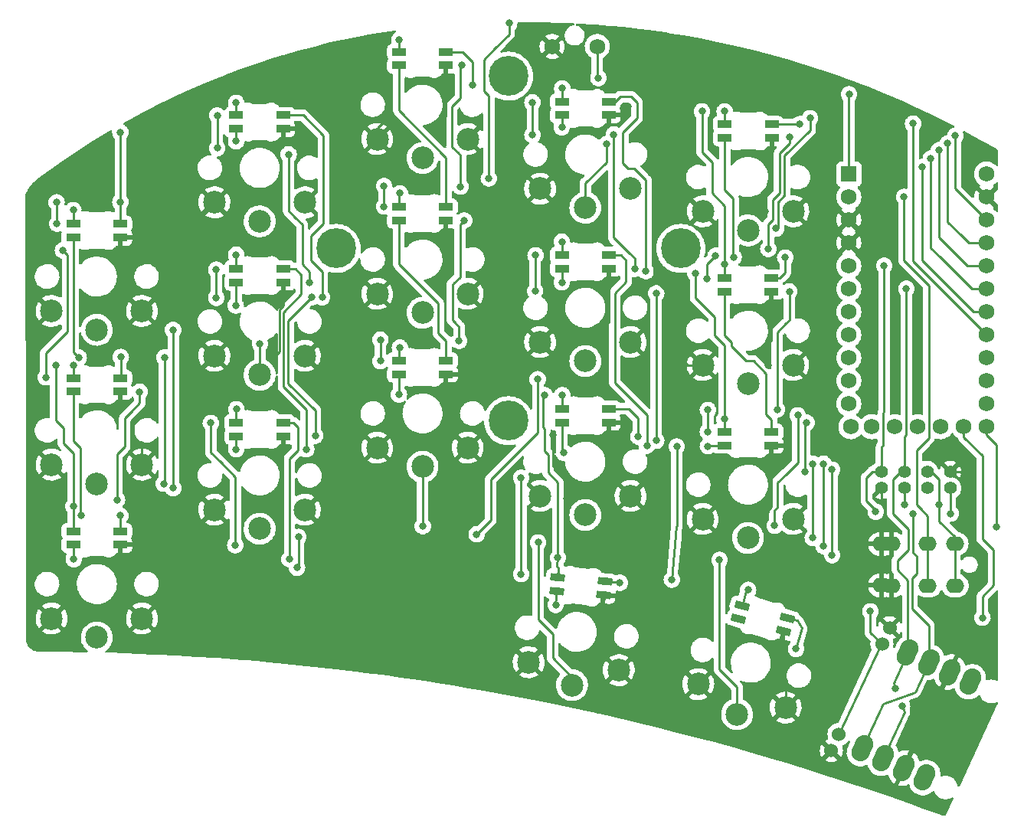
<source format=gbr>
%TF.GenerationSoftware,KiCad,Pcbnew,(6.0.0)*%
%TF.CreationDate,2022-05-05T22:03:01-07:00*%
%TF.ProjectId,half-swept,68616c66-2d73-4776-9570-742e6b696361,rev?*%
%TF.SameCoordinates,Original*%
%TF.FileFunction,Copper,L2,Bot*%
%TF.FilePolarity,Positive*%
%FSLAX46Y46*%
G04 Gerber Fmt 4.6, Leading zero omitted, Abs format (unit mm)*
G04 Created by KiCad (PCBNEW (6.0.0)) date 2022-05-05 22:03:01*
%MOMM*%
%LPD*%
G01*
G04 APERTURE LIST*
G04 Aperture macros list*
%AMRoundRect*
0 Rectangle with rounded corners*
0 $1 Rounding radius*
0 $2 $3 $4 $5 $6 $7 $8 $9 X,Y pos of 4 corners*
0 Add a 4 corners polygon primitive as box body*
4,1,4,$2,$3,$4,$5,$6,$7,$8,$9,$2,$3,0*
0 Add four circle primitives for the rounded corners*
1,1,$1+$1,$2,$3*
1,1,$1+$1,$4,$5*
1,1,$1+$1,$6,$7*
1,1,$1+$1,$8,$9*
0 Add four rect primitives between the rounded corners*
20,1,$1+$1,$2,$3,$4,$5,0*
20,1,$1+$1,$4,$5,$6,$7,0*
20,1,$1+$1,$6,$7,$8,$9,0*
20,1,$1+$1,$8,$9,$2,$3,0*%
%AMHorizOval*
0 Thick line with rounded ends*
0 $1 width*
0 $2 $3 position (X,Y) of the first rounded end (center of the circle)*
0 $4 $5 position (X,Y) of the second rounded end (center of the circle)*
0 Add line between two ends*
20,1,$1,$2,$3,$4,$5,0*
0 Add two circle primitives to create the rounded ends*
1,1,$1,$2,$3*
1,1,$1,$4,$5*%
G04 Aperture macros list end*
%TA.AperFunction,ComponentPad*%
%ADD10O,2.000000X1.600000*%
%TD*%
%TA.AperFunction,ComponentPad*%
%ADD11C,1.750000*%
%TD*%
%TA.AperFunction,ComponentPad*%
%ADD12C,2.500000*%
%TD*%
%TA.AperFunction,ComponentPad*%
%ADD13C,4.400000*%
%TD*%
%TA.AperFunction,SMDPad,CuDef*%
%ADD14RoundRect,0.082000X-0.686681X0.389330X-0.743855X-0.264174X0.686681X-0.389330X0.743855X0.264174X0*%
%TD*%
%TA.AperFunction,SMDPad,CuDef*%
%ADD15RoundRect,0.082000X-0.718000X0.328000X-0.718000X-0.328000X0.718000X-0.328000X0.718000X0.328000X0*%
%TD*%
%TA.AperFunction,ComponentPad*%
%ADD16HorizOval,2.000000X0.211309X0.453154X-0.211309X-0.453154X0*%
%TD*%
%TA.AperFunction,ComponentPad*%
%ADD17C,1.524000*%
%TD*%
%TA.AperFunction,ComponentPad*%
%ADD18HorizOval,1.524000X0.000000X0.000000X0.000000X0.000000X0*%
%TD*%
%TA.AperFunction,SMDPad,CuDef*%
%ADD19RoundRect,0.082000X-0.608642X0.502656X-0.778427X-0.130992X0.608642X-0.502656X0.778427X0.130992X0*%
%TD*%
%TA.AperFunction,ComponentPad*%
%ADD20R,1.752600X1.752600*%
%TD*%
%TA.AperFunction,ComponentPad*%
%ADD21C,1.752600*%
%TD*%
%TA.AperFunction,ComponentPad*%
%ADD22C,1.397000*%
%TD*%
%TA.AperFunction,ViaPad*%
%ADD23C,0.800000*%
%TD*%
%TA.AperFunction,Conductor*%
%ADD24C,0.250000*%
%TD*%
G04 APERTURE END LIST*
D10*
%TO.P,J2,1,SLEEVE*%
%TO.N,gnd*%
X108964986Y-70547838D03*
%TO.P,J2,2,TIP*%
X110064986Y-75147838D03*
%TO.P,J2,3,RING1*%
%TO.N,data*%
X114064986Y-75147838D03*
%TO.P,J2,4,RING2*%
%TO.N,vcc*%
X117064986Y-75147838D03*
%TD*%
D11*
%TO.P,RSW1,1,1*%
%TO.N,gnd*%
X72521984Y-15540339D03*
%TO.P,RSW1,2,2*%
%TO.N,reset*%
X77521984Y-15540339D03*
%TD*%
D12*
%TO.P,SW2,1,1*%
%TO.N,Switch1*%
X22196985Y-46877839D03*
%TO.P,SW2,2,2*%
%TO.N,gnd*%
X17196985Y-44777839D03*
X27196985Y-44777839D03*
%TD*%
%TO.P,SW3,1,1*%
%TO.N,Switch2*%
X40196985Y-34877839D03*
%TO.P,SW3,2,2*%
%TO.N,gnd*%
X35196985Y-32777839D03*
X45196985Y-32777839D03*
%TD*%
%TO.P,SW4,1,1*%
%TO.N,Switch3*%
X58196984Y-27877839D03*
%TO.P,SW4,2,2*%
%TO.N,gnd*%
X53196984Y-25777839D03*
X63196984Y-25777839D03*
%TD*%
%TO.P,SW5,1,1*%
%TO.N,Switch4*%
X76196985Y-33377839D03*
%TO.P,SW5,2,2*%
%TO.N,gnd*%
X71196985Y-31277839D03*
X81196985Y-31277839D03*
%TD*%
%TO.P,SW6,1,1*%
%TO.N,Switch5*%
X94196984Y-35877839D03*
%TO.P,SW6,2,2*%
%TO.N,gnd*%
X99196984Y-33777839D03*
X89196984Y-33777839D03*
%TD*%
%TO.P,SW8,1,1*%
%TO.N,Switch6*%
X22196985Y-63877839D03*
%TO.P,SW8,2,2*%
%TO.N,gnd*%
X27196985Y-61777839D03*
X17196985Y-61777839D03*
%TD*%
%TO.P,SW9,1,1*%
%TO.N,Switch7*%
X40196985Y-51851839D03*
%TO.P,SW9,2,2*%
%TO.N,gnd*%
X45196985Y-49751839D03*
X35196985Y-49751839D03*
%TD*%
%TO.P,SW10,1,1*%
%TO.N,Switch8*%
X58196985Y-44993839D03*
%TO.P,SW10,2,2*%
%TO.N,gnd*%
X53196985Y-42893839D03*
X63196985Y-42893839D03*
%TD*%
%TO.P,SW11,1,1*%
%TO.N,Switch9*%
X76196985Y-50327840D03*
%TO.P,SW11,2,2*%
%TO.N,gnd*%
X81196985Y-48227840D03*
X71196985Y-48227840D03*
%TD*%
%TO.P,SW12,1,1*%
%TO.N,Switch10*%
X94176984Y-52867839D03*
%TO.P,SW12,2,2*%
%TO.N,gnd*%
X99176984Y-50767839D03*
X89176984Y-50767839D03*
%TD*%
%TO.P,SW14,1,1*%
%TO.N,Switch11*%
X22196985Y-80877839D03*
%TO.P,SW14,2,2*%
%TO.N,gnd*%
X27196985Y-78777839D03*
X17196985Y-78777839D03*
%TD*%
%TO.P,SW15,1,1*%
%TO.N,Switch12*%
X40196985Y-68869838D03*
%TO.P,SW15,2,2*%
%TO.N,gnd*%
X35196985Y-66769838D03*
X45196985Y-66769838D03*
%TD*%
%TO.P,SW16,1,1*%
%TO.N,Switch13*%
X58196983Y-62011838D03*
%TO.P,SW16,2,2*%
%TO.N,gnd*%
X53196983Y-59911838D03*
X63196983Y-59911838D03*
%TD*%
%TO.P,SW17,1,1*%
%TO.N,Switch14*%
X76196985Y-67345840D03*
%TO.P,SW17,2,2*%
%TO.N,gnd*%
X71196985Y-65245840D03*
X81196985Y-65245840D03*
%TD*%
%TO.P,SW18,1,1*%
%TO.N,Switch15*%
X94176985Y-69885839D03*
%TO.P,SW18,2,2*%
%TO.N,gnd*%
X89176985Y-67785839D03*
X99176985Y-67785839D03*
%TD*%
%TO.P,SW21,1,1*%
%TO.N,Switch17*%
X92969952Y-89376800D03*
%TO.P,SW21,2,2*%
%TO.N,gnd*%
X98343101Y-88642451D03*
X88683842Y-86054261D03*
%TD*%
D13*
%TO.P,REF\u002A\u002A,1*%
%TO.N,N/C*%
X67696985Y-56927839D03*
X48646985Y-37877839D03*
X86746985Y-37877839D03*
X67696985Y-18827839D03*
%TD*%
D14*
%TO.P,D12,1,VDD*%
%TO.N,vcc*%
X73164997Y-74243417D03*
%TO.P,D12,2,DOUT*%
%TO.N,Net-(D12-Pad2)*%
X73034263Y-75737709D03*
%TO.P,D12,3,VSS*%
%TO.N,gnd*%
X78214476Y-76190919D03*
%TO.P,D12,4,DIN*%
%TO.N,Net-(D12-Pad4)*%
X78345209Y-74696627D03*
%TD*%
D15*
%TO.P,D16,1,VDD*%
%TO.N,vcc*%
X37596985Y-23147839D03*
%TO.P,D16,2,DOUT*%
%TO.N,Net-(D16-Pad2)*%
X37596985Y-24647839D03*
%TO.P,D16,3,VSS*%
%TO.N,gnd*%
X42796985Y-24647839D03*
%TO.P,D16,4,DIN*%
%TO.N,Net-(D13-Pad2)*%
X42796985Y-23147839D03*
%TD*%
%TO.P,D8,1,VDD*%
%TO.N,vcc*%
X55596983Y-50281838D03*
%TO.P,D8,2,DOUT*%
%TO.N,Net-(D11-Pad4)*%
X55596983Y-51781838D03*
%TO.P,D8,3,VSS*%
%TO.N,gnd*%
X60796983Y-51781838D03*
%TO.P,D8,4,DIN*%
%TO.N,Net-(D5-Pad2)*%
X60796983Y-50281838D03*
%TD*%
D16*
%TO.P,SW7,A,A*%
%TO.N,sda*%
X106814516Y-93167902D03*
%TO.P,SW7,B,B*%
%TO.N,scl*%
X109116538Y-94241353D03*
%TO.P,SW7,C,C*%
%TO.N,gnd*%
X111418560Y-95314803D03*
%TO.P,SW7,NC,NC*%
%TO.N,unconnected-(SW7-PadNC)*%
X113720582Y-96388254D03*
D17*
%TO.P,SW7,S1,S1*%
%TO.N,gnd*%
X103398273Y-93395455D03*
D18*
%TO.P,SW7,S2,S2*%
%TO.N,Switch16*%
X104243509Y-91582840D03*
%TD*%
D15*
%TO.P,D2,1,VDD*%
%TO.N,vcc*%
X55596984Y-16147839D03*
%TO.P,D2,2,DOUT*%
%TO.N,Net-(D2-Pad2)*%
X55596984Y-17647839D03*
%TO.P,D2,3,VSS*%
%TO.N,gnd*%
X60796984Y-17647839D03*
%TO.P,D2,4,DIN*%
%TO.N,Net-(D16-Pad2)*%
X60796984Y-16147839D03*
%TD*%
D19*
%TO.P,D15,1,VDD*%
%TO.N,vcc*%
X93494492Y-77373561D03*
%TO.P,D15,2,DOUT*%
%TO.N,unconnected-(D15-Pad2)*%
X93106263Y-78822450D03*
%TO.P,D15,3,VSS*%
%TO.N,gnd*%
X98129078Y-80168309D03*
%TO.P,D15,4,DIN*%
%TO.N,Net-(D12-Pad2)*%
X98517306Y-78719420D03*
%TD*%
D15*
%TO.P,D11,1,VDD*%
%TO.N,vcc*%
X73596985Y-55615840D03*
%TO.P,D11,2,DOUT*%
%TO.N,Net-(D11-Pad2)*%
X73596985Y-57115840D03*
%TO.P,D11,3,VSS*%
%TO.N,gnd*%
X78796985Y-57115840D03*
%TO.P,D11,4,DIN*%
%TO.N,Net-(D11-Pad4)*%
X78796985Y-55615840D03*
%TD*%
D20*
%TO.P,U2,1,TX0/PD3*%
%TO.N,led*%
X105326984Y-29644589D03*
D21*
%TO.P,U2,2,RX1/PD2*%
%TO.N,data*%
X105326984Y-32184589D03*
%TO.P,U2,3,GND*%
%TO.N,gnd*%
X105326984Y-34724589D03*
%TO.P,U2,4,GND*%
X105326984Y-37264589D03*
%TO.P,U2,5,2/PD1*%
%TO.N,sda*%
X105326984Y-39804589D03*
%TO.P,U2,6,3/PD0*%
%TO.N,scl*%
X105326984Y-42344589D03*
%TO.P,U2,7,4/PD4*%
%TO.N,Switch7*%
X105326984Y-44884589D03*
%TO.P,U2,8,5/PC6*%
%TO.N,Switch8*%
X105326984Y-47424589D03*
%TO.P,U2,9,6/PD7*%
%TO.N,Switch9*%
X105326984Y-49964589D03*
%TO.P,U2,10,7/PE6*%
%TO.N,Switch10*%
X105326984Y-52504589D03*
%TO.P,U2,11,8/PB4*%
%TO.N,Switch6*%
X105326984Y-55044589D03*
%TO.P,U2,12,9/PB5*%
%TO.N,Switch1*%
X105555584Y-57584589D03*
%TO.P,U2,13,10/PB6*%
%TO.N,Switch13*%
X120566984Y-57584589D03*
%TO.P,U2,14,16/PB2*%
%TO.N,Switch12*%
X120566984Y-55044589D03*
%TO.P,U2,15,14/PB3*%
%TO.N,Switch11*%
X120566984Y-52504589D03*
%TO.P,U2,16,15/PB1*%
%TO.N,unconnected-(U2-Pad16)*%
X120566984Y-49964589D03*
%TO.P,U2,17,A0/PF7*%
%TO.N,Switch2*%
X120566984Y-47424589D03*
%TO.P,U2,18,A1/PF6*%
%TO.N,Switch3*%
X120566984Y-44884589D03*
%TO.P,U2,19,A2/PF5*%
%TO.N,Switch4*%
X120566984Y-42344589D03*
%TO.P,U2,20,A3/PF4*%
%TO.N,Switch5*%
X120566984Y-39804589D03*
%TO.P,U2,21,VCC*%
%TO.N,vcc*%
X120566984Y-37264589D03*
%TO.P,U2,22,RST*%
%TO.N,reset*%
X120566984Y-34724589D03*
%TO.P,U2,23,GND*%
%TO.N,gnd*%
X120566984Y-32184589D03*
%TO.P,U2,24,B0*%
%TO.N,raw*%
X120566984Y-29644589D03*
%TO.P,U2,25,B7*%
%TO.N,Switch14*%
X107866984Y-57584589D03*
%TO.P,U2,26,D5*%
%TO.N,Switch15*%
X110406984Y-57584589D03*
%TO.P,U2,27,C7*%
%TO.N,Switch18*%
X112946984Y-57584589D03*
%TO.P,U2,28,F1*%
%TO.N,Switch17*%
X115486984Y-57584589D03*
%TO.P,U2,29,F0*%
%TO.N,Switch16*%
X118026984Y-57584589D03*
%TD*%
D15*
%TO.P,D14,1,VDD*%
%TO.N,vcc*%
X73596985Y-38597840D03*
%TO.P,D14,2,DOUT*%
%TO.N,Net-(D14-Pad2)*%
X73596985Y-40097840D03*
%TO.P,D14,3,VSS*%
%TO.N,gnd*%
X78796985Y-40097840D03*
%TO.P,D14,4,DIN*%
%TO.N,Net-(D11-Pad2)*%
X78796985Y-38597840D03*
%TD*%
%TO.P,D10,1,VDD*%
%TO.N,vcc*%
X37596985Y-57139838D03*
%TO.P,D10,2,DOUT*%
%TO.N,Net-(D10-Pad2)*%
X37596985Y-58639838D03*
%TO.P,D10,3,VSS*%
%TO.N,gnd*%
X42796985Y-58639838D03*
%TO.P,D10,4,DIN*%
%TO.N,Net-(D10-Pad4)*%
X42796985Y-57139838D03*
%TD*%
%TO.P,D1,1,VDD*%
%TO.N,vcc*%
X19596985Y-35147839D03*
%TO.P,D1,2,DOUT*%
%TO.N,Net-(D1-Pad2)*%
X19596985Y-36647839D03*
%TO.P,D1,3,VSS*%
%TO.N,gnd*%
X24796985Y-36647839D03*
%TO.P,D1,4,DIN*%
%TO.N,led*%
X24796985Y-35147839D03*
%TD*%
%TO.P,D9,1,VDD*%
%TO.N,vcc*%
X91576985Y-58155839D03*
%TO.P,D9,2,DOUT*%
%TO.N,Net-(D12-Pad4)*%
X91576985Y-59655839D03*
%TO.P,D9,3,VSS*%
%TO.N,gnd*%
X96776985Y-59655839D03*
%TO.P,D9,4,DIN*%
%TO.N,Net-(D6-Pad2)*%
X96776985Y-58155839D03*
%TD*%
%TO.P,D17,1,VDD*%
%TO.N,vcc*%
X73596985Y-21647839D03*
%TO.P,D17,2,DOUT*%
%TO.N,Net-(D17-Pad2)*%
X73596985Y-23147839D03*
%TO.P,D17,3,VSS*%
%TO.N,gnd*%
X78796985Y-23147839D03*
%TO.P,D17,4,DIN*%
%TO.N,Net-(D14-Pad2)*%
X78796985Y-21647839D03*
%TD*%
%TO.P,D4,1,VDD*%
%TO.N,vcc*%
X19596984Y-52197839D03*
%TO.P,D4,2,DOUT*%
%TO.N,Net-(D4-Pad2)*%
X19596984Y-53697839D03*
%TO.P,D4,3,VSS*%
%TO.N,gnd*%
X24796984Y-53697839D03*
%TO.P,D4,4,DIN*%
%TO.N,Net-(D1-Pad2)*%
X24796984Y-52197839D03*
%TD*%
%TO.P,D3,1,VDD*%
%TO.N,vcc*%
X91596984Y-24147839D03*
%TO.P,D3,2,DOUT*%
%TO.N,Net-(D3-Pad2)*%
X91596984Y-25647839D03*
%TO.P,D3,3,VSS*%
%TO.N,gnd*%
X96796984Y-25647839D03*
%TO.P,D3,4,DIN*%
%TO.N,Net-(D17-Pad2)*%
X96796984Y-24147839D03*
%TD*%
%TO.P,D7,1,VDD*%
%TO.N,vcc*%
X19596985Y-69147839D03*
%TO.P,D7,2,DOUT*%
%TO.N,Net-(D10-Pad4)*%
X19596985Y-70647839D03*
%TO.P,D7,3,VSS*%
%TO.N,gnd*%
X24796985Y-70647839D03*
%TO.P,D7,4,DIN*%
%TO.N,Net-(D4-Pad2)*%
X24796985Y-69147839D03*
%TD*%
D22*
%TO.P,OL1,1,SDA*%
%TO.N,sda*%
X108936984Y-62557839D03*
%TO.P,OL1,2,SCL*%
%TO.N,scl*%
X111476984Y-62557839D03*
%TO.P,OL1,3,VCC*%
%TO.N,vcc*%
X114016984Y-62557839D03*
%TO.P,OL1,4,GND*%
%TO.N,gnd*%
X116556984Y-62557839D03*
%TD*%
D12*
%TO.P,SW1,1,1*%
%TO.N,Switch18*%
X74732766Y-86155386D03*
%TO.P,SW1,2,2*%
%TO.N,gnd*%
X79896767Y-84499156D03*
X69934820Y-83627598D03*
%TD*%
D15*
%TO.P,D5,1,VDD*%
%TO.N,vcc*%
X55596985Y-33263839D03*
%TO.P,D5,2,DOUT*%
%TO.N,Net-(D5-Pad2)*%
X55596985Y-34763839D03*
%TO.P,D5,3,VSS*%
%TO.N,gnd*%
X60796985Y-34763839D03*
%TO.P,D5,4,DIN*%
%TO.N,Net-(D2-Pad2)*%
X60796985Y-33263839D03*
%TD*%
%TO.P,D6,1,VDD*%
%TO.N,vcc*%
X91576984Y-41137839D03*
%TO.P,D6,2,DOUT*%
%TO.N,Net-(D6-Pad2)*%
X91576984Y-42637839D03*
%TO.P,D6,3,VSS*%
%TO.N,gnd*%
X96776984Y-42637839D03*
%TO.P,D6,4,DIN*%
%TO.N,Net-(D3-Pad2)*%
X96776984Y-41137839D03*
%TD*%
%TO.P,D13,1,VDD*%
%TO.N,vcc*%
X37596985Y-40121839D03*
%TO.P,D13,2,DOUT*%
%TO.N,Net-(D13-Pad2)*%
X37596985Y-41621839D03*
%TO.P,D13,3,VSS*%
%TO.N,gnd*%
X42796985Y-41621839D03*
%TO.P,D13,4,DIN*%
%TO.N,Net-(D10-Pad2)*%
X42796985Y-40121839D03*
%TD*%
D16*
%TO.P,SW13,A,A*%
%TO.N,scl*%
X111859149Y-82564100D03*
%TO.P,SW13,B,B*%
%TO.N,sda*%
X114161171Y-83637551D03*
%TO.P,SW13,C,C*%
%TO.N,gnd*%
X116463193Y-84711001D03*
%TO.P,SW13,NC,NC*%
%TO.N,unconnected-(SW13-PadNC)*%
X118765214Y-85784451D03*
D17*
%TO.P,SW13,S1,S1*%
%TO.N,gnd*%
X109837546Y-79800838D03*
D18*
%TO.P,SW13,S2,S2*%
%TO.N,Switch16*%
X108992309Y-81613453D03*
%TD*%
D10*
%TO.P,J1,1,SLEEVE*%
%TO.N,gnd*%
X108946985Y-75127840D03*
%TO.P,J1,2,TIP*%
X110046985Y-70527840D03*
%TO.P,J1,3,RING1*%
%TO.N,data*%
X114046985Y-70527840D03*
%TO.P,J1,4,RING2*%
%TO.N,vcc*%
X117046985Y-70527840D03*
%TD*%
D22*
%TO.P,OL2,1,SDA*%
%TO.N,sda*%
X116556985Y-64377838D03*
%TO.P,OL2,2,SCL*%
%TO.N,scl*%
X114016985Y-64377838D03*
%TO.P,OL2,3,VCC*%
%TO.N,vcc*%
X111476985Y-64377838D03*
%TO.P,OL2,4,GND*%
%TO.N,gnd*%
X108936985Y-64377838D03*
%TD*%
D23*
%TO.N,gnd*%
X83632456Y-41529772D03*
X60182456Y-25329772D03*
X74132455Y-65529772D03*
X24282455Y-55679772D03*
X88282455Y-58729772D03*
X96082455Y-33779772D03*
X96182455Y-67029772D03*
X119016748Y-77685344D03*
X86332455Y-47229772D03*
X80932455Y-22179772D03*
X60132456Y-42179772D03*
X53182455Y-18579773D03*
X27932454Y-55629773D03*
X96444388Y-50767840D03*
X85630072Y-85131973D03*
X41782455Y-49829772D03*
X84032456Y-31279772D03*
X86407455Y-31804772D03*
X87700625Y-77404567D03*
X83182456Y-22179772D03*
X78132455Y-48429773D03*
X87632455Y-25629773D03*
X72632456Y-58529772D03*
%TO.N,vcc*%
X91576986Y-56747840D03*
X19596985Y-33627839D03*
X37596985Y-38577838D03*
X55696984Y-48827839D03*
X37630522Y-55654273D03*
X55696985Y-31777839D03*
X94198106Y-75615397D03*
X88371984Y-40602839D03*
X115332455Y-66229772D03*
X19596985Y-50777841D03*
X91596986Y-22727838D03*
X73164997Y-72059826D03*
X91576985Y-39657840D03*
X111482456Y-66229772D03*
X73646986Y-20177839D03*
X71696985Y-54077839D03*
X17646984Y-50777840D03*
X37596984Y-21777839D03*
X73596985Y-37127838D03*
X100666748Y-57135344D03*
X73646985Y-54077837D03*
X116246985Y-26277838D03*
X19596985Y-66377838D03*
X55646986Y-14777839D03*
X89096985Y-22727839D03*
X100466749Y-62535344D03*
%TO.N,Switch18*%
X70982456Y-70379773D03*
X102532454Y-70779772D03*
X102532456Y-61679772D03*
%TO.N,reset*%
X117096985Y-25427839D03*
X77646984Y-19027839D03*
%TO.N,Switch1*%
X30632456Y-46879772D03*
X30632454Y-64379772D03*
%TO.N,Switch2*%
X112432455Y-24079772D03*
X65532455Y-30129772D03*
X67782455Y-12979772D03*
%TO.N,Switch3*%
X113432456Y-28879772D03*
%TO.N,Switch4*%
X114382454Y-27929772D03*
X78532456Y-26329772D03*
%TO.N,Switch5*%
X97282455Y-35679773D03*
X115282455Y-27002338D03*
X101032456Y-23479772D03*
%TO.N,Switch6*%
X29582455Y-63879772D03*
X29682456Y-49929772D03*
%TO.N,Switch7*%
X40232456Y-48429772D03*
%TO.N,Switch11*%
X70932455Y-52329772D03*
X44332456Y-73179772D03*
X64182456Y-69479772D03*
X44482455Y-69779772D03*
%TO.N,Switch12*%
X97132455Y-68529773D03*
X99682454Y-56329772D03*
%TO.N,Switch13*%
X58232455Y-68579771D03*
X121632456Y-68679772D03*
%TO.N,Switch15*%
X101332455Y-69879773D03*
X101332456Y-61679772D03*
%TO.N,Switch16*%
X120100000Y-78700000D03*
X107700000Y-78000000D03*
%TO.N,Switch17*%
X103482456Y-62329773D03*
X91032456Y-72319637D03*
X103482456Y-71779772D03*
%TO.N,Net-(D1-Pad2)*%
X24846985Y-49877839D03*
X20196986Y-49927839D03*
%TO.N,led*%
X17796985Y-35127839D03*
X105346985Y-20827839D03*
X17746984Y-32777838D03*
X24796986Y-32727839D03*
X24796984Y-25027838D03*
%TO.N,data*%
X111432456Y-32179773D03*
%TO.N,Net-(D16-Pad2)*%
X37596983Y-26027839D03*
X63746985Y-19777839D03*
%TO.N,Net-(D3-Pad2)*%
X92596984Y-38827838D03*
X98296985Y-38877838D03*
%TO.N,Net-(D17-Pad2)*%
X73596983Y-24477839D03*
X99896984Y-24127839D03*
%TO.N,Net-(D4-Pad2)*%
X20446985Y-67427838D03*
X24796985Y-67427840D03*
%TO.N,Net-(D10-Pad4)*%
X43496985Y-72227839D03*
X19646984Y-72227840D03*
%TO.N,Net-(D11-Pad4)*%
X82046984Y-58677839D03*
X55596986Y-54027839D03*
%TO.N,Net-(D12-Pad4)*%
X86296984Y-59777839D03*
X89746985Y-59727839D03*
X80014004Y-74839210D03*
X85766396Y-74489233D03*
%TO.N,Net-(D10-Pad2)*%
X37596986Y-60077839D03*
X45346985Y-60077839D03*
%TO.N,Net-(D11-Pad2)*%
X82996984Y-59677839D03*
X73832456Y-60479773D03*
%TO.N,Net-(D12-Pad2)*%
X99491130Y-82143193D03*
X72924244Y-77280587D03*
%TO.N,Net-(D13-Pad2)*%
X47096986Y-43277839D03*
X37546984Y-44177838D03*
%TO.N,Net-(D14-Pad2)*%
X82896983Y-40377839D03*
X73596986Y-41627839D03*
%TO.N,sda*%
X116582456Y-67179772D03*
X112420228Y-67179772D03*
X109232456Y-39779771D03*
X108296984Y-66977838D03*
%TO.N,scl*%
X110492820Y-86489054D03*
X111218355Y-88482443D03*
X111682456Y-42329771D03*
%TO.N,Net-(D19-Pad2)*%
X16546985Y-52127840D03*
X18446986Y-38077839D03*
%TO.N,Net-(D20-Pad2)*%
X62396984Y-31027839D03*
X53946986Y-30977840D03*
X53946987Y-33227840D03*
X62546987Y-17627839D03*
%TO.N,Net-(D21-Pad2)*%
X98796984Y-25527839D03*
X96430522Y-37927839D03*
X89646984Y-41227839D03*
X90596984Y-38677839D03*
%TO.N,Net-(D22-Pad2)*%
X26932455Y-53729773D03*
X24432455Y-65679773D03*
%TO.N,Net-(D23-Pad2)*%
X62246985Y-48077841D03*
X53546985Y-50327840D03*
X62796984Y-34777839D03*
X53546985Y-47977838D03*
%TO.N,Net-(D24-Pad2)*%
X89746984Y-55727839D03*
X98746984Y-42627839D03*
X97396985Y-55677838D03*
X89746983Y-58127839D03*
%TO.N,Net-(D25-Pad2)*%
X37496984Y-70677839D03*
X34796985Y-57177840D03*
%TO.N,Net-(D27-Pad2)*%
X69096985Y-73877839D03*
X69096984Y-63227839D03*
%TO.N,Net-(D28-Pad2)*%
X46346985Y-58577839D03*
X35396985Y-40227839D03*
X45946985Y-43277838D03*
X35396985Y-43327840D03*
%TO.N,Net-(D29-Pad2)*%
X84046985Y-59127840D03*
X70646984Y-42577840D03*
X70696985Y-38627839D03*
X84046985Y-42827838D03*
%TO.N,Net-(D31-Pad2)*%
X45696985Y-41627839D03*
X35496987Y-23177840D03*
X35496984Y-26777839D03*
X43396984Y-27477841D03*
%TO.N,Net-(D32-Pad2)*%
X70346986Y-25327840D03*
X70346985Y-21727839D03*
X81646985Y-40127839D03*
X79346985Y-25277839D03*
%TD*%
D24*
%TO.N,gnd*%
X98343103Y-86540418D02*
X98343102Y-88642450D01*
X74132456Y-63429772D02*
X74132455Y-65529772D01*
X98129079Y-81133148D02*
X97632455Y-81629773D01*
X120166749Y-73185343D02*
X120166749Y-74385344D01*
X98129079Y-80168308D02*
X98129079Y-81133148D01*
X97632455Y-81629773D02*
X97632455Y-85829772D01*
X119116748Y-66435344D02*
X119116749Y-70385344D01*
X120166749Y-71435344D02*
X120166749Y-73185343D01*
X42796985Y-41621840D02*
X42796985Y-44215243D01*
X88282456Y-60629772D02*
X89732456Y-62079772D01*
X83832455Y-40079772D02*
X83832454Y-41329773D01*
X79782456Y-62579773D02*
X79782454Y-63831310D01*
X24796985Y-55165244D02*
X24282455Y-55679772D01*
X54482456Y-23279772D02*
X53196984Y-24565243D01*
X72632456Y-58529772D02*
X72632455Y-61929772D01*
X53196984Y-24565243D02*
X53196984Y-25777839D01*
X119016749Y-75535344D02*
X119016748Y-77685344D01*
X83832454Y-41329773D02*
X83632456Y-41529772D01*
X84032456Y-29079772D02*
X84032456Y-31279772D01*
X117916748Y-62835344D02*
X119116749Y-64035344D01*
X78796986Y-46015243D02*
X78582455Y-46229771D01*
X60182454Y-23879772D02*
X60182456Y-25329772D01*
X90982456Y-62729771D02*
X90982455Y-65029773D01*
X96796985Y-31265243D02*
X96532455Y-31529773D01*
X78582455Y-46229771D02*
X78132456Y-46679772D01*
X96776986Y-66435243D02*
X96182455Y-67029772D01*
X54482456Y-19879773D02*
X54482456Y-23279772D01*
X78796985Y-61594302D02*
X79782456Y-62579773D01*
X109400000Y-66400000D02*
X109400000Y-68100000D01*
X96776985Y-59655838D02*
X96776986Y-66435243D01*
X53182455Y-18579773D02*
X54482456Y-19879773D01*
X78796986Y-40097839D02*
X78796986Y-46015243D01*
X108936985Y-64377838D02*
X108936985Y-65936985D01*
X72632455Y-61929772D02*
X73182455Y-62479773D01*
X42382454Y-49229772D02*
X41782455Y-49829772D01*
X86332455Y-47229772D02*
X86332456Y-49579772D01*
X87700625Y-77404567D02*
X85630072Y-85131973D01*
X42382455Y-44629772D02*
X42382456Y-45829772D01*
X96532455Y-31529773D02*
X96082456Y-31979773D01*
X88282455Y-58729772D02*
X88282456Y-60629772D01*
X90282456Y-66680368D02*
X89176986Y-67785839D01*
X24796983Y-53697837D02*
X24796985Y-55165244D01*
X60796983Y-40665244D02*
X60232456Y-41229773D01*
X89732456Y-62079772D02*
X90332454Y-62079772D01*
X26232456Y-57329773D02*
X26232456Y-58879772D01*
X73182455Y-62479773D02*
X74132456Y-63429772D01*
X117639244Y-62557839D02*
X117916748Y-62835344D01*
X60382456Y-23679772D02*
X60182454Y-23879772D01*
X78132456Y-46679772D02*
X78132455Y-48429773D01*
X83182455Y-28229772D02*
X83682455Y-28729772D01*
X60132454Y-41329772D02*
X60132456Y-42179772D01*
X86332456Y-49579772D02*
X87520522Y-50767839D01*
X96776986Y-48035242D02*
X96332455Y-48479772D01*
X83832455Y-40079772D02*
X83832456Y-31479772D01*
X97632455Y-85829772D02*
X98343103Y-86540418D01*
X42382456Y-45829772D02*
X42382454Y-49229772D01*
X83182456Y-22179772D02*
X83182455Y-28229772D01*
X60796984Y-17647840D02*
X60796984Y-23265243D01*
X27932454Y-55629773D02*
X26232456Y-57329773D01*
X87520522Y-50767839D02*
X89176986Y-50767840D01*
X60232456Y-41229773D02*
X60132454Y-41329772D01*
X86332455Y-47229772D02*
X86332456Y-43729772D01*
X26232456Y-58879772D02*
X27196984Y-59844300D01*
X96332455Y-48479772D02*
X96332455Y-50655908D01*
X120166749Y-74385344D02*
X119516749Y-75035344D01*
X119516749Y-75035344D02*
X119016749Y-75535344D01*
X96332455Y-50655908D02*
X96444388Y-50767840D01*
X78796987Y-23147838D02*
X79964390Y-23147838D01*
X86332456Y-43729772D02*
X84132456Y-41529772D01*
X86407456Y-26854772D02*
X86407455Y-31804772D01*
X96082456Y-31979773D02*
X96082455Y-33779772D01*
X119116749Y-70385344D02*
X119666749Y-70935344D01*
X87632455Y-25629773D02*
X86407456Y-26854772D01*
X96776986Y-42637840D02*
X96776986Y-48035242D01*
X84132456Y-41529772D02*
X83632456Y-41529772D01*
X79782454Y-63831310D02*
X81196986Y-65245840D01*
X90282456Y-65729772D02*
X90282456Y-66680368D01*
X119666749Y-70935344D02*
X120166749Y-71435344D01*
X60796985Y-34763839D02*
X60796983Y-40665244D01*
X119116749Y-64035344D02*
X119116748Y-66435344D01*
X108936985Y-65936985D02*
X109400000Y-66400000D01*
X42796985Y-44215243D02*
X42482454Y-44529772D01*
X108964986Y-68535014D02*
X108964986Y-70547838D01*
X42482454Y-44529772D02*
X42382455Y-44629772D01*
X78796986Y-57115840D02*
X78796985Y-61594302D01*
X27196984Y-59844300D02*
X27196984Y-61777839D01*
X116556985Y-62557839D02*
X117639244Y-62557839D01*
X96796984Y-25647839D02*
X96796985Y-31265243D01*
X83682455Y-28729772D02*
X84032456Y-29079772D01*
X90982455Y-65029773D02*
X90282456Y-65729772D01*
X60796984Y-23265243D02*
X60382456Y-23679772D01*
X109400000Y-68100000D02*
X108964986Y-68535014D01*
X90332454Y-62079772D02*
X90982456Y-62729771D01*
X83832456Y-31479772D02*
X84032456Y-31279772D01*
X79964390Y-23147838D02*
X80932455Y-22179772D01*
%TO.N,vcc*%
X37596986Y-40121839D02*
X37596985Y-38577838D01*
X73596983Y-38597839D02*
X73596985Y-37127838D01*
X91576987Y-58155839D02*
X91576986Y-56747840D01*
X117046986Y-75129837D02*
X117064986Y-75147838D01*
X18496984Y-57777840D02*
X18496985Y-59427840D01*
X71482455Y-54292367D02*
X71696985Y-54077839D01*
X100466748Y-57335344D02*
X100666748Y-57135344D01*
X73596984Y-55615839D02*
X73596984Y-54127839D01*
X55596985Y-31877838D02*
X55696985Y-31777839D01*
X17646984Y-50777840D02*
X17646984Y-56927839D01*
X73596984Y-54127839D02*
X73646985Y-54077837D01*
X115332456Y-64429772D02*
X115332455Y-66229772D01*
X73164997Y-74243419D02*
X73254618Y-73219055D01*
X117046985Y-70527841D02*
X117046984Y-69744302D01*
X90196986Y-28327839D02*
X89096985Y-27227838D01*
X19596985Y-33627839D02*
X19596984Y-35147840D01*
X37596984Y-57139839D02*
X37596986Y-55687809D01*
X55596986Y-33263840D02*
X55596985Y-31877838D01*
X71696985Y-57844302D02*
X71482456Y-57629773D01*
X120566985Y-37264588D02*
X118583735Y-37264588D01*
X55596984Y-16147840D02*
X55596986Y-14827839D01*
X115332456Y-63429772D02*
X115332456Y-64429772D01*
X55596986Y-14827839D02*
X55646986Y-14777839D01*
X91576986Y-56747840D02*
X91576984Y-48607840D01*
X91596986Y-24147840D02*
X91596986Y-22727838D01*
X37596984Y-21777839D02*
X37596985Y-23147839D01*
X73164997Y-72059826D02*
X73164997Y-63747232D01*
X71696986Y-60294303D02*
X72082455Y-60679772D01*
X93494494Y-77373562D02*
X93923037Y-75774208D01*
X71482456Y-57629773D02*
X71482455Y-54292367D01*
X114016985Y-62557840D02*
X114460521Y-62557839D01*
X88371986Y-43352838D02*
X88371984Y-40602839D01*
X37596986Y-55687809D02*
X37630522Y-55654273D01*
X55596985Y-48927839D02*
X55696984Y-48827839D01*
X71696986Y-60294303D02*
X71696985Y-57844302D01*
X91576984Y-48607840D02*
X90446985Y-47477840D01*
X73254618Y-73219055D02*
X73081614Y-73012880D01*
X72082455Y-60679772D02*
X72082456Y-62664691D01*
X73081614Y-73012880D02*
X73164997Y-72059826D01*
X90196984Y-31777840D02*
X90196986Y-28327839D01*
X73596985Y-20227838D02*
X73646986Y-20177839D01*
X19596985Y-66377838D02*
X19596984Y-69147839D01*
X73596984Y-21647839D02*
X73596985Y-20227838D01*
X90446985Y-47477840D02*
X90446986Y-45427840D01*
X17646984Y-56927839D02*
X18496984Y-57777840D01*
X19596985Y-50777841D02*
X19596987Y-52197839D01*
X111482456Y-66229772D02*
X111482455Y-64383307D01*
X55596985Y-50281840D02*
X55596985Y-48927839D01*
X115332455Y-68029772D02*
X115332455Y-66229772D01*
X114460521Y-62557839D02*
X115082456Y-63179773D01*
X90446986Y-45427840D02*
X88371986Y-43352838D01*
X117046984Y-69744302D02*
X115332455Y-68029772D01*
X116246986Y-34927839D02*
X116246986Y-28677839D01*
X117046985Y-70527841D02*
X117046986Y-75129837D01*
X91576985Y-39657840D02*
X91576984Y-33157840D01*
X118583735Y-37264588D02*
X117796984Y-36477838D01*
X89096985Y-27227838D02*
X89096985Y-22727839D01*
X91576984Y-33157840D02*
X90196984Y-31777840D01*
X18496985Y-59427840D02*
X19596985Y-60527839D01*
X19596985Y-60527839D02*
X19596985Y-66377838D01*
X93923037Y-75774208D02*
X94198106Y-75615397D01*
X91576986Y-41137840D02*
X91576985Y-39657840D01*
X117796984Y-36477838D02*
X116246986Y-34927839D01*
X111482455Y-64383307D02*
X111476986Y-64377839D01*
X100466749Y-62535344D02*
X100466748Y-57335344D01*
X116246986Y-28677839D02*
X116246985Y-26277838D01*
X72082456Y-62664691D02*
X73164997Y-63747232D01*
X115082456Y-63179773D02*
X115332456Y-63429772D01*
%TO.N,Switch18*%
X70982455Y-78929772D02*
X72582455Y-80529771D01*
X70982456Y-70379773D02*
X70982455Y-78929772D01*
X72582455Y-80529771D02*
X72582456Y-83179773D01*
X102532456Y-61679772D02*
X102532454Y-70779772D01*
X74732767Y-85330085D02*
X74732767Y-86155387D01*
X72582456Y-83179773D02*
X74732767Y-85330085D01*
%TO.N,reset*%
X120566986Y-34724590D02*
X117096985Y-31254589D01*
X77646984Y-19027839D02*
X77521985Y-18902839D01*
X117096985Y-31254589D02*
X117096985Y-25427839D01*
X77521985Y-18902839D02*
X77521984Y-15540340D01*
%TO.N,Switch1*%
X30632454Y-64379772D02*
X30632456Y-46879772D01*
%TO.N,Switch2*%
X67782455Y-12979772D02*
X67782456Y-14179772D01*
X64982455Y-20479772D02*
X65532455Y-21029772D01*
X64982456Y-16979773D02*
X64982455Y-18529772D01*
X64982455Y-18529772D02*
X64982455Y-20479772D01*
X120566985Y-47424590D02*
X112432455Y-39290061D01*
X66182456Y-15779772D02*
X64982456Y-16979773D01*
X112432455Y-39290061D02*
X112432455Y-24079772D01*
X65532455Y-21029772D02*
X65532455Y-30129772D01*
X67782456Y-14179772D02*
X66182456Y-15779772D01*
%TO.N,Switch3*%
X120566984Y-44884590D02*
X119137274Y-44884591D01*
X118432454Y-44179772D02*
X113432456Y-39179772D01*
X119137274Y-44884591D02*
X118432454Y-44179772D01*
X113432456Y-39179772D02*
X113432456Y-28879772D01*
%TO.N,Switch4*%
X78532456Y-26329772D02*
X78532455Y-28329772D01*
X76196987Y-30665242D02*
X76196986Y-33377838D01*
X115432455Y-38879773D02*
X114382456Y-37829772D01*
X120566984Y-42344591D02*
X118897274Y-42344590D01*
X114382456Y-37829772D02*
X114382454Y-27929772D01*
X118897274Y-42344590D02*
X115432455Y-38879773D01*
X78532455Y-28329772D02*
X76196987Y-30665242D01*
%TO.N,Switch5*%
X97482456Y-32779771D02*
X98232455Y-32029772D01*
X98232455Y-32029772D02*
X98232454Y-27629773D01*
X115732455Y-37079772D02*
X115282456Y-36629772D01*
X101032454Y-24829772D02*
X101032456Y-23479772D01*
X97182455Y-35579773D02*
X97282455Y-35679773D01*
X115282456Y-36629772D02*
X115282455Y-27002338D01*
X118457273Y-39804591D02*
X115732455Y-37079772D01*
X120566985Y-39804590D02*
X118457273Y-39804591D01*
X97482456Y-35479773D02*
X97482456Y-32779771D01*
X98232454Y-27629773D02*
X101032454Y-24829772D01*
X97282455Y-35679773D02*
X97482456Y-35479773D01*
%TO.N,Switch6*%
X29682455Y-63779771D02*
X29582455Y-63879772D01*
X29682456Y-49929772D02*
X29682455Y-63779771D01*
%TO.N,Switch7*%
X40232456Y-48429772D02*
X40196985Y-48465242D01*
X40196985Y-48465242D02*
X40196985Y-51851840D01*
%TO.N,Switch11*%
X65732455Y-63429772D02*
X65732455Y-66129772D01*
X70932454Y-58229773D02*
X69932455Y-59229773D01*
X70932455Y-52329772D02*
X70932454Y-58229773D01*
X65732455Y-66129772D02*
X65732456Y-67929772D01*
X44482455Y-69779772D02*
X44482456Y-73029773D01*
X44482456Y-73029773D02*
X44332456Y-73179772D01*
X69932455Y-59229773D02*
X65732455Y-63429772D01*
X65732456Y-67929772D02*
X64182456Y-69479772D01*
%TO.N,Switch12*%
X97132456Y-66819637D02*
X97432456Y-66519637D01*
X99682454Y-61529772D02*
X98432456Y-62779773D01*
X97132455Y-68529773D02*
X97132456Y-66819637D01*
X98432456Y-62779773D02*
X97432456Y-63779772D01*
X97432456Y-63779772D02*
X97432456Y-66519637D01*
X99682454Y-56329772D02*
X99682454Y-61529772D01*
%TO.N,Switch13*%
X120566984Y-57584590D02*
X120566984Y-58514301D01*
X121632454Y-59579772D02*
X121632456Y-68679772D01*
X120982456Y-58929773D02*
X121632454Y-59579772D01*
X120566984Y-58514301D02*
X120982456Y-58929773D01*
X58232455Y-68579771D02*
X58196984Y-68544301D01*
X58196984Y-68544301D02*
X58196985Y-62011839D01*
%TO.N,Switch15*%
X101332456Y-61679772D02*
X101332455Y-69879773D01*
%TO.N,Switch16*%
X107700000Y-80321144D02*
X107700000Y-78000000D01*
X104243509Y-91582840D02*
X108871869Y-81657290D01*
X108992309Y-81613453D02*
X107700000Y-80321144D01*
X120100000Y-78700000D02*
X120100000Y-76333507D01*
X120100000Y-76333507D02*
X121316749Y-75116758D01*
X108871869Y-81657290D02*
X108992310Y-81613454D01*
X120082456Y-60779773D02*
X120082455Y-70001051D01*
X121316748Y-71235343D02*
X121316749Y-75116758D01*
X120082455Y-70001051D02*
X121316748Y-71235343D01*
X118026985Y-57584591D02*
X118026983Y-58724300D01*
X118026983Y-58724300D02*
X120082456Y-60779773D01*
%TO.N,Switch17*%
X92969954Y-89376800D02*
X92969954Y-86367271D01*
X91032454Y-84429773D02*
X91032456Y-72319637D01*
X103482456Y-62329773D02*
X103482456Y-71779772D01*
X92969954Y-86367271D02*
X91032454Y-84429773D01*
%TO.N,Net-(D1-Pad2)*%
X19596987Y-36647839D02*
X19596986Y-49327839D01*
X24846985Y-52147839D02*
X24796985Y-52197839D01*
X24846985Y-49877839D02*
X24846985Y-52147839D01*
X19596986Y-49327839D02*
X20196986Y-49927839D01*
%TO.N,led*%
X105326985Y-20847839D02*
X105346985Y-20827839D01*
X24796986Y-32727839D02*
X24796985Y-35147839D01*
X24796984Y-25027838D02*
X24796986Y-32727839D01*
X17796985Y-35127839D02*
X17796983Y-32827839D01*
X105326985Y-29644588D02*
X105326985Y-20847839D01*
X17796983Y-32827839D02*
X17746984Y-32777838D01*
%TO.N,Net-(D2-Pad2)*%
X60796985Y-27827839D02*
X60796984Y-33263839D01*
X55596986Y-17647838D02*
X55596983Y-22627839D01*
X55596983Y-22627839D02*
X60796985Y-27827839D01*
%TO.N,data*%
X113232456Y-66629772D02*
X112832455Y-66229772D01*
X114182456Y-50229772D02*
X114182456Y-41979772D01*
X112832455Y-66229772D02*
X112832454Y-64479771D01*
X114046984Y-70527840D02*
X114046985Y-67444303D01*
X112982456Y-40779772D02*
X111432455Y-39229773D01*
X114046985Y-75129838D02*
X114064984Y-75147838D01*
X114046985Y-67444303D02*
X113232456Y-66629772D01*
X114046984Y-70527840D02*
X114046985Y-75129838D01*
X113782455Y-59279773D02*
X114182455Y-58879772D01*
X111432455Y-39229773D02*
X111432456Y-32179773D01*
X112832455Y-60229772D02*
X113782455Y-59279773D01*
X114182456Y-41979772D02*
X112982456Y-40779772D01*
X114182455Y-58879772D02*
X114182456Y-50229772D01*
X112832454Y-64479771D02*
X112832455Y-60229772D01*
%TO.N,Net-(D16-Pad2)*%
X62646986Y-16127840D02*
X60816983Y-16127839D01*
X63746985Y-17227840D02*
X62646986Y-16127840D01*
X60816983Y-16127839D02*
X60796986Y-16147840D01*
X63746985Y-19777839D02*
X63746985Y-17227840D01*
X37596985Y-24647839D02*
X37596983Y-26027839D01*
%TO.N,Net-(D3-Pad2)*%
X91596985Y-31427840D02*
X91946984Y-31777839D01*
X91946984Y-31777839D02*
X92546984Y-32377839D01*
X98296985Y-38877838D02*
X98296984Y-40527839D01*
X91596986Y-25647840D02*
X91596985Y-31427840D01*
X92546984Y-33777839D02*
X92546986Y-38777839D01*
X98296984Y-40527839D02*
X97686986Y-41137839D01*
X97686986Y-41137839D02*
X96776985Y-41137839D01*
X92546986Y-38777839D02*
X92596984Y-38827838D01*
X92546984Y-32377839D02*
X92546984Y-33777839D01*
%TO.N,Net-(D17-Pad2)*%
X99896984Y-24127839D02*
X96816985Y-24127840D01*
X96816985Y-24127840D02*
X96796984Y-24147840D01*
X73596985Y-23147839D02*
X73596983Y-24477839D01*
%TO.N,Net-(D4-Pad2)*%
X20396985Y-59977839D02*
X20396985Y-62577839D01*
X20396985Y-62577839D02*
X20396984Y-67377839D01*
X20396984Y-67377839D02*
X20446985Y-67427838D01*
X19596983Y-53697839D02*
X19596985Y-59177838D01*
X19596985Y-59177838D02*
X20096985Y-59677839D01*
X20096985Y-59677839D02*
X20396985Y-59977839D01*
X24796985Y-67427840D02*
X24796986Y-69147839D01*
%TO.N,Net-(D5-Pad2)*%
X55596985Y-34763840D02*
X55596985Y-39627839D01*
X59946986Y-47227839D02*
X60796985Y-48077840D01*
X59946983Y-43977840D02*
X59946986Y-47227839D01*
X60796985Y-48077840D02*
X60796985Y-50281839D01*
X55596985Y-39627839D02*
X59946983Y-43977840D01*
%TO.N,Net-(D6-Pad2)*%
X96776985Y-56807840D02*
X96776984Y-58155838D01*
X91576985Y-42637840D02*
X91576986Y-47457840D01*
X92346985Y-48677840D02*
X93996986Y-50327838D01*
X96196985Y-51727839D02*
X96196987Y-56227839D01*
X93996986Y-50327838D02*
X94796985Y-50327839D01*
X94796985Y-50327839D02*
X96196985Y-51727839D01*
X91576986Y-47457840D02*
X92346986Y-48227839D01*
X96196987Y-56227839D02*
X96776985Y-56807840D01*
X92346986Y-48227839D02*
X92346985Y-48677840D01*
%TO.N,Net-(D10-Pad4)*%
X44396986Y-60227839D02*
X44396986Y-57627840D01*
X19596984Y-70647838D02*
X19596983Y-72177840D01*
X19596983Y-72177840D02*
X19646984Y-72227840D01*
X43496985Y-72227839D02*
X43496985Y-61127840D01*
X43908985Y-57139839D02*
X42796985Y-57139840D01*
X43496985Y-61127840D02*
X44396986Y-60227839D01*
X44396986Y-57627840D02*
X43908985Y-57139839D01*
%TO.N,Net-(D11-Pad4)*%
X82046984Y-58677839D02*
X82046985Y-56677839D01*
X82046985Y-56677839D02*
X80984984Y-55615838D01*
X55596986Y-51781839D02*
X55596986Y-54027839D01*
X80984984Y-55615838D02*
X78796985Y-55615839D01*
%TO.N,Net-(D12-Pad4)*%
X89818985Y-59655839D02*
X89746985Y-59727839D01*
X86296984Y-59777839D02*
X86296984Y-68551794D01*
X78345209Y-74696629D02*
X80010313Y-74842307D01*
X85766396Y-74489233D02*
X86284974Y-68561874D01*
X86284974Y-68561874D02*
X86296984Y-68551794D01*
X80010313Y-74842307D02*
X80014004Y-74839210D01*
X91576985Y-59655839D02*
X89818985Y-59655839D01*
%TO.N,Net-(D10-Pad2)*%
X37596986Y-58639839D02*
X37596986Y-60077839D01*
X44140983Y-40121840D02*
X42796985Y-40121840D01*
X44796984Y-40777839D02*
X44140983Y-40121840D01*
X44796984Y-42955108D02*
X44796984Y-40777839D01*
X42831976Y-53162829D02*
X42831976Y-44920117D01*
X45346985Y-60077839D02*
X45346984Y-55677838D01*
X42831976Y-44920117D02*
X44796984Y-42955108D01*
X45346984Y-55677838D02*
X42831976Y-53162829D01*
%TO.N,Net-(D11-Pad2)*%
X80116984Y-38597838D02*
X78796985Y-38597840D01*
X82996984Y-59677839D02*
X82996986Y-56277839D01*
X80696986Y-41577839D02*
X80696986Y-39177839D01*
X79446985Y-42827840D02*
X80696986Y-41577839D01*
X80696986Y-39177839D02*
X80116984Y-38597838D01*
X82996986Y-56277839D02*
X79446985Y-52727839D01*
X79446985Y-52727839D02*
X79446985Y-42827840D01*
X73596985Y-57115840D02*
X73596985Y-60244302D01*
X73596985Y-60244302D02*
X73832456Y-60479773D01*
%TO.N,Net-(D12-Pad2)*%
X99491130Y-82143193D02*
X100099355Y-79873268D01*
X99600797Y-79009739D02*
X98517307Y-78719420D01*
X72901637Y-77253643D02*
X72924244Y-77280587D01*
X100099355Y-79873268D02*
X99600797Y-79009739D01*
X73034263Y-75737711D02*
X72901637Y-77253643D01*
%TO.N,Net-(D13-Pad2)*%
X37596985Y-41621839D02*
X37596985Y-44127839D01*
X45846985Y-36527838D02*
X47246983Y-35127838D01*
X47096986Y-43277839D02*
X47096984Y-40477838D01*
X45016986Y-23147839D02*
X42796987Y-23147839D01*
X45846983Y-39227841D02*
X45846985Y-36527838D01*
X37596985Y-44127839D02*
X37546984Y-44177838D01*
X47246983Y-35127838D02*
X47246985Y-25377839D01*
X47096984Y-40477838D02*
X45846983Y-39227841D01*
X47246985Y-25377839D02*
X45016986Y-23147839D01*
%TO.N,Net-(D14-Pad2)*%
X79514389Y-21647838D02*
X80082456Y-21079772D01*
X82896983Y-40377839D02*
X82896986Y-30327838D01*
X73596985Y-40097840D02*
X73596986Y-41627839D01*
X81232456Y-21079772D02*
X81932456Y-21779772D01*
X80346985Y-28477839D02*
X80346984Y-25027838D01*
X80346984Y-25027838D02*
X81146986Y-24227840D01*
X80896987Y-29027839D02*
X80346985Y-28477839D01*
X80082456Y-21079772D02*
X81232456Y-21079772D01*
X81596984Y-29027840D02*
X80896987Y-29027839D01*
X82896986Y-30327838D02*
X81596984Y-29027840D01*
X81932456Y-23442369D02*
X81146986Y-24227840D01*
X78826985Y-21677838D02*
X78796986Y-21647839D01*
X81932456Y-21779772D02*
X81932456Y-23442369D01*
X78796987Y-21647839D02*
X79514389Y-21647838D01*
%TO.N,sda*%
X112800000Y-73800000D02*
X112800000Y-71900000D01*
X114161171Y-83637551D02*
X114161171Y-79561171D01*
X114161171Y-79561171D02*
X112308669Y-77708669D01*
X109232456Y-39779771D02*
X109232454Y-55929772D01*
X109132455Y-59629772D02*
X108936983Y-59825244D01*
X116556986Y-67154302D02*
X116582456Y-67179772D01*
X107282455Y-63229773D02*
X107954388Y-62557838D01*
X107954388Y-62557838D02*
X108936983Y-62557840D01*
X109137454Y-88186346D02*
X112633367Y-86913938D01*
X112308669Y-74291331D02*
X112800000Y-73800000D01*
X107282456Y-65779771D02*
X107282455Y-63229773D01*
X112308669Y-77708669D02*
X112308669Y-74291331D01*
X108296984Y-66794301D02*
X107282456Y-65779771D01*
X108936983Y-59825244D02*
X108936983Y-62557840D01*
X112633367Y-86913938D02*
X114161171Y-83637551D01*
X116556986Y-64377838D02*
X116556986Y-67154302D01*
X106814516Y-93167902D02*
X109137454Y-88186346D01*
X108296984Y-66977838D02*
X108296984Y-66794301D01*
X112420228Y-71520228D02*
X112420228Y-67179772D01*
X109232454Y-55929772D02*
X109132455Y-56029772D01*
X108346986Y-67027839D02*
X108296984Y-66977838D01*
X112800000Y-71900000D02*
X112420228Y-71520228D01*
X109132455Y-56029772D02*
X109132455Y-59629772D01*
%TO.N,scl*%
X110700000Y-72400000D02*
X111900000Y-71200000D01*
X111900000Y-68900000D02*
X110200000Y-67200000D01*
X111859149Y-74559149D02*
X110700000Y-73400000D01*
X110289457Y-85930317D02*
X111859149Y-82564101D01*
X110200000Y-67200000D02*
X110200000Y-63400000D01*
X111474191Y-89185349D02*
X111218355Y-88482443D01*
X111042161Y-62557839D02*
X111476984Y-62557839D01*
X109116538Y-94241353D02*
X111474191Y-89185349D01*
X111682455Y-57529773D02*
X111682456Y-42329771D01*
X111682455Y-58429772D02*
X111682455Y-57529773D01*
X111859149Y-82564100D02*
X111859149Y-74559149D01*
X110492820Y-86489054D02*
X110289457Y-85930317D01*
X111476984Y-58635243D02*
X111632455Y-58479772D01*
X111632455Y-58479772D02*
X111682455Y-58429772D01*
X111900000Y-71200000D02*
X111900000Y-68900000D01*
X110200000Y-63400000D02*
X111042161Y-62557839D01*
X111476984Y-62557839D02*
X111476984Y-58635243D01*
X110700000Y-73400000D02*
X110700000Y-72400000D01*
%TO.N,Net-(D19-Pad2)*%
X18946986Y-44277839D02*
X18946985Y-38577839D01*
X18946985Y-38577839D02*
X18446986Y-38077839D01*
X16546985Y-49427840D02*
X18246985Y-47727839D01*
X18246985Y-47727839D02*
X18946984Y-47027839D01*
X18946984Y-47027839D02*
X18946986Y-44277839D01*
X16546985Y-52127840D02*
X16546985Y-49427840D01*
%TO.N,Net-(D20-Pad2)*%
X61446986Y-26627840D02*
X62096984Y-27277838D01*
X61446984Y-26527840D02*
X61446986Y-26627840D01*
X62396984Y-19927840D02*
X62396986Y-21227840D01*
X62546987Y-17627839D02*
X62396985Y-17777839D01*
X61446984Y-22177839D02*
X61446984Y-26527840D01*
X53946986Y-30977840D02*
X53946987Y-33227840D01*
X62396985Y-17777839D02*
X62396984Y-19927840D01*
X62096984Y-27277838D02*
X62396985Y-27577840D01*
X62396986Y-21227840D02*
X61446984Y-22177839D01*
X62396985Y-27577840D02*
X62396984Y-31027839D01*
%TO.N,Net-(D21-Pad2)*%
X96432456Y-35179773D02*
X96432454Y-37925906D01*
X96932455Y-32479773D02*
X96932455Y-34679771D01*
X98796985Y-26215241D02*
X97682454Y-27329772D01*
X97682454Y-31729772D02*
X96932455Y-32479773D01*
X96432454Y-37925906D02*
X96430522Y-37927839D01*
X98796984Y-25527839D02*
X98796985Y-26215241D01*
X89646985Y-39627839D02*
X89646984Y-41227839D01*
X96932455Y-34679771D02*
X96432456Y-35179773D01*
X90596984Y-38677839D02*
X89646985Y-39627839D01*
X97682454Y-27329772D02*
X97682454Y-31729772D01*
%TO.N,Net-(D22-Pad2)*%
X26932455Y-53729773D02*
X26932455Y-54979773D01*
X25282456Y-59779772D02*
X24582455Y-60479772D01*
X25282455Y-58029772D02*
X25282456Y-59779772D01*
X25282456Y-56629773D02*
X25282455Y-58029772D01*
X24432456Y-60629772D02*
X24432455Y-65679773D01*
X25932456Y-55979773D02*
X25282456Y-56629773D01*
X24582455Y-60479772D02*
X24432456Y-60629772D01*
X26932455Y-54979773D02*
X25932456Y-55979773D01*
%TO.N,Net-(D23-Pad2)*%
X61496985Y-41877838D02*
X61496986Y-43627840D01*
X62796984Y-34777839D02*
X62346986Y-35227839D01*
X62346986Y-35227839D02*
X62346985Y-37877839D01*
X61746984Y-46027838D02*
X62246984Y-46527841D01*
X62246984Y-46527841D02*
X62246985Y-48077841D01*
X62346985Y-41027839D02*
X61646984Y-41727839D01*
X62346985Y-37877839D02*
X62346985Y-41027839D01*
X61496986Y-43627840D02*
X61496986Y-45777839D01*
X61646984Y-41727839D02*
X61496985Y-41877838D01*
X61496986Y-45777839D02*
X61746984Y-46027838D01*
X53546985Y-47977838D02*
X53546985Y-50327840D01*
%TO.N,Net-(D24-Pad2)*%
X98746987Y-45827839D02*
X98396985Y-46177839D01*
X89746984Y-55727839D02*
X89746983Y-58127839D01*
X98396985Y-46177839D02*
X97396984Y-47177840D01*
X98746984Y-42627839D02*
X98746987Y-45827839D01*
X97396984Y-47177840D02*
X97396985Y-55677838D01*
%TO.N,Net-(D25-Pad2)*%
X37496984Y-63127839D02*
X35846985Y-61477837D01*
X37496984Y-70677839D02*
X37496984Y-63127839D01*
X34796985Y-60427838D02*
X34796985Y-57177840D01*
X35846985Y-61477837D02*
X34796985Y-60427838D01*
%TO.N,Net-(D27-Pad2)*%
X69096984Y-63227839D02*
X69096985Y-73877839D01*
%TO.N,Net-(D28-Pad2)*%
X43366749Y-45858075D02*
X45946985Y-43277838D01*
X46346985Y-58577839D02*
X46346986Y-55765582D01*
X43366748Y-52785344D02*
X43366749Y-45858075D01*
X35396985Y-43327840D02*
X35396985Y-40227839D01*
X46346986Y-55765582D02*
X43366748Y-52785344D01*
%TO.N,Net-(D29-Pad2)*%
X84046984Y-55877839D02*
X84046985Y-43227839D01*
X70646984Y-38677838D02*
X70696985Y-38627839D01*
X70646984Y-42577840D02*
X70646984Y-38677838D01*
X84046985Y-43227839D02*
X84046985Y-42827838D01*
X84046985Y-59127840D02*
X84046984Y-55877839D01*
%TO.N,Net-(D31-Pad2)*%
X44896985Y-35227839D02*
X44096985Y-34427841D01*
X35496984Y-26777839D02*
X35496987Y-23177840D01*
X43396986Y-33727840D02*
X43396986Y-31327839D01*
X45696984Y-40427840D02*
X44896984Y-39627839D01*
X43396986Y-31327839D02*
X43396984Y-27477841D01*
X44896984Y-36477838D02*
X44896985Y-35227839D01*
X45696985Y-41627839D02*
X45696984Y-40427840D01*
X44096985Y-34427841D02*
X43396986Y-33727840D01*
X44896984Y-39627839D02*
X44896984Y-36477838D01*
%TO.N,Net-(D32-Pad2)*%
X81646985Y-40127839D02*
X81646985Y-38977839D01*
X81646985Y-38977839D02*
X80996987Y-38327838D01*
X70346986Y-25327840D02*
X70346985Y-21727839D01*
X80996987Y-38327838D02*
X79346985Y-36677840D01*
X79346985Y-36677840D02*
X79346985Y-25277839D01*
%TD*%
%TA.AperFunction,Conductor*%
%TO.N,gnd*%
G36*
X69380797Y-12834838D02*
G01*
X69439868Y-12835343D01*
X69460525Y-12837227D01*
X69472172Y-12839267D01*
X69472175Y-12839267D01*
X69481014Y-12840815D01*
X69485938Y-12840266D01*
X69490829Y-12841026D01*
X69499723Y-12839861D01*
X69499725Y-12839861D01*
X69519512Y-12837269D01*
X69537035Y-12836207D01*
X70889948Y-12848639D01*
X71450803Y-12853793D01*
X71453162Y-12853837D01*
X73405055Y-12908523D01*
X73407360Y-12908610D01*
X74736681Y-12970908D01*
X74885961Y-12977904D01*
X74953070Y-13001073D01*
X74997000Y-13056847D01*
X75003803Y-13127516D01*
X74971319Y-13190646D01*
X74909862Y-13226191D01*
X74892030Y-13229196D01*
X74811418Y-13236887D01*
X74608450Y-13296431D01*
X74603123Y-13299175D01*
X74603122Y-13299175D01*
X74425735Y-13390535D01*
X74425732Y-13390537D01*
X74420404Y-13393281D01*
X74254064Y-13523943D01*
X74250132Y-13528474D01*
X74250129Y-13528477D01*
X74158622Y-13633930D01*
X74115432Y-13683702D01*
X74112432Y-13688888D01*
X74112429Y-13688892D01*
X74065296Y-13770365D01*
X74009511Y-13866793D01*
X73940123Y-14066610D01*
X73939262Y-14072545D01*
X73939262Y-14072547D01*
X73914024Y-14246613D01*
X73909771Y-14275943D01*
X73919551Y-14487238D01*
X73920955Y-14493063D01*
X73920955Y-14493064D01*
X73964908Y-14675440D01*
X73969109Y-14692873D01*
X73971591Y-14698331D01*
X73971592Y-14698335D01*
X74015037Y-14793885D01*
X74056658Y-14885426D01*
X74147863Y-15014002D01*
X74172860Y-15049240D01*
X74179038Y-15057950D01*
X74331834Y-15204220D01*
X74509532Y-15318959D01*
X74515098Y-15321202D01*
X74700152Y-15395781D01*
X74700155Y-15395782D01*
X74705721Y-15398025D01*
X74913321Y-15438567D01*
X74918883Y-15438839D01*
X75074830Y-15438839D01*
X75232550Y-15423791D01*
X75435518Y-15364247D01*
X75519095Y-15321202D01*
X75618233Y-15270143D01*
X75618236Y-15270141D01*
X75623564Y-15267397D01*
X75789904Y-15136735D01*
X75793836Y-15132204D01*
X75793839Y-15132201D01*
X75924605Y-14981506D01*
X75928536Y-14976976D01*
X75931536Y-14971790D01*
X75931539Y-14971786D01*
X76031451Y-14799081D01*
X76034457Y-14793885D01*
X76103845Y-14594068D01*
X76104738Y-14587911D01*
X76133336Y-14390675D01*
X76133336Y-14390672D01*
X76134197Y-14384735D01*
X76124417Y-14173440D01*
X76074859Y-13967805D01*
X76068707Y-13954273D01*
X75989790Y-13780707D01*
X75987310Y-13775252D01*
X75864930Y-13602728D01*
X75712134Y-13456458D01*
X75534436Y-13341719D01*
X75461959Y-13312510D01*
X75343816Y-13264897D01*
X75343813Y-13264896D01*
X75338247Y-13262653D01*
X75277797Y-13250848D01*
X75253230Y-13246050D01*
X75190206Y-13213362D01*
X75154859Y-13151790D01*
X75158412Y-13080882D01*
X75199736Y-13023152D01*
X75265712Y-12996927D01*
X75283276Y-12996524D01*
X75316209Y-12998067D01*
X75357823Y-13000018D01*
X75360190Y-13000151D01*
X77308609Y-13128251D01*
X77310974Y-13128429D01*
X78896174Y-13262653D01*
X79256647Y-13293175D01*
X79258997Y-13293397D01*
X81201143Y-13494723D01*
X81203467Y-13494985D01*
X81476370Y-13528477D01*
X83141577Y-13732838D01*
X83143928Y-13733149D01*
X85077158Y-14007424D01*
X85079503Y-14007779D01*
X85621379Y-14095090D01*
X87007337Y-14318406D01*
X87009590Y-14318792D01*
X88931148Y-14665629D01*
X88933438Y-14666064D01*
X90409136Y-14961204D01*
X90848166Y-15049010D01*
X90850486Y-15049497D01*
X92757576Y-15468389D01*
X92759888Y-15468919D01*
X94658878Y-15923656D01*
X94661104Y-15924212D01*
X96551182Y-16414602D01*
X96553434Y-16415209D01*
X97500769Y-16680125D01*
X98433899Y-16941069D01*
X98436177Y-16941729D01*
X100306420Y-17502889D01*
X100308685Y-17503592D01*
X102168052Y-18099853D01*
X102170303Y-18100599D01*
X104018024Y-18731715D01*
X104020261Y-18732502D01*
X104844169Y-19031349D01*
X105816512Y-19384036D01*
X105855906Y-19398325D01*
X105858110Y-19399149D01*
X106474611Y-19635987D01*
X107680804Y-20099365D01*
X107683010Y-20100236D01*
X109492243Y-20834646D01*
X109494431Y-20835558D01*
X111289529Y-21603889D01*
X111291701Y-21604843D01*
X112501381Y-22149766D01*
X113072014Y-22406819D01*
X113074118Y-22407790D01*
X114839109Y-23243168D01*
X114841202Y-23244183D01*
X116590122Y-24112612D01*
X116592133Y-24113634D01*
X116927128Y-24287911D01*
X116953060Y-24301402D01*
X117004261Y-24350585D01*
X117020743Y-24419642D01*
X116997274Y-24486647D01*
X116941304Y-24530327D01*
X116921107Y-24536427D01*
X116814697Y-24559045D01*
X116808667Y-24561730D01*
X116808666Y-24561730D01*
X116646263Y-24634036D01*
X116646261Y-24634037D01*
X116640233Y-24636721D01*
X116634892Y-24640601D01*
X116634891Y-24640602D01*
X116597502Y-24667767D01*
X116485732Y-24748973D01*
X116481311Y-24753883D01*
X116481310Y-24753884D01*
X116362912Y-24885379D01*
X116357945Y-24890895D01*
X116314529Y-24966093D01*
X116268852Y-25045209D01*
X116262458Y-25056283D01*
X116203443Y-25237911D01*
X116202753Y-25244472D01*
X116202753Y-25244474D01*
X116200070Y-25270004D01*
X116173057Y-25335661D01*
X116114836Y-25376291D01*
X116100959Y-25380080D01*
X115964697Y-25409044D01*
X115958667Y-25411729D01*
X115958666Y-25411729D01*
X115796263Y-25484035D01*
X115796261Y-25484036D01*
X115790233Y-25486720D01*
X115784892Y-25490600D01*
X115784891Y-25490601D01*
X115738858Y-25524046D01*
X115635732Y-25598972D01*
X115631311Y-25603882D01*
X115631310Y-25603883D01*
X115516610Y-25731271D01*
X115507945Y-25740894D01*
X115483756Y-25782791D01*
X115416930Y-25898537D01*
X115412458Y-25906282D01*
X115379828Y-26006706D01*
X115379806Y-26006774D01*
X115339732Y-26065380D01*
X115274336Y-26093017D01*
X115259973Y-26093838D01*
X115186968Y-26093838D01*
X115180516Y-26095210D01*
X115180511Y-26095210D01*
X115098630Y-26112615D01*
X115000167Y-26133544D01*
X114994137Y-26136229D01*
X114994136Y-26136229D01*
X114831733Y-26208535D01*
X114831731Y-26208536D01*
X114825703Y-26211220D01*
X114820362Y-26215100D01*
X114820361Y-26215101D01*
X114777140Y-26246503D01*
X114671202Y-26323472D01*
X114666781Y-26328382D01*
X114666780Y-26328383D01*
X114577926Y-26427066D01*
X114543415Y-26465394D01*
X114489334Y-26559065D01*
X114452441Y-26622966D01*
X114447928Y-26630782D01*
X114388913Y-26812410D01*
X114388223Y-26818971D01*
X114388223Y-26818973D01*
X114382690Y-26871618D01*
X114378951Y-26907198D01*
X114378358Y-26912836D01*
X114351345Y-26978493D01*
X114293123Y-27019123D01*
X114279245Y-27022913D01*
X114204470Y-27038807D01*
X114100166Y-27060978D01*
X114094136Y-27063663D01*
X114094135Y-27063663D01*
X113931732Y-27135969D01*
X113931730Y-27135970D01*
X113925702Y-27138654D01*
X113920361Y-27142534D01*
X113920360Y-27142535D01*
X113885659Y-27167747D01*
X113771201Y-27250906D01*
X113766780Y-27255816D01*
X113766779Y-27255817D01*
X113656074Y-27378768D01*
X113643414Y-27392828D01*
X113618213Y-27436477D01*
X113554201Y-27547350D01*
X113547927Y-27558216D01*
X113488912Y-27739844D01*
X113488222Y-27746405D01*
X113488222Y-27746407D01*
X113476447Y-27858442D01*
X113449434Y-27924099D01*
X113391212Y-27964729D01*
X113351137Y-27971272D01*
X113336969Y-27971272D01*
X113330517Y-27972644D01*
X113330512Y-27972644D01*
X113218152Y-27996527D01*
X113147361Y-27991125D01*
X113090728Y-27948308D01*
X113066235Y-27881670D01*
X113065955Y-27873280D01*
X113065955Y-24782296D01*
X113085957Y-24714175D01*
X113098313Y-24697993D01*
X113171495Y-24616716D01*
X113266982Y-24451328D01*
X113325997Y-24269700D01*
X113329056Y-24240601D01*
X113345269Y-24086337D01*
X113345959Y-24079772D01*
X113343328Y-24054741D01*
X113326687Y-23896407D01*
X113326687Y-23896405D01*
X113325997Y-23889844D01*
X113266982Y-23708216D01*
X113171495Y-23542828D01*
X113159648Y-23529670D01*
X113048130Y-23405817D01*
X113048129Y-23405816D01*
X113043708Y-23400906D01*
X112932929Y-23320420D01*
X112894549Y-23292535D01*
X112894548Y-23292534D01*
X112889207Y-23288654D01*
X112883179Y-23285970D01*
X112883177Y-23285969D01*
X112720774Y-23213663D01*
X112720773Y-23213663D01*
X112714743Y-23210978D01*
X112616713Y-23190141D01*
X112534399Y-23172644D01*
X112534394Y-23172644D01*
X112527942Y-23171272D01*
X112336968Y-23171272D01*
X112330516Y-23172644D01*
X112330511Y-23172644D01*
X112248197Y-23190141D01*
X112150167Y-23210978D01*
X112144137Y-23213663D01*
X112144136Y-23213663D01*
X111981733Y-23285969D01*
X111981731Y-23285970D01*
X111975703Y-23288654D01*
X111970362Y-23292534D01*
X111970361Y-23292535D01*
X111931981Y-23320420D01*
X111821202Y-23400906D01*
X111816781Y-23405816D01*
X111816780Y-23405817D01*
X111705263Y-23529670D01*
X111693415Y-23542828D01*
X111597928Y-23708216D01*
X111538913Y-23889844D01*
X111538223Y-23896405D01*
X111538223Y-23896407D01*
X111521582Y-24054741D01*
X111518951Y-24079772D01*
X111519641Y-24086337D01*
X111535855Y-24240601D01*
X111538913Y-24269700D01*
X111597928Y-24451328D01*
X111693415Y-24616716D01*
X111766592Y-24697987D01*
X111797308Y-24761993D01*
X111798955Y-24782296D01*
X111798955Y-31173281D01*
X111778953Y-31241402D01*
X111725297Y-31287895D01*
X111655023Y-31297999D01*
X111646758Y-31296528D01*
X111534400Y-31272645D01*
X111534395Y-31272645D01*
X111527943Y-31271273D01*
X111336969Y-31271273D01*
X111330517Y-31272645D01*
X111330512Y-31272645D01*
X111261008Y-31287419D01*
X111150168Y-31310979D01*
X111144138Y-31313664D01*
X111144137Y-31313664D01*
X110981734Y-31385970D01*
X110981732Y-31385971D01*
X110975704Y-31388655D01*
X110970363Y-31392535D01*
X110970362Y-31392536D01*
X110942791Y-31412568D01*
X110821203Y-31500907D01*
X110816782Y-31505817D01*
X110816781Y-31505818D01*
X110735531Y-31596056D01*
X110693416Y-31642829D01*
X110658811Y-31702767D01*
X110609398Y-31788353D01*
X110597929Y-31808217D01*
X110538914Y-31989845D01*
X110538224Y-31996406D01*
X110538224Y-31996408D01*
X110522937Y-32141856D01*
X110518952Y-32179773D01*
X110519642Y-32186338D01*
X110537838Y-32359460D01*
X110538914Y-32369701D01*
X110597929Y-32551329D01*
X110601232Y-32557051D01*
X110601233Y-32557052D01*
X110626099Y-32600120D01*
X110693416Y-32716717D01*
X110766593Y-32797988D01*
X110797309Y-32861994D01*
X110798956Y-32882297D01*
X110798955Y-36021839D01*
X110798955Y-39151006D01*
X110798428Y-39162189D01*
X110796753Y-39169682D01*
X110797002Y-39177608D01*
X110797002Y-39177609D01*
X110798893Y-39237759D01*
X110798955Y-39241718D01*
X110798955Y-39269629D01*
X110799452Y-39273563D01*
X110799452Y-39273564D01*
X110799460Y-39273629D01*
X110800393Y-39285466D01*
X110801782Y-39329663D01*
X110803993Y-39337273D01*
X110807433Y-39349115D01*
X110811441Y-39368467D01*
X110811975Y-39372690D01*
X110813981Y-39388570D01*
X110830261Y-39429687D01*
X110834096Y-39440888D01*
X110846437Y-39483367D01*
X110850470Y-39490186D01*
X110850472Y-39490191D01*
X110856748Y-39500802D01*
X110865445Y-39518552D01*
X110872903Y-39537390D01*
X110877564Y-39543806D01*
X110877565Y-39543807D01*
X110898883Y-39573148D01*
X110905402Y-39583072D01*
X110923877Y-39614313D01*
X110923881Y-39614318D01*
X110927913Y-39621136D01*
X110942237Y-39635460D01*
X110955076Y-39650492D01*
X110966983Y-39666880D01*
X111001056Y-39695068D01*
X111009822Y-39703045D01*
X112477914Y-41171134D01*
X113512051Y-42205271D01*
X113546076Y-42267584D01*
X113548956Y-42294367D01*
X113548956Y-50149742D01*
X113548955Y-56150330D01*
X113528953Y-56218451D01*
X113475297Y-56264944D01*
X113405023Y-56275048D01*
X113380896Y-56269103D01*
X113306817Y-56242870D01*
X113306809Y-56242868D01*
X113301938Y-56241143D01*
X113296845Y-56240236D01*
X113296842Y-56240235D01*
X113082841Y-56202116D01*
X113082835Y-56202115D01*
X113077752Y-56201210D01*
X112990682Y-56200146D01*
X112855223Y-56198491D01*
X112855221Y-56198491D01*
X112850054Y-56198428D01*
X112624960Y-56232872D01*
X112481568Y-56279740D01*
X112481100Y-56279893D01*
X112410136Y-56282044D01*
X112349275Y-56245488D01*
X112317838Y-56181831D01*
X112315955Y-56160128D01*
X112315956Y-49663670D01*
X112315956Y-43032295D01*
X112335958Y-42964174D01*
X112348314Y-42947992D01*
X112421496Y-42866715D01*
X112484399Y-42757764D01*
X112513679Y-42707050D01*
X112513680Y-42707049D01*
X112516983Y-42701327D01*
X112575998Y-42519699D01*
X112577035Y-42509839D01*
X112595270Y-42336336D01*
X112595960Y-42329771D01*
X112593410Y-42305506D01*
X112576688Y-42146406D01*
X112576688Y-42146404D01*
X112575998Y-42139843D01*
X112516983Y-41958215D01*
X112512963Y-41951251D01*
X112468417Y-41874097D01*
X112421496Y-41792827D01*
X112410988Y-41781156D01*
X112298131Y-41655816D01*
X112298130Y-41655815D01*
X112293709Y-41650905D01*
X112194613Y-41578907D01*
X112144550Y-41542534D01*
X112144549Y-41542533D01*
X112139208Y-41538653D01*
X112133180Y-41535969D01*
X112133178Y-41535968D01*
X111970775Y-41463662D01*
X111970774Y-41463662D01*
X111964744Y-41460977D01*
X111864762Y-41439725D01*
X111784400Y-41422643D01*
X111784395Y-41422643D01*
X111777943Y-41421271D01*
X111586969Y-41421271D01*
X111580517Y-41422643D01*
X111580512Y-41422643D01*
X111500150Y-41439725D01*
X111400168Y-41460977D01*
X111394138Y-41463662D01*
X111394137Y-41463662D01*
X111231734Y-41535968D01*
X111231732Y-41535969D01*
X111225704Y-41538653D01*
X111220363Y-41542533D01*
X111220362Y-41542534D01*
X111170299Y-41578907D01*
X111071203Y-41650905D01*
X111066782Y-41655815D01*
X111066781Y-41655816D01*
X110953925Y-41781156D01*
X110943416Y-41792827D01*
X110896495Y-41874097D01*
X110851950Y-41951251D01*
X110847929Y-41958215D01*
X110788914Y-42139843D01*
X110788224Y-42146404D01*
X110788224Y-42146406D01*
X110771502Y-42305506D01*
X110768952Y-42329771D01*
X110769642Y-42336336D01*
X110787878Y-42509839D01*
X110788914Y-42519699D01*
X110847929Y-42701327D01*
X110851232Y-42707049D01*
X110851233Y-42707050D01*
X110880513Y-42757764D01*
X110943416Y-42866715D01*
X111016593Y-42947986D01*
X111047309Y-43011992D01*
X111048956Y-43032295D01*
X111048955Y-56164495D01*
X111028953Y-56232616D01*
X110975297Y-56279109D01*
X110905023Y-56289213D01*
X110880895Y-56283268D01*
X110766813Y-56242869D01*
X110766809Y-56242868D01*
X110761938Y-56241143D01*
X110756845Y-56240236D01*
X110756842Y-56240235D01*
X110542841Y-56202116D01*
X110542835Y-56202115D01*
X110537752Y-56201210D01*
X110450682Y-56200146D01*
X110315223Y-56198491D01*
X110315221Y-56198491D01*
X110310054Y-56198428D01*
X110084960Y-56232872D01*
X110041640Y-56247031D01*
X110005944Y-56258698D01*
X109934980Y-56260849D01*
X109874118Y-56224292D01*
X109842682Y-56160635D01*
X109845567Y-56108073D01*
X109845636Y-56107914D01*
X109846986Y-56099395D01*
X109852141Y-56066839D01*
X109852553Y-56064240D01*
X109854957Y-56052632D01*
X109863453Y-56019544D01*
X109863983Y-56017479D01*
X109863983Y-56017478D01*
X109865954Y-56009802D01*
X109865954Y-55989545D01*
X109867505Y-55969835D01*
X109869434Y-55957655D01*
X109870674Y-55949826D01*
X109866513Y-55905810D01*
X109865954Y-55893952D01*
X109865956Y-40482295D01*
X109885958Y-40414174D01*
X109898314Y-40397992D01*
X109971496Y-40316715D01*
X110037803Y-40201869D01*
X110063679Y-40157050D01*
X110063680Y-40157049D01*
X110066983Y-40151327D01*
X110125998Y-39969699D01*
X110131485Y-39917498D01*
X110145270Y-39786336D01*
X110145960Y-39779771D01*
X110137056Y-39695056D01*
X110126688Y-39596406D01*
X110126688Y-39596404D01*
X110125998Y-39589843D01*
X110066983Y-39408215D01*
X110054511Y-39386612D01*
X109992357Y-39278960D01*
X109971496Y-39242827D01*
X109952471Y-39221697D01*
X109848131Y-39105816D01*
X109848130Y-39105815D01*
X109843709Y-39100905D01*
X109734787Y-39021768D01*
X109694550Y-38992534D01*
X109694549Y-38992533D01*
X109689208Y-38988653D01*
X109683180Y-38985969D01*
X109683178Y-38985968D01*
X109520775Y-38913662D01*
X109520774Y-38913662D01*
X109514744Y-38910977D01*
X109415693Y-38889923D01*
X109334400Y-38872643D01*
X109334395Y-38872643D01*
X109327943Y-38871271D01*
X109136969Y-38871271D01*
X109130517Y-38872643D01*
X109130512Y-38872643D01*
X109049219Y-38889923D01*
X108950168Y-38910977D01*
X108944138Y-38913662D01*
X108944137Y-38913662D01*
X108781734Y-38985968D01*
X108781732Y-38985969D01*
X108775704Y-38988653D01*
X108770363Y-38992533D01*
X108770362Y-38992534D01*
X108730125Y-39021768D01*
X108621203Y-39100905D01*
X108616782Y-39105815D01*
X108616781Y-39105816D01*
X108512442Y-39221697D01*
X108493416Y-39242827D01*
X108472555Y-39278960D01*
X108410402Y-39386612D01*
X108397929Y-39408215D01*
X108338914Y-39589843D01*
X108338224Y-39596404D01*
X108338224Y-39596406D01*
X108327856Y-39695056D01*
X108318952Y-39779771D01*
X108319642Y-39786336D01*
X108333428Y-39917498D01*
X108338914Y-39969699D01*
X108397929Y-40151327D01*
X108401232Y-40157049D01*
X108401233Y-40157050D01*
X108427109Y-40201869D01*
X108493416Y-40316715D01*
X108566593Y-40397986D01*
X108597309Y-40461992D01*
X108598956Y-40482295D01*
X108598955Y-44290779D01*
X108598954Y-55644970D01*
X108582629Y-55704641D01*
X108582841Y-55704733D01*
X108582840Y-55704734D01*
X108565281Y-55745312D01*
X108560064Y-55755960D01*
X108542578Y-55787766D01*
X108542576Y-55787770D01*
X108538760Y-55794712D01*
X108536789Y-55802389D01*
X108533722Y-55814334D01*
X108527320Y-55833036D01*
X108519273Y-55851630D01*
X108512417Y-55894922D01*
X108512357Y-55895299D01*
X108509952Y-55906912D01*
X108508850Y-55911204D01*
X108500960Y-55941935D01*
X108498955Y-55949742D01*
X108498955Y-55969999D01*
X108497404Y-55989709D01*
X108494235Y-56009718D01*
X108494981Y-56017609D01*
X108498396Y-56053734D01*
X108498955Y-56065592D01*
X108498955Y-56160954D01*
X108478953Y-56229075D01*
X108425297Y-56275568D01*
X108355023Y-56285672D01*
X108330895Y-56279727D01*
X108308186Y-56271685D01*
X108302541Y-56269686D01*
X108226813Y-56242869D01*
X108226809Y-56242868D01*
X108221938Y-56241143D01*
X108216845Y-56240236D01*
X108216842Y-56240235D01*
X108002841Y-56202116D01*
X108002835Y-56202115D01*
X107997752Y-56201210D01*
X107910682Y-56200146D01*
X107775223Y-56198491D01*
X107775221Y-56198491D01*
X107770054Y-56198428D01*
X107544960Y-56232872D01*
X107328513Y-56303618D01*
X107323921Y-56306008D01*
X107323922Y-56306008D01*
X107153522Y-56394713D01*
X107126528Y-56408765D01*
X107122395Y-56411868D01*
X107122392Y-56411870D01*
X106948992Y-56542062D01*
X106944428Y-56545489D01*
X106938556Y-56551634D01*
X106801138Y-56695433D01*
X106739613Y-56730863D01*
X106668701Y-56727406D01*
X106616850Y-56693181D01*
X106506733Y-56572164D01*
X106506727Y-56572158D01*
X106503252Y-56568339D01*
X106324547Y-56427207D01*
X106200208Y-56358568D01*
X106189046Y-56352406D01*
X106139076Y-56301974D01*
X106124304Y-56232531D01*
X106149420Y-56166125D01*
X106176771Y-56139520D01*
X106219671Y-56108920D01*
X106219678Y-56108914D01*
X106223877Y-56105919D01*
X106385177Y-55945181D01*
X106416906Y-55901026D01*
X106515039Y-55764458D01*
X106518057Y-55760258D01*
X106521330Y-55753637D01*
X106616657Y-55560757D01*
X106616658Y-55560755D01*
X106618951Y-55556115D01*
X106672761Y-55379006D01*
X106683646Y-55343179D01*
X106683646Y-55343178D01*
X106685148Y-55338235D01*
X106690108Y-55300559D01*
X106714434Y-55115790D01*
X106714435Y-55115783D01*
X106714871Y-55112468D01*
X106714971Y-55108384D01*
X106716448Y-55047954D01*
X106716448Y-55047949D01*
X106716530Y-55044589D01*
X106707943Y-54940144D01*
X106698295Y-54822791D01*
X106698294Y-54822785D01*
X106697871Y-54817640D01*
X106661591Y-54673201D01*
X106643656Y-54601797D01*
X106643655Y-54601793D01*
X106642397Y-54596786D01*
X106631644Y-54572055D01*
X106553656Y-54392695D01*
X106553654Y-54392692D01*
X106551596Y-54387958D01*
X106450808Y-54232163D01*
X106430715Y-54201104D01*
X106430713Y-54201101D01*
X106427907Y-54196764D01*
X106274652Y-54028339D01*
X106095947Y-53887207D01*
X106089319Y-53883548D01*
X106088635Y-53882858D01*
X106087115Y-53881848D01*
X106087323Y-53881534D01*
X106039347Y-53833122D01*
X106024569Y-53763680D01*
X106049680Y-53697273D01*
X106077038Y-53670658D01*
X106219673Y-53568918D01*
X106219675Y-53568916D01*
X106223877Y-53565919D01*
X106385177Y-53405181D01*
X106411710Y-53368257D01*
X106515039Y-53224458D01*
X106518057Y-53220258D01*
X106524633Y-53206954D01*
X106616657Y-53020757D01*
X106616658Y-53020755D01*
X106618951Y-53016115D01*
X106677732Y-52822645D01*
X106683646Y-52803179D01*
X106683646Y-52803178D01*
X106685148Y-52798235D01*
X106687361Y-52781424D01*
X106714434Y-52575790D01*
X106714435Y-52575783D01*
X106714871Y-52572468D01*
X106715180Y-52559844D01*
X106716448Y-52507954D01*
X106716448Y-52507949D01*
X106716530Y-52504589D01*
X106702697Y-52336337D01*
X106698295Y-52282791D01*
X106698294Y-52282785D01*
X106697871Y-52277640D01*
X106663390Y-52140365D01*
X106643656Y-52061797D01*
X106643655Y-52061793D01*
X106642397Y-52056786D01*
X106639602Y-52050358D01*
X106553656Y-51852695D01*
X106553654Y-51852692D01*
X106551596Y-51847958D01*
X106457416Y-51702378D01*
X106430715Y-51661104D01*
X106430713Y-51661101D01*
X106427907Y-51656764D01*
X106274652Y-51488339D01*
X106095947Y-51347207D01*
X106089319Y-51343548D01*
X106088635Y-51342858D01*
X106087115Y-51341848D01*
X106087323Y-51341534D01*
X106039347Y-51293122D01*
X106024569Y-51223680D01*
X106049680Y-51157273D01*
X106077038Y-51130658D01*
X106219673Y-51028918D01*
X106219675Y-51028916D01*
X106223877Y-51025919D01*
X106385177Y-50865181D01*
X106412032Y-50827809D01*
X106515039Y-50684458D01*
X106518057Y-50680258D01*
X106520768Y-50674774D01*
X106616657Y-50480757D01*
X106616658Y-50480755D01*
X106618951Y-50476115D01*
X106685148Y-50258235D01*
X106686312Y-50249395D01*
X106714434Y-50035790D01*
X106714435Y-50035783D01*
X106714871Y-50032468D01*
X106715496Y-50006895D01*
X106716448Y-49967954D01*
X106716448Y-49967949D01*
X106716530Y-49964589D01*
X106706482Y-49842373D01*
X106698295Y-49742791D01*
X106698294Y-49742785D01*
X106697871Y-49737640D01*
X106665158Y-49607402D01*
X106643656Y-49521797D01*
X106643655Y-49521793D01*
X106642397Y-49516786D01*
X106633321Y-49495913D01*
X106553656Y-49312695D01*
X106553654Y-49312692D01*
X106551596Y-49307958D01*
X106443037Y-49140151D01*
X106430715Y-49121104D01*
X106430713Y-49121101D01*
X106427907Y-49116764D01*
X106274652Y-48948339D01*
X106095947Y-48807207D01*
X106089319Y-48803548D01*
X106088635Y-48802858D01*
X106087115Y-48801848D01*
X106087323Y-48801534D01*
X106039347Y-48753122D01*
X106024569Y-48683680D01*
X106049680Y-48617273D01*
X106077038Y-48590658D01*
X106219673Y-48488918D01*
X106219675Y-48488916D01*
X106223877Y-48485919D01*
X106385177Y-48325181D01*
X106397851Y-48307544D01*
X106515039Y-48144458D01*
X106518057Y-48140258D01*
X106524493Y-48127237D01*
X106616657Y-47940757D01*
X106616658Y-47940755D01*
X106618951Y-47936115D01*
X106685148Y-47718235D01*
X106687475Y-47700562D01*
X106714434Y-47495790D01*
X106714435Y-47495783D01*
X106714871Y-47492468D01*
X106715152Y-47480968D01*
X106716448Y-47427954D01*
X106716448Y-47427949D01*
X106716530Y-47424589D01*
X106707043Y-47309200D01*
X106698295Y-47202791D01*
X106698294Y-47202785D01*
X106697871Y-47197640D01*
X106659120Y-47043364D01*
X106643656Y-46981797D01*
X106643655Y-46981793D01*
X106642397Y-46976786D01*
X106638131Y-46966974D01*
X106553656Y-46772695D01*
X106553654Y-46772692D01*
X106551596Y-46767958D01*
X106463398Y-46631624D01*
X106430715Y-46581104D01*
X106430713Y-46581101D01*
X106427907Y-46576764D01*
X106274652Y-46408339D01*
X106095947Y-46267207D01*
X106089319Y-46263548D01*
X106088635Y-46262858D01*
X106087115Y-46261848D01*
X106087323Y-46261534D01*
X106039347Y-46213122D01*
X106024569Y-46143680D01*
X106049680Y-46077273D01*
X106077038Y-46050658D01*
X106219673Y-45948918D01*
X106219675Y-45948916D01*
X106223877Y-45945919D01*
X106385177Y-45785181D01*
X106391396Y-45776527D01*
X106515039Y-45604458D01*
X106518057Y-45600258D01*
X106522601Y-45591065D01*
X106616657Y-45400757D01*
X106616658Y-45400755D01*
X106618951Y-45396115D01*
X106685148Y-45178235D01*
X106686774Y-45165886D01*
X106714434Y-44955790D01*
X106714435Y-44955783D01*
X106714871Y-44952468D01*
X106715102Y-44943024D01*
X106716448Y-44887954D01*
X106716448Y-44887949D01*
X106716530Y-44884589D01*
X106707510Y-44774874D01*
X106698295Y-44662791D01*
X106698294Y-44662785D01*
X106697871Y-44657640D01*
X106660378Y-44508372D01*
X106643656Y-44441797D01*
X106643655Y-44441793D01*
X106642397Y-44436786D01*
X106633561Y-44416465D01*
X106553656Y-44232695D01*
X106553654Y-44232692D01*
X106551596Y-44227958D01*
X106433280Y-44045069D01*
X106430715Y-44041104D01*
X106430713Y-44041101D01*
X106427907Y-44036764D01*
X106274652Y-43868339D01*
X106095947Y-43727207D01*
X106089319Y-43723548D01*
X106088635Y-43722858D01*
X106087115Y-43721848D01*
X106087323Y-43721534D01*
X106039347Y-43673122D01*
X106024569Y-43603680D01*
X106049680Y-43537273D01*
X106077038Y-43510658D01*
X106219673Y-43408918D01*
X106219675Y-43408916D01*
X106223877Y-43405919D01*
X106385177Y-43245181D01*
X106490389Y-43098763D01*
X106510182Y-43071217D01*
X106518057Y-43060258D01*
X106521322Y-43053653D01*
X106616657Y-42860757D01*
X106616658Y-42860755D01*
X106618951Y-42856115D01*
X106685148Y-42638235D01*
X106686225Y-42630054D01*
X106714434Y-42415790D01*
X106714435Y-42415783D01*
X106714871Y-42412468D01*
X106714955Y-42409044D01*
X106716448Y-42347954D01*
X106716448Y-42347949D01*
X106716530Y-42344589D01*
X106706238Y-42219404D01*
X106698295Y-42122791D01*
X106698294Y-42122785D01*
X106697871Y-42117640D01*
X106665741Y-41989725D01*
X106643656Y-41901797D01*
X106643655Y-41901793D01*
X106642397Y-41896786D01*
X106640338Y-41892050D01*
X106553656Y-41692695D01*
X106553654Y-41692692D01*
X106551596Y-41687958D01*
X106453269Y-41535968D01*
X106430715Y-41501104D01*
X106430713Y-41501101D01*
X106427907Y-41496764D01*
X106274652Y-41328339D01*
X106095947Y-41187207D01*
X106089319Y-41183548D01*
X106088635Y-41182858D01*
X106087115Y-41181848D01*
X106087323Y-41181534D01*
X106039347Y-41133122D01*
X106024569Y-41063680D01*
X106049680Y-40997273D01*
X106077038Y-40970658D01*
X106219673Y-40868918D01*
X106219675Y-40868916D01*
X106223877Y-40865919D01*
X106385177Y-40705181D01*
X106399697Y-40684975D01*
X106515039Y-40524458D01*
X106518057Y-40520258D01*
X106529076Y-40497964D01*
X106616657Y-40320757D01*
X106616658Y-40320755D01*
X106618951Y-40316115D01*
X106672613Y-40139492D01*
X106683646Y-40103179D01*
X106683646Y-40103178D01*
X106685148Y-40098235D01*
X106686784Y-40085810D01*
X106714434Y-39875790D01*
X106714435Y-39875783D01*
X106714871Y-39872468D01*
X106714981Y-39867981D01*
X106716448Y-39807954D01*
X106716448Y-39807949D01*
X106716530Y-39804589D01*
X106707260Y-39691838D01*
X106698295Y-39582791D01*
X106698294Y-39582785D01*
X106697871Y-39577640D01*
X106660705Y-39429673D01*
X106643656Y-39361797D01*
X106643655Y-39361793D01*
X106642397Y-39356786D01*
X106639062Y-39349115D01*
X106553656Y-39152695D01*
X106553654Y-39152692D01*
X106551596Y-39147958D01*
X106441813Y-38978259D01*
X106430715Y-38961104D01*
X106430713Y-38961101D01*
X106427907Y-38956764D01*
X106274652Y-38788339D01*
X106095947Y-38647207D01*
X106088833Y-38643280D01*
X106087990Y-38642429D01*
X106087115Y-38641848D01*
X106087235Y-38641667D01*
X106038860Y-38592850D01*
X106024084Y-38523408D01*
X106049198Y-38457002D01*
X106076552Y-38430391D01*
X106095087Y-38417170D01*
X106103488Y-38406470D01*
X106096499Y-38393314D01*
X105339796Y-37636611D01*
X105325852Y-37628997D01*
X105324019Y-37629128D01*
X105317404Y-37633379D01*
X104554494Y-38396289D01*
X104547734Y-38408669D01*
X104553015Y-38415723D01*
X104567682Y-38424294D01*
X104616406Y-38475932D01*
X104629477Y-38545715D01*
X104602746Y-38611487D01*
X104579765Y-38633842D01*
X104410136Y-38761203D01*
X104404428Y-38765489D01*
X104400856Y-38769227D01*
X104265397Y-38910977D01*
X104247104Y-38930119D01*
X104244190Y-38934391D01*
X104244189Y-38934392D01*
X104202329Y-38995757D01*
X104118781Y-39118234D01*
X104022905Y-39324781D01*
X104021523Y-39329763D01*
X104021523Y-39329764D01*
X104003635Y-39394268D01*
X103962051Y-39544214D01*
X103937853Y-39770639D01*
X103938150Y-39775791D01*
X103938150Y-39775795D01*
X103940502Y-39816579D01*
X103950961Y-39997976D01*
X103952096Y-40003013D01*
X103952097Y-40003019D01*
X103999745Y-40214450D01*
X104001023Y-40220120D01*
X104002967Y-40224906D01*
X104002968Y-40224911D01*
X104084467Y-40425618D01*
X104086695Y-40431104D01*
X104127667Y-40497964D01*
X104191935Y-40602839D01*
X104205676Y-40625263D01*
X104354770Y-40797382D01*
X104529973Y-40942838D01*
X104534424Y-40945439D01*
X104534434Y-40945446D01*
X104567250Y-40964622D01*
X104615973Y-41016261D01*
X104629043Y-41086044D01*
X104602310Y-41151816D01*
X104579337Y-41174164D01*
X104404428Y-41305489D01*
X104354878Y-41357340D01*
X104278832Y-41436918D01*
X104247104Y-41470119D01*
X104244195Y-41474384D01*
X104244189Y-41474392D01*
X104179052Y-41569880D01*
X104118781Y-41658234D01*
X104022905Y-41864781D01*
X104021523Y-41869763D01*
X104021523Y-41869764D01*
X103999557Y-41948973D01*
X103962051Y-42084214D01*
X103937853Y-42310639D01*
X103938150Y-42315791D01*
X103938150Y-42315795D01*
X103941668Y-42376800D01*
X103950961Y-42537976D01*
X103952096Y-42543013D01*
X103952097Y-42543019D01*
X103997184Y-42743086D01*
X104001023Y-42760120D01*
X104002967Y-42764906D01*
X104002968Y-42764911D01*
X104084751Y-42966317D01*
X104086695Y-42971104D01*
X104205676Y-43165263D01*
X104354770Y-43337382D01*
X104529973Y-43482838D01*
X104534424Y-43485439D01*
X104534434Y-43485446D01*
X104567250Y-43504622D01*
X104615973Y-43556261D01*
X104629043Y-43626044D01*
X104602310Y-43691816D01*
X104579337Y-43714164D01*
X104404428Y-43845489D01*
X104352643Y-43899679D01*
X104255059Y-44001795D01*
X104247104Y-44010119D01*
X104244190Y-44014391D01*
X104244189Y-44014392D01*
X104190309Y-44093377D01*
X104118781Y-44198234D01*
X104022905Y-44404781D01*
X104021523Y-44409763D01*
X104021523Y-44409764D01*
X104008946Y-44455115D01*
X103962051Y-44624214D01*
X103937853Y-44850639D01*
X103938150Y-44855791D01*
X103938150Y-44855795D01*
X103942197Y-44925982D01*
X103950961Y-45077976D01*
X103952096Y-45083013D01*
X103952097Y-45083019D01*
X103988460Y-45244374D01*
X104001023Y-45300120D01*
X104002967Y-45304906D01*
X104002968Y-45304911D01*
X104081785Y-45499013D01*
X104086695Y-45511104D01*
X104148044Y-45611216D01*
X104180608Y-45664355D01*
X104205676Y-45705263D01*
X104354770Y-45877382D01*
X104482305Y-45983263D01*
X104515688Y-46010978D01*
X104529973Y-46022838D01*
X104534424Y-46025439D01*
X104534434Y-46025446D01*
X104567250Y-46044622D01*
X104615973Y-46096261D01*
X104629043Y-46166044D01*
X104602310Y-46231816D01*
X104579337Y-46254164D01*
X104404428Y-46385489D01*
X104394293Y-46396095D01*
X104267701Y-46528566D01*
X104247104Y-46550119D01*
X104244190Y-46554391D01*
X104244189Y-46554392D01*
X104205566Y-46611011D01*
X104118781Y-46738234D01*
X104022905Y-46944781D01*
X103962051Y-47164214D01*
X103937853Y-47390639D01*
X103938150Y-47395791D01*
X103938150Y-47395795D01*
X103940226Y-47431803D01*
X103950961Y-47617976D01*
X103952096Y-47623013D01*
X103952097Y-47623019D01*
X103996761Y-47821210D01*
X104001023Y-47840120D01*
X104002967Y-47844906D01*
X104002968Y-47844911D01*
X104083771Y-48043903D01*
X104086695Y-48051104D01*
X104140329Y-48138626D01*
X104189129Y-48218260D01*
X104205676Y-48245263D01*
X104354770Y-48417382D01*
X104529973Y-48562838D01*
X104534424Y-48565439D01*
X104534434Y-48565446D01*
X104567250Y-48584622D01*
X104615973Y-48636261D01*
X104629043Y-48706044D01*
X104602310Y-48771816D01*
X104579337Y-48794164D01*
X104404428Y-48925489D01*
X104383408Y-48947485D01*
X104263846Y-49072600D01*
X104247104Y-49090119D01*
X104244190Y-49094391D01*
X104244189Y-49094392D01*
X104188289Y-49176339D01*
X104118781Y-49278234D01*
X104022905Y-49484781D01*
X104021523Y-49489763D01*
X104021523Y-49489764D01*
X103998435Y-49573016D01*
X103962051Y-49704214D01*
X103937853Y-49930639D01*
X103938150Y-49935791D01*
X103938150Y-49935795D01*
X103941495Y-49993804D01*
X103950961Y-50157976D01*
X103952096Y-50163013D01*
X103952097Y-50163019D01*
X103994301Y-50350294D01*
X104001023Y-50380120D01*
X104002967Y-50384906D01*
X104002968Y-50384911D01*
X104083782Y-50583930D01*
X104086695Y-50591104D01*
X104205676Y-50785263D01*
X104354770Y-50957382D01*
X104529973Y-51102838D01*
X104534424Y-51105439D01*
X104534434Y-51105446D01*
X104567250Y-51124622D01*
X104615973Y-51176261D01*
X104629043Y-51246044D01*
X104602310Y-51311816D01*
X104579337Y-51334164D01*
X104404428Y-51465489D01*
X104400856Y-51469227D01*
X104289536Y-51585717D01*
X104247104Y-51630119D01*
X104244190Y-51634391D01*
X104244189Y-51634392D01*
X104198553Y-51701292D01*
X104118781Y-51818234D01*
X104022905Y-52024781D01*
X103962051Y-52244214D01*
X103937853Y-52470639D01*
X103938150Y-52475791D01*
X103938150Y-52475795D01*
X103941314Y-52530673D01*
X103950961Y-52697976D01*
X103952096Y-52703013D01*
X103952097Y-52703019D01*
X103999885Y-52915071D01*
X104001023Y-52920120D01*
X104002967Y-52924906D01*
X104002968Y-52924911D01*
X104084140Y-53124812D01*
X104086695Y-53131104D01*
X104205676Y-53325263D01*
X104354770Y-53497382D01*
X104529973Y-53642838D01*
X104534424Y-53645439D01*
X104534434Y-53645446D01*
X104567250Y-53664622D01*
X104615973Y-53716261D01*
X104629043Y-53786044D01*
X104602310Y-53851816D01*
X104579337Y-53874164D01*
X104404428Y-54005489D01*
X104247104Y-54170119D01*
X104244190Y-54174391D01*
X104244189Y-54174392D01*
X104204667Y-54232330D01*
X104118781Y-54358234D01*
X104022905Y-54564781D01*
X104021523Y-54569763D01*
X104021523Y-54569764D01*
X104020888Y-54572055D01*
X103962051Y-54784214D01*
X103937853Y-55010639D01*
X103938150Y-55015791D01*
X103938150Y-55015795D01*
X103940293Y-55052960D01*
X103950961Y-55237976D01*
X103952096Y-55243013D01*
X103952097Y-55243019D01*
X103986666Y-55396414D01*
X104001023Y-55460120D01*
X104002967Y-55464906D01*
X104002968Y-55464911D01*
X104081968Y-55659463D01*
X104086695Y-55671104D01*
X104205676Y-55865263D01*
X104354770Y-56037382D01*
X104529973Y-56182838D01*
X104534425Y-56185440D01*
X104534430Y-56185443D01*
X104695799Y-56279740D01*
X104744522Y-56331379D01*
X104757593Y-56401162D01*
X104730861Y-56466934D01*
X104707881Y-56489288D01*
X104637851Y-56541868D01*
X104633028Y-56545489D01*
X104627156Y-56551634D01*
X104534070Y-56649043D01*
X104475704Y-56710119D01*
X104472793Y-56714387D01*
X104472789Y-56714392D01*
X104439896Y-56762612D01*
X104347381Y-56898234D01*
X104251505Y-57104781D01*
X104250123Y-57109763D01*
X104250123Y-57109764D01*
X104239620Y-57147637D01*
X104190651Y-57324214D01*
X104166453Y-57550639D01*
X104166750Y-57555791D01*
X104166750Y-57555795D01*
X104169616Y-57605490D01*
X104179561Y-57777976D01*
X104180696Y-57783013D01*
X104180697Y-57783019D01*
X104227323Y-57989916D01*
X104229623Y-58000120D01*
X104231567Y-58004906D01*
X104231568Y-58004911D01*
X104311534Y-58201842D01*
X104315295Y-58211104D01*
X104389155Y-58331633D01*
X104431574Y-58400853D01*
X104434276Y-58405263D01*
X104583370Y-58577382D01*
X104758573Y-58722838D01*
X104763025Y-58725440D01*
X104763030Y-58725443D01*
X104934948Y-58825904D01*
X104955181Y-58837727D01*
X105167913Y-58918961D01*
X105172979Y-58919992D01*
X105172980Y-58919992D01*
X105207416Y-58926998D01*
X105391056Y-58964360D01*
X105518872Y-58969047D01*
X105613454Y-58972516D01*
X105613459Y-58972516D01*
X105618618Y-58972705D01*
X105623738Y-58972049D01*
X105623740Y-58972049D01*
X105711549Y-58960800D01*
X105844487Y-58943770D01*
X105849436Y-58942285D01*
X105849442Y-58942284D01*
X105982384Y-58902399D01*
X106062597Y-58878334D01*
X106069201Y-58875099D01*
X106229730Y-58796456D01*
X106267091Y-58778153D01*
X106271295Y-58775155D01*
X106271299Y-58775152D01*
X106371642Y-58703578D01*
X106452477Y-58645919D01*
X106613777Y-58485181D01*
X106616793Y-58480984D01*
X106618063Y-58479492D01*
X106677446Y-58440580D01*
X106748440Y-58439950D01*
X106809253Y-58478658D01*
X106894770Y-58577382D01*
X107069973Y-58722838D01*
X107074425Y-58725440D01*
X107074430Y-58725443D01*
X107246348Y-58825904D01*
X107266581Y-58837727D01*
X107479313Y-58918961D01*
X107484379Y-58919992D01*
X107484380Y-58919992D01*
X107518816Y-58926998D01*
X107702456Y-58964360D01*
X107830272Y-58969047D01*
X107924854Y-58972516D01*
X107924859Y-58972516D01*
X107930018Y-58972705D01*
X107935138Y-58972049D01*
X107935140Y-58972049D01*
X108022949Y-58960800D01*
X108155887Y-58943770D01*
X108160838Y-58942285D01*
X108160841Y-58942284D01*
X108271632Y-58909045D01*
X108336749Y-58889509D01*
X108407743Y-58889093D01*
X108467693Y-58927125D01*
X108497565Y-58991531D01*
X108498955Y-59010195D01*
X108498955Y-59315177D01*
X108478953Y-59383298D01*
X108465953Y-59399429D01*
X108466266Y-59399705D01*
X108463652Y-59402670D01*
X108460848Y-59405474D01*
X108458368Y-59408671D01*
X108450665Y-59417691D01*
X108420397Y-59449923D01*
X108416578Y-59456869D01*
X108416576Y-59456872D01*
X108410635Y-59467678D01*
X108399784Y-59484197D01*
X108387369Y-59500203D01*
X108384224Y-59507472D01*
X108384221Y-59507476D01*
X108369809Y-59540781D01*
X108364592Y-59551431D01*
X108343288Y-59590184D01*
X108341317Y-59597859D01*
X108341317Y-59597860D01*
X108338250Y-59609806D01*
X108331846Y-59628510D01*
X108327318Y-59638975D01*
X108323802Y-59647099D01*
X108322563Y-59654922D01*
X108322560Y-59654932D01*
X108316884Y-59690768D01*
X108314478Y-59702388D01*
X108306281Y-59734315D01*
X108303483Y-59745214D01*
X108303483Y-59765468D01*
X108301932Y-59785178D01*
X108298763Y-59805187D01*
X108299509Y-59813079D01*
X108302924Y-59849205D01*
X108303483Y-59861063D01*
X108303483Y-61462355D01*
X108283481Y-61530476D01*
X108249754Y-61565567D01*
X108158175Y-61629691D01*
X108008836Y-61779030D01*
X107964330Y-61842592D01*
X107941310Y-61875468D01*
X107885853Y-61919797D01*
X107860165Y-61926987D01*
X107854497Y-61927165D01*
X107846888Y-61929376D01*
X107846886Y-61929376D01*
X107835047Y-61932816D01*
X107815685Y-61936826D01*
X107795592Y-61939364D01*
X107763591Y-61952034D01*
X107754488Y-61955638D01*
X107743258Y-61959483D01*
X107708407Y-61969608D01*
X107708405Y-61969609D01*
X107700794Y-61971820D01*
X107683360Y-61982131D01*
X107665606Y-61990828D01*
X107646772Y-61998285D01*
X107640358Y-62002945D01*
X107610998Y-62024276D01*
X107601078Y-62030792D01*
X107563025Y-62053297D01*
X107548706Y-62067616D01*
X107533673Y-62080456D01*
X107517282Y-62092365D01*
X107512229Y-62098473D01*
X107489100Y-62126431D01*
X107481112Y-62135210D01*
X106890200Y-62726124D01*
X106881920Y-62733659D01*
X106875437Y-62737773D01*
X106841303Y-62774122D01*
X106828813Y-62787423D01*
X106826058Y-62790266D01*
X106806320Y-62810004D01*
X106803897Y-62813128D01*
X106803893Y-62813132D01*
X106803843Y-62813197D01*
X106796138Y-62822218D01*
X106765869Y-62854452D01*
X106762050Y-62861400D01*
X106762048Y-62861402D01*
X106756109Y-62872205D01*
X106745253Y-62888732D01*
X106732841Y-62904733D01*
X106720129Y-62934109D01*
X106715283Y-62945307D01*
X106710062Y-62955965D01*
X106688760Y-62994713D01*
X106684016Y-63013191D01*
X106683720Y-63014342D01*
X106677319Y-63033037D01*
X106669274Y-63051629D01*
X106662358Y-63095296D01*
X106659950Y-63106922D01*
X106651976Y-63137979D01*
X106648955Y-63149743D01*
X106648955Y-63169998D01*
X106647404Y-63189708D01*
X106644235Y-63209717D01*
X106646897Y-63237873D01*
X106648396Y-63253736D01*
X106648955Y-63265594D01*
X106648956Y-65701003D01*
X106648429Y-65712186D01*
X106646754Y-65719679D01*
X106647003Y-65727605D01*
X106647003Y-65727606D01*
X106648894Y-65787769D01*
X106648956Y-65791727D01*
X106648956Y-65819627D01*
X106649453Y-65823560D01*
X106649460Y-65823617D01*
X106650392Y-65835451D01*
X106651782Y-65879660D01*
X106653995Y-65887276D01*
X106653995Y-65887278D01*
X106657435Y-65899119D01*
X106661444Y-65918478D01*
X106663982Y-65938568D01*
X106666898Y-65945934D01*
X106666900Y-65945940D01*
X106680256Y-65979673D01*
X106684101Y-65990903D01*
X106696437Y-66033364D01*
X106700472Y-66040187D01*
X106706751Y-66050805D01*
X106715448Y-66068558D01*
X106722904Y-66087388D01*
X106727565Y-66093803D01*
X106748893Y-66123159D01*
X106755407Y-66133076D01*
X106777914Y-66171133D01*
X106792235Y-66185454D01*
X106805075Y-66200487D01*
X106816984Y-66216878D01*
X106840506Y-66236337D01*
X106851049Y-66245059D01*
X106859830Y-66253049D01*
X107360114Y-66753334D01*
X107394139Y-66815646D01*
X107396328Y-66855599D01*
X107383480Y-66977838D01*
X107384170Y-66984403D01*
X107401181Y-67146250D01*
X107403442Y-67167766D01*
X107462457Y-67349394D01*
X107465760Y-67355116D01*
X107465761Y-67355117D01*
X107473368Y-67368293D01*
X107557944Y-67514782D01*
X107562362Y-67519689D01*
X107562363Y-67519690D01*
X107668086Y-67637107D01*
X107685731Y-67656704D01*
X107775085Y-67721624D01*
X107833864Y-67764329D01*
X107840232Y-67768956D01*
X107846260Y-67771640D01*
X107846262Y-67771641D01*
X108004766Y-67842211D01*
X108014696Y-67846632D01*
X108108097Y-67866485D01*
X108195040Y-67884966D01*
X108195045Y-67884966D01*
X108201497Y-67886338D01*
X108392471Y-67886338D01*
X108398923Y-67884966D01*
X108398928Y-67884966D01*
X108485871Y-67866485D01*
X108579272Y-67846632D01*
X108589202Y-67842211D01*
X108747706Y-67771641D01*
X108747708Y-67771640D01*
X108753736Y-67768956D01*
X108760105Y-67764329D01*
X108818883Y-67721624D01*
X108908237Y-67656704D01*
X108925882Y-67637107D01*
X109031605Y-67519690D01*
X109031606Y-67519689D01*
X109036024Y-67514782D01*
X109120600Y-67368293D01*
X109128207Y-67355117D01*
X109128208Y-67355116D01*
X109131511Y-67349394D01*
X109190526Y-67167766D01*
X109192788Y-67146250D01*
X109209798Y-66984403D01*
X109210488Y-66977838D01*
X109198653Y-66865234D01*
X109191216Y-66794473D01*
X109191216Y-66794471D01*
X109190526Y-66787910D01*
X109131511Y-66606282D01*
X109123752Y-66592842D01*
X109053343Y-66470891D01*
X109036024Y-66440894D01*
X109006188Y-66407757D01*
X108912659Y-66303883D01*
X108912658Y-66303882D01*
X108908237Y-66298972D01*
X108764135Y-66194275D01*
X108759078Y-66190601D01*
X108759077Y-66190600D01*
X108753736Y-66186720D01*
X108747708Y-66184036D01*
X108747706Y-66184035D01*
X108585303Y-66111729D01*
X108585302Y-66111729D01*
X108579272Y-66109044D01*
X108524800Y-66097466D01*
X108461902Y-66063314D01*
X107952860Y-65554271D01*
X107918835Y-65491959D01*
X107915956Y-65465176D01*
X107915956Y-65091846D01*
X107935958Y-65023725D01*
X107952861Y-65002750D01*
X108847890Y-64107722D01*
X108910202Y-64073697D01*
X108981018Y-64078762D01*
X109026080Y-64107723D01*
X109207100Y-64288743D01*
X109241126Y-64351055D01*
X109236061Y-64421870D01*
X109207101Y-64466933D01*
X108295226Y-65378808D01*
X108289032Y-65390153D01*
X108298913Y-65402641D01*
X108354026Y-65439465D01*
X108364131Y-65444952D01*
X108557252Y-65527924D01*
X108568195Y-65531479D01*
X108773194Y-65577866D01*
X108784603Y-65579368D01*
X108994630Y-65587619D01*
X109006114Y-65587017D01*
X109214130Y-65556857D01*
X109225313Y-65554172D01*
X109399999Y-65494874D01*
X109470934Y-65491918D01*
X109532206Y-65527781D01*
X109564363Y-65591078D01*
X109566500Y-65614187D01*
X109566500Y-67121233D01*
X109565973Y-67132416D01*
X109564298Y-67139909D01*
X109564547Y-67147835D01*
X109564547Y-67147836D01*
X109566438Y-67207986D01*
X109566500Y-67211930D01*
X109566500Y-67239856D01*
X109566997Y-67243790D01*
X109566997Y-67243791D01*
X109567005Y-67243856D01*
X109567938Y-67255693D01*
X109569327Y-67299889D01*
X109574978Y-67319339D01*
X109578987Y-67338700D01*
X109581526Y-67358797D01*
X109584445Y-67366168D01*
X109584445Y-67366170D01*
X109597804Y-67399912D01*
X109601649Y-67411142D01*
X109608573Y-67434975D01*
X109613982Y-67453593D01*
X109618015Y-67460412D01*
X109618017Y-67460417D01*
X109624293Y-67471028D01*
X109632988Y-67488776D01*
X109640448Y-67507617D01*
X109645110Y-67514033D01*
X109645110Y-67514034D01*
X109666436Y-67543387D01*
X109672952Y-67553307D01*
X109695458Y-67591362D01*
X109709779Y-67605683D01*
X109722619Y-67620716D01*
X109734528Y-67637107D01*
X109756603Y-67655369D01*
X109768605Y-67665298D01*
X109777384Y-67673288D01*
X111229595Y-69125500D01*
X111263621Y-69187812D01*
X111266500Y-69214595D01*
X111266500Y-69402895D01*
X111246498Y-69471016D01*
X111192842Y-69517509D01*
X111122568Y-69527613D01*
X111068230Y-69506108D01*
X110907997Y-69393912D01*
X110898496Y-69388426D01*
X110701038Y-69296350D01*
X110690746Y-69292604D01*
X110480297Y-69236215D01*
X110469504Y-69234312D01*
X110315655Y-69220852D01*
X110303861Y-69224315D01*
X110302656Y-69225705D01*
X110300985Y-69233388D01*
X110300985Y-70275723D01*
X110305460Y-70290962D01*
X110306850Y-70292167D01*
X110314533Y-70293838D01*
X110386986Y-70293838D01*
X110455107Y-70313840D01*
X110501600Y-70367496D01*
X110512986Y-70419838D01*
X110512986Y-70675838D01*
X110492984Y-70743959D01*
X110439328Y-70790452D01*
X110386986Y-70801838D01*
X110319100Y-70801838D01*
X110303861Y-70806313D01*
X110302656Y-70807703D01*
X110300985Y-70815386D01*
X110300985Y-71835840D01*
X110298957Y-71835840D01*
X110298958Y-71881811D01*
X110269912Y-71932567D01*
X110246358Y-71957650D01*
X110243602Y-71960493D01*
X110223865Y-71980230D01*
X110221385Y-71983427D01*
X110213682Y-71992447D01*
X110183414Y-72024679D01*
X110179595Y-72031625D01*
X110179593Y-72031628D01*
X110173652Y-72042434D01*
X110162801Y-72058953D01*
X110150386Y-72074959D01*
X110147241Y-72082228D01*
X110147238Y-72082232D01*
X110132826Y-72115537D01*
X110127609Y-72126187D01*
X110106305Y-72164940D01*
X110104334Y-72172615D01*
X110104334Y-72172616D01*
X110101267Y-72184562D01*
X110094863Y-72203266D01*
X110086819Y-72221855D01*
X110085580Y-72229678D01*
X110085577Y-72229688D01*
X110079901Y-72265524D01*
X110077495Y-72277144D01*
X110068472Y-72312289D01*
X110066500Y-72319970D01*
X110066500Y-72340224D01*
X110064949Y-72359934D01*
X110061780Y-72379943D01*
X110062526Y-72387835D01*
X110065941Y-72423961D01*
X110066500Y-72435819D01*
X110066500Y-73321233D01*
X110065973Y-73332416D01*
X110064298Y-73339909D01*
X110064547Y-73347835D01*
X110064547Y-73347836D01*
X110066438Y-73407986D01*
X110066500Y-73411945D01*
X110066500Y-73439856D01*
X110066997Y-73443790D01*
X110066997Y-73443791D01*
X110067005Y-73443856D01*
X110067938Y-73455693D01*
X110069327Y-73499889D01*
X110074978Y-73519339D01*
X110078987Y-73538700D01*
X110081526Y-73558797D01*
X110084445Y-73566168D01*
X110084445Y-73566170D01*
X110097804Y-73599912D01*
X110101649Y-73611142D01*
X110104051Y-73619409D01*
X110113982Y-73653593D01*
X110118015Y-73660412D01*
X110118017Y-73660417D01*
X110124293Y-73671028D01*
X110132988Y-73688776D01*
X110140448Y-73707617D01*
X110145110Y-73714033D01*
X110145110Y-73714034D01*
X110166436Y-73743387D01*
X110172952Y-73753307D01*
X110181746Y-73768176D01*
X110195458Y-73791362D01*
X110209779Y-73805683D01*
X110222619Y-73820716D01*
X110234528Y-73837107D01*
X110265248Y-73862521D01*
X110268605Y-73865298D01*
X110277384Y-73873288D01*
X110282081Y-73877985D01*
X110316107Y-73940297D01*
X110318986Y-73967080D01*
X110318986Y-74855725D01*
X110323461Y-74870964D01*
X110324851Y-74872169D01*
X110332534Y-74873840D01*
X110368985Y-74873840D01*
X110437106Y-74893842D01*
X110483599Y-74947498D01*
X110494985Y-74999840D01*
X110494985Y-75255840D01*
X110474983Y-75323961D01*
X110421327Y-75370454D01*
X110368985Y-75381840D01*
X110337101Y-75381840D01*
X110321862Y-75386315D01*
X110320657Y-75387705D01*
X110318986Y-75395388D01*
X110318986Y-76437723D01*
X110323461Y-76452962D01*
X110324851Y-76454167D01*
X110329539Y-76455186D01*
X110487505Y-76441366D01*
X110498298Y-76439463D01*
X110708747Y-76383074D01*
X110719039Y-76379328D01*
X110916497Y-76287252D01*
X110925992Y-76281769D01*
X111027378Y-76210778D01*
X111094652Y-76188090D01*
X111163513Y-76205375D01*
X111212097Y-76257145D01*
X111225649Y-76313991D01*
X111225649Y-79204210D01*
X111205647Y-79272331D01*
X111151991Y-79318824D01*
X111081717Y-79328928D01*
X111017137Y-79299434D01*
X110985454Y-79257460D01*
X110943923Y-79168397D01*
X110938443Y-79158906D01*
X110907752Y-79115073D01*
X110897275Y-79106698D01*
X110883828Y-79113766D01*
X110209568Y-79788026D01*
X110201954Y-79801970D01*
X110202085Y-79803803D01*
X110206336Y-79810418D01*
X110884549Y-80488631D01*
X110896323Y-80495061D01*
X110908339Y-80485764D01*
X110938443Y-80442770D01*
X110943923Y-80433279D01*
X110985454Y-80344216D01*
X111032371Y-80290931D01*
X111100649Y-80271470D01*
X111168609Y-80292012D01*
X111214674Y-80346035D01*
X111225649Y-80397466D01*
X111225649Y-80795904D01*
X111205647Y-80864025D01*
X111175126Y-80896796D01*
X111069622Y-80975723D01*
X111027539Y-81019301D01*
X110921472Y-81129137D01*
X110900996Y-81150340D01*
X110842710Y-81234203D01*
X110769918Y-81338939D01*
X110762458Y-81349672D01*
X110760626Y-81353177D01*
X110752651Y-81368432D01*
X110748967Y-81375478D01*
X110748374Y-81376751D01*
X110748363Y-81376772D01*
X110470004Y-81973715D01*
X110423087Y-82027000D01*
X110354809Y-82046461D01*
X110286849Y-82025919D01*
X110240784Y-81971896D01*
X110231238Y-81901544D01*
X110234103Y-81887853D01*
X110246862Y-81840237D01*
X110246863Y-81840229D01*
X110248287Y-81834916D01*
X110267662Y-81613453D01*
X110248287Y-81391990D01*
X110205211Y-81231231D01*
X110192172Y-81182567D01*
X110192171Y-81182565D01*
X110190749Y-81177257D01*
X110188426Y-81172275D01*
X110186543Y-81167102D01*
X110188231Y-81166488D01*
X110178776Y-81104262D01*
X110207752Y-81039447D01*
X110263794Y-81004054D01*
X110263087Y-81002112D01*
X110278553Y-80996483D01*
X110469991Y-80907214D01*
X110479477Y-80901736D01*
X110523310Y-80871045D01*
X110531685Y-80860567D01*
X110524617Y-80847119D01*
X108790543Y-79113045D01*
X108778769Y-79106615D01*
X108766753Y-79115912D01*
X108736649Y-79158906D01*
X108731169Y-79168397D01*
X108641901Y-79359831D01*
X108638155Y-79370123D01*
X108582063Y-79579462D01*
X108580836Y-79579133D01*
X108552057Y-79637199D01*
X108491142Y-79673667D01*
X108420181Y-79671413D01*
X108361704Y-79631153D01*
X108334276Y-79565668D01*
X108333500Y-79551705D01*
X108333500Y-78741109D01*
X109143406Y-78741109D01*
X109150474Y-78754556D01*
X109824734Y-79428816D01*
X109838678Y-79436430D01*
X109840511Y-79436299D01*
X109847126Y-79432048D01*
X110525339Y-78753835D01*
X110531769Y-78742061D01*
X110522472Y-78730045D01*
X110479477Y-78699940D01*
X110469991Y-78694462D01*
X110278553Y-78605193D01*
X110268261Y-78601447D01*
X110064237Y-78546779D01*
X110053442Y-78544876D01*
X109843021Y-78526466D01*
X109832071Y-78526466D01*
X109621650Y-78544876D01*
X109610855Y-78546779D01*
X109406831Y-78601447D01*
X109396539Y-78605193D01*
X109205105Y-78694461D01*
X109195614Y-78699941D01*
X109151781Y-78730632D01*
X109143406Y-78741109D01*
X108333500Y-78741109D01*
X108333500Y-78702524D01*
X108353502Y-78634403D01*
X108365858Y-78618221D01*
X108439040Y-78536944D01*
X108518564Y-78399205D01*
X108531223Y-78377279D01*
X108531224Y-78377278D01*
X108534527Y-78371556D01*
X108593542Y-78189928D01*
X108595766Y-78168774D01*
X108612814Y-78006565D01*
X108613504Y-78000000D01*
X108603540Y-77905197D01*
X108594232Y-77816635D01*
X108594232Y-77816633D01*
X108593542Y-77810072D01*
X108534527Y-77628444D01*
X108439040Y-77463056D01*
X108423921Y-77446264D01*
X108315675Y-77326045D01*
X108315674Y-77326044D01*
X108311253Y-77321134D01*
X108165682Y-77215370D01*
X108162094Y-77212763D01*
X108162093Y-77212762D01*
X108156752Y-77208882D01*
X108150724Y-77206198D01*
X108150722Y-77206197D01*
X107988319Y-77133891D01*
X107988318Y-77133891D01*
X107982288Y-77131206D01*
X107863130Y-77105878D01*
X107801944Y-77092872D01*
X107801939Y-77092872D01*
X107795487Y-77091500D01*
X107604513Y-77091500D01*
X107598061Y-77092872D01*
X107598056Y-77092872D01*
X107536870Y-77105878D01*
X107417712Y-77131206D01*
X107411682Y-77133891D01*
X107411681Y-77133891D01*
X107249278Y-77206197D01*
X107249276Y-77206198D01*
X107243248Y-77208882D01*
X107237907Y-77212762D01*
X107237906Y-77212763D01*
X107234318Y-77215370D01*
X107088747Y-77321134D01*
X107084326Y-77326044D01*
X107084325Y-77326045D01*
X106976080Y-77446264D01*
X106960960Y-77463056D01*
X106865473Y-77628444D01*
X106806458Y-77810072D01*
X106805768Y-77816633D01*
X106805768Y-77816635D01*
X106796460Y-77905197D01*
X106786496Y-78000000D01*
X106787186Y-78006565D01*
X106804235Y-78168774D01*
X106806458Y-78189928D01*
X106865473Y-78371556D01*
X106868776Y-78377278D01*
X106868777Y-78377279D01*
X106881436Y-78399205D01*
X106960960Y-78536944D01*
X107034137Y-78618215D01*
X107064853Y-78682221D01*
X107066500Y-78702524D01*
X107066500Y-80242377D01*
X107065973Y-80253560D01*
X107064298Y-80261053D01*
X107064547Y-80268979D01*
X107064547Y-80268980D01*
X107066438Y-80329130D01*
X107066500Y-80333089D01*
X107066500Y-80361000D01*
X107066997Y-80364934D01*
X107066997Y-80364935D01*
X107067005Y-80365000D01*
X107067938Y-80376837D01*
X107069327Y-80421033D01*
X107074978Y-80440483D01*
X107078987Y-80459844D01*
X107081526Y-80479941D01*
X107084445Y-80487312D01*
X107084445Y-80487314D01*
X107097804Y-80521056D01*
X107101649Y-80532286D01*
X107111771Y-80567127D01*
X107113982Y-80574737D01*
X107118015Y-80581556D01*
X107118017Y-80581561D01*
X107124293Y-80592172D01*
X107132988Y-80609920D01*
X107140448Y-80628761D01*
X107145110Y-80635177D01*
X107145110Y-80635178D01*
X107166436Y-80664531D01*
X107172952Y-80674451D01*
X107191364Y-80705583D01*
X107195458Y-80712506D01*
X107209779Y-80726827D01*
X107222619Y-80741860D01*
X107234528Y-80758251D01*
X107240634Y-80763302D01*
X107268605Y-80786442D01*
X107277384Y-80794432D01*
X107714183Y-81231231D01*
X107748209Y-81293543D01*
X107746795Y-81352937D01*
X107736331Y-81391990D01*
X107716956Y-81613453D01*
X107736331Y-81834916D01*
X107752167Y-81894017D01*
X107792140Y-82043195D01*
X107793869Y-82049649D01*
X107796191Y-82054630D01*
X107796192Y-82054631D01*
X107867063Y-82206614D01*
X107877724Y-82276806D01*
X107867063Y-82313114D01*
X104165535Y-90251067D01*
X104118618Y-90304352D01*
X104062323Y-90323337D01*
X104027537Y-90326381D01*
X104027530Y-90326382D01*
X104022046Y-90326862D01*
X104016733Y-90328286D01*
X104016731Y-90328286D01*
X103812623Y-90382977D01*
X103812621Y-90382978D01*
X103807313Y-90384400D01*
X103802332Y-90386722D01*
X103802331Y-90386723D01*
X103610820Y-90476026D01*
X103610815Y-90476029D01*
X103605833Y-90478352D01*
X103601326Y-90481508D01*
X103601324Y-90481509D01*
X103428239Y-90602704D01*
X103428236Y-90602706D01*
X103423728Y-90605863D01*
X103266532Y-90763059D01*
X103263375Y-90767567D01*
X103263373Y-90767570D01*
X103142178Y-90940655D01*
X103142177Y-90940657D01*
X103139021Y-90945164D01*
X103136698Y-90950146D01*
X103136695Y-90950151D01*
X103048560Y-91139157D01*
X103045069Y-91146644D01*
X102987531Y-91361377D01*
X102968156Y-91582840D01*
X102987531Y-91804303D01*
X103045069Y-92019036D01*
X103047392Y-92024018D01*
X103049275Y-92029191D01*
X103047587Y-92029805D01*
X103057042Y-92092031D01*
X103028066Y-92156846D01*
X102972026Y-92192241D01*
X102972732Y-92194181D01*
X102957266Y-92199810D01*
X102765832Y-92289078D01*
X102756341Y-92294558D01*
X102712508Y-92325249D01*
X102704133Y-92335726D01*
X102711201Y-92349173D01*
X104445276Y-94083248D01*
X104457050Y-94089678D01*
X104469066Y-94080381D01*
X104499170Y-94037387D01*
X104504650Y-94027896D01*
X104593918Y-93836462D01*
X104597664Y-93826170D01*
X104652332Y-93622146D01*
X104654235Y-93611351D01*
X104672645Y-93400930D01*
X104672645Y-93389980D01*
X104654235Y-93179559D01*
X104652332Y-93168764D01*
X104597664Y-92964740D01*
X104592035Y-92949275D01*
X104593847Y-92948615D01*
X104584465Y-92886850D01*
X104613443Y-92822037D01*
X104669881Y-92786401D01*
X104669221Y-92784586D01*
X104674396Y-92782703D01*
X104679705Y-92781280D01*
X104718877Y-92763014D01*
X104876199Y-92689654D01*
X104876204Y-92689651D01*
X104881186Y-92687328D01*
X104983014Y-92616027D01*
X105058779Y-92562976D01*
X105058782Y-92562974D01*
X105063290Y-92559817D01*
X105220486Y-92402621D01*
X105223644Y-92398111D01*
X105223649Y-92398105D01*
X105251923Y-92357725D01*
X105307380Y-92313396D01*
X105377999Y-92306087D01*
X105441359Y-92338117D01*
X105477345Y-92399319D01*
X105474529Y-92470259D01*
X105469331Y-92483245D01*
X105210261Y-93038822D01*
X105146979Y-93208985D01*
X105099828Y-93447110D01*
X105099651Y-93452168D01*
X105099651Y-93452171D01*
X105097386Y-93517033D01*
X105091357Y-93689709D01*
X105121782Y-93930542D01*
X105190319Y-94163414D01*
X105295207Y-94382331D01*
X105433746Y-94581663D01*
X105602373Y-94756280D01*
X105796749Y-94901692D01*
X105864203Y-94936956D01*
X106007387Y-95011811D01*
X106007394Y-95011814D01*
X106011872Y-95014155D01*
X106242209Y-95090778D01*
X106247210Y-95091588D01*
X106476837Y-95128780D01*
X106476841Y-95128780D01*
X106481834Y-95129589D01*
X106603219Y-95129590D01*
X106724581Y-95129590D01*
X106729582Y-95128780D01*
X106959213Y-95091587D01*
X106959216Y-95091586D01*
X106964206Y-95090778D01*
X106969003Y-95089182D01*
X106969008Y-95089181D01*
X107189739Y-95015753D01*
X107189738Y-95015753D01*
X107194543Y-95014155D01*
X107259886Y-94979995D01*
X107329520Y-94966161D01*
X107395581Y-94992171D01*
X107439134Y-95056082D01*
X107460768Y-95129589D01*
X107492341Y-95236865D01*
X107597229Y-95455782D01*
X107735768Y-95655114D01*
X107904395Y-95829731D01*
X108098771Y-95975143D01*
X108166225Y-96010407D01*
X108309409Y-96085262D01*
X108309416Y-96085265D01*
X108313894Y-96087606D01*
X108544231Y-96164229D01*
X108549232Y-96165039D01*
X108778859Y-96202231D01*
X108778863Y-96202231D01*
X108783856Y-96203040D01*
X108905241Y-96203041D01*
X109026603Y-96203041D01*
X109031604Y-96202231D01*
X109261235Y-96165038D01*
X109261238Y-96165037D01*
X109266228Y-96164229D01*
X109271025Y-96162633D01*
X109271030Y-96162632D01*
X109491761Y-96089204D01*
X109491760Y-96089204D01*
X109496565Y-96087606D01*
X109562359Y-96053210D01*
X109631995Y-96039376D01*
X109698055Y-96065386D01*
X109741607Y-96129296D01*
X109793400Y-96305270D01*
X109797020Y-96314701D01*
X109897499Y-96524418D01*
X109902572Y-96533134D01*
X110035294Y-96724095D01*
X110041689Y-96731880D01*
X110203235Y-96899166D01*
X110210801Y-96905836D01*
X110333887Y-96997916D01*
X110347101Y-97002840D01*
X110354705Y-96995231D01*
X111195591Y-95191946D01*
X112021166Y-93421497D01*
X112023370Y-93406984D01*
X112012473Y-93399642D01*
X111995550Y-93394012D01*
X111985749Y-93391605D01*
X111756198Y-93354425D01*
X111746142Y-93353616D01*
X111513595Y-93353616D01*
X111503539Y-93354425D01*
X111273990Y-93391604D01*
X111264181Y-93394013D01*
X111043534Y-93467414D01*
X111034239Y-93471359D01*
X110973333Y-93503199D01*
X110903698Y-93517033D01*
X110837637Y-93491022D01*
X110794085Y-93427112D01*
X110740735Y-93245842D01*
X110720805Y-93204244D01*
X110638033Y-93031486D01*
X110638032Y-93031484D01*
X110635847Y-93026924D01*
X110525173Y-92867684D01*
X110502720Y-92800332D01*
X110514443Y-92742525D01*
X112015052Y-89524457D01*
X112020255Y-89514547D01*
X112024936Y-89508470D01*
X112051766Y-89445872D01*
X112053381Y-89442261D01*
X112065181Y-89416956D01*
X112066415Y-89413112D01*
X112070575Y-89401986D01*
X112084867Y-89368641D01*
X112084868Y-89368639D01*
X112087990Y-89361354D01*
X112091090Y-89341331D01*
X112095636Y-89322097D01*
X112099407Y-89310351D01*
X112101829Y-89302808D01*
X112104450Y-89258683D01*
X112105711Y-89246882D01*
X112111264Y-89211011D01*
X112112477Y-89203179D01*
X112110500Y-89183013D01*
X112110121Y-89163247D01*
X112110852Y-89150944D01*
X112110852Y-89150943D01*
X112111322Y-89143030D01*
X112102884Y-89099621D01*
X112101172Y-89087885D01*
X112097632Y-89051775D01*
X112097632Y-89051773D01*
X112096858Y-89043884D01*
X112089930Y-89024849D01*
X112084647Y-89005801D01*
X112080781Y-88985912D01*
X112061815Y-88945969D01*
X112057239Y-88935030D01*
X112055869Y-88931267D01*
X112051359Y-88860414D01*
X112054433Y-88849226D01*
X112105554Y-88691893D01*
X112111897Y-88672371D01*
X112118078Y-88613567D01*
X112131169Y-88489008D01*
X112131859Y-88482443D01*
X112119490Y-88364759D01*
X112112587Y-88299078D01*
X112112587Y-88299076D01*
X112111897Y-88292515D01*
X112052882Y-88110887D01*
X111979341Y-87983510D01*
X111962603Y-87914516D01*
X111985823Y-87847424D01*
X112045365Y-87802110D01*
X112468523Y-87648093D01*
X112776022Y-87536173D01*
X112786709Y-87532844D01*
X112794322Y-87531855D01*
X112849802Y-87509664D01*
X112857538Y-87506570D01*
X112861236Y-87505158D01*
X112883758Y-87496961D01*
X112883772Y-87496955D01*
X112887489Y-87495602D01*
X112891096Y-87493748D01*
X112901878Y-87488835D01*
X112942935Y-87472413D01*
X112959284Y-87460447D01*
X112976095Y-87450064D01*
X112994118Y-87440802D01*
X113027188Y-87411442D01*
X113036410Y-87404000D01*
X113072097Y-87377881D01*
X113084956Y-87362225D01*
X113098657Y-87347988D01*
X113113811Y-87334534D01*
X113128808Y-87312301D01*
X113138536Y-87297878D01*
X113145629Y-87288362D01*
X113168661Y-87260322D01*
X113168662Y-87260321D01*
X113173691Y-87254198D01*
X113182254Y-87235834D01*
X113191986Y-87218634D01*
X113198885Y-87208406D01*
X113198886Y-87208404D01*
X113203314Y-87201839D01*
X113218147Y-87160185D01*
X113222651Y-87149204D01*
X113911487Y-85671989D01*
X113958404Y-85618704D01*
X114025682Y-85599239D01*
X114071236Y-85599239D01*
X114076231Y-85598430D01*
X114305868Y-85561236D01*
X114305871Y-85561235D01*
X114310861Y-85560427D01*
X114315658Y-85558831D01*
X114315663Y-85558830D01*
X114536394Y-85485402D01*
X114536393Y-85485402D01*
X114541198Y-85483804D01*
X114606992Y-85449408D01*
X114676628Y-85435574D01*
X114742688Y-85461584D01*
X114786240Y-85525494D01*
X114838033Y-85701468D01*
X114841653Y-85710899D01*
X114942132Y-85920616D01*
X114947205Y-85929332D01*
X115079927Y-86120293D01*
X115086322Y-86128078D01*
X115247868Y-86295364D01*
X115255434Y-86302034D01*
X115378520Y-86394114D01*
X115391734Y-86399038D01*
X115399338Y-86391429D01*
X116146592Y-84788940D01*
X117065799Y-82817695D01*
X117068003Y-82803182D01*
X117057106Y-82795840D01*
X117040183Y-82790210D01*
X117030382Y-82787803D01*
X116800831Y-82750623D01*
X116790775Y-82749814D01*
X116558228Y-82749814D01*
X116548172Y-82750623D01*
X116318623Y-82787802D01*
X116308814Y-82790211D01*
X116088167Y-82863612D01*
X116078872Y-82867557D01*
X116017966Y-82899397D01*
X115948331Y-82913231D01*
X115882270Y-82887220D01*
X115838718Y-82823310D01*
X115838350Y-82822059D01*
X115785368Y-82642040D01*
X115759469Y-82587984D01*
X115682666Y-82427684D01*
X115682665Y-82427682D01*
X115680480Y-82423122D01*
X115673087Y-82412484D01*
X115546246Y-82229984D01*
X115541941Y-82223790D01*
X115373314Y-82049173D01*
X115178938Y-81903761D01*
X115110566Y-81868017D01*
X114968300Y-81793642D01*
X114968293Y-81793639D01*
X114963815Y-81791298D01*
X114918093Y-81776088D01*
X114880899Y-81763715D01*
X114822574Y-81723233D01*
X114795395Y-81657645D01*
X114794671Y-81644157D01*
X114794671Y-79639934D01*
X114795198Y-79628750D01*
X114796872Y-79621262D01*
X114794733Y-79553203D01*
X114794671Y-79549246D01*
X114794671Y-79521315D01*
X114794165Y-79517309D01*
X114793232Y-79505463D01*
X114793030Y-79499013D01*
X114791844Y-79461281D01*
X114786193Y-79441829D01*
X114782185Y-79422477D01*
X114780639Y-79410239D01*
X114780638Y-79410237D01*
X114779645Y-79402374D01*
X114763365Y-79361257D01*
X114759530Y-79350056D01*
X114747189Y-79307577D01*
X114743156Y-79300758D01*
X114743154Y-79300753D01*
X114736878Y-79290142D01*
X114728181Y-79272392D01*
X114720723Y-79253554D01*
X114714054Y-79244374D01*
X114694743Y-79217796D01*
X114688224Y-79207872D01*
X114669749Y-79176631D01*
X114669745Y-79176626D01*
X114665713Y-79169808D01*
X114651389Y-79155484D01*
X114638547Y-79140449D01*
X114626643Y-79124064D01*
X114592577Y-79095882D01*
X114583798Y-79087893D01*
X112979074Y-77483169D01*
X112945048Y-77420857D01*
X112942169Y-77394074D01*
X112942169Y-76341102D01*
X112962171Y-76272981D01*
X113015827Y-76226488D01*
X113086101Y-76216384D01*
X113140440Y-76237889D01*
X113203563Y-76282088D01*
X113208237Y-76285361D01*
X113213219Y-76287684D01*
X113213224Y-76287687D01*
X113397023Y-76373393D01*
X113415743Y-76382122D01*
X113421051Y-76383544D01*
X113421053Y-76383545D01*
X113631584Y-76439957D01*
X113631586Y-76439957D01*
X113636899Y-76441381D01*
X113732638Y-76449757D01*
X113805135Y-76456100D01*
X113805142Y-76456100D01*
X113807859Y-76456338D01*
X114322113Y-76456338D01*
X114324830Y-76456100D01*
X114324837Y-76456100D01*
X114397334Y-76449757D01*
X114493073Y-76441381D01*
X114498386Y-76439957D01*
X114498388Y-76439957D01*
X114708919Y-76383545D01*
X114708921Y-76383544D01*
X114714229Y-76382122D01*
X114732949Y-76373393D01*
X114916748Y-76287687D01*
X114916753Y-76287684D01*
X114921735Y-76285361D01*
X115071613Y-76180415D01*
X115104775Y-76157195D01*
X115104778Y-76157193D01*
X115109286Y-76154036D01*
X115271184Y-75992138D01*
X115276446Y-75984624D01*
X115348820Y-75881263D01*
X115402509Y-75804587D01*
X115450791Y-75701045D01*
X115497708Y-75647760D01*
X115565985Y-75628299D01*
X115633945Y-75648841D01*
X115679181Y-75701045D01*
X115727463Y-75804587D01*
X115781152Y-75881263D01*
X115853527Y-75984624D01*
X115858788Y-75992138D01*
X116020686Y-76154036D01*
X116025194Y-76157193D01*
X116025197Y-76157195D01*
X116058359Y-76180415D01*
X116208237Y-76285361D01*
X116213219Y-76287684D01*
X116213224Y-76287687D01*
X116397023Y-76373393D01*
X116415743Y-76382122D01*
X116421051Y-76383544D01*
X116421053Y-76383545D01*
X116631584Y-76439957D01*
X116631586Y-76439957D01*
X116636899Y-76441381D01*
X116732638Y-76449757D01*
X116805135Y-76456100D01*
X116805142Y-76456100D01*
X116807859Y-76456338D01*
X117322113Y-76456338D01*
X117324830Y-76456100D01*
X117324837Y-76456100D01*
X117397334Y-76449757D01*
X117493073Y-76441381D01*
X117498386Y-76439957D01*
X117498388Y-76439957D01*
X117708919Y-76383545D01*
X117708921Y-76383544D01*
X117714229Y-76382122D01*
X117732949Y-76373393D01*
X117916748Y-76287687D01*
X117916753Y-76287684D01*
X117921735Y-76285361D01*
X118071613Y-76180415D01*
X118104775Y-76157195D01*
X118104778Y-76157193D01*
X118109286Y-76154036D01*
X118271184Y-75992138D01*
X118276446Y-75984624D01*
X118348820Y-75881263D01*
X118402509Y-75804587D01*
X118404832Y-75799605D01*
X118404835Y-75799600D01*
X118496947Y-75602063D01*
X118496947Y-75602062D01*
X118499270Y-75597081D01*
X118504090Y-75579095D01*
X118557105Y-75381240D01*
X118557105Y-75381238D01*
X118558529Y-75375925D01*
X118578484Y-75147838D01*
X118558529Y-74919751D01*
X118546227Y-74873840D01*
X118500693Y-74703905D01*
X118500692Y-74703903D01*
X118499270Y-74698595D01*
X118493135Y-74685439D01*
X118404835Y-74496076D01*
X118404832Y-74496071D01*
X118402509Y-74491089D01*
X118271184Y-74303538D01*
X118109286Y-74141640D01*
X118104778Y-74138483D01*
X118104775Y-74138481D01*
X117994412Y-74061204D01*
X117921735Y-74010315D01*
X117916751Y-74007991D01*
X117916748Y-74007989D01*
X117753236Y-73931743D01*
X117699951Y-73884826D01*
X117680486Y-73817548D01*
X117680486Y-73430988D01*
X117700488Y-73362867D01*
X117754144Y-73316374D01*
X117824418Y-73306270D01*
X117888998Y-73335764D01*
X117908420Y-73356925D01*
X117916002Y-73367360D01*
X117963221Y-73432351D01*
X117968119Y-73439093D01*
X117973026Y-73443511D01*
X117977446Y-73448420D01*
X117976945Y-73448871D01*
X117977320Y-73449288D01*
X117977818Y-73448839D01*
X117982238Y-73453748D01*
X117986120Y-73459091D01*
X117991030Y-73463512D01*
X117991031Y-73463513D01*
X118088560Y-73551328D01*
X118128042Y-73586878D01*
X118225347Y-73643057D01*
X118243596Y-73653593D01*
X118293430Y-73682365D01*
X118475058Y-73741380D01*
X118481619Y-73742070D01*
X118481621Y-73742070D01*
X118534875Y-73747667D01*
X118617376Y-73756338D01*
X118712596Y-73756338D01*
X118795097Y-73747667D01*
X118848351Y-73742070D01*
X118848353Y-73742070D01*
X118854914Y-73741380D01*
X119036542Y-73682365D01*
X119086377Y-73653593D01*
X119104625Y-73643057D01*
X119201930Y-73586878D01*
X119241413Y-73551328D01*
X119338941Y-73463513D01*
X119338942Y-73463512D01*
X119343852Y-73459091D01*
X119445828Y-73318734D01*
X119452223Y-73309932D01*
X119452224Y-73309931D01*
X119456104Y-73304590D01*
X119467246Y-73279566D01*
X119531095Y-73136157D01*
X119531095Y-73136156D01*
X119533780Y-73130126D01*
X119557720Y-73017497D01*
X119572114Y-72949782D01*
X119572114Y-72949777D01*
X119573486Y-72943325D01*
X119573486Y-72752351D01*
X119569236Y-72732353D01*
X119543841Y-72612885D01*
X119533780Y-72565550D01*
X119531095Y-72559519D01*
X119458789Y-72397116D01*
X119458788Y-72397114D01*
X119456104Y-72391086D01*
X119441575Y-72371088D01*
X119347735Y-72241929D01*
X119347733Y-72241927D01*
X119343852Y-72236585D01*
X119338945Y-72232167D01*
X119334525Y-72227258D01*
X119335026Y-72226807D01*
X119334651Y-72226390D01*
X119334153Y-72226839D01*
X119329733Y-72221930D01*
X119325851Y-72216587D01*
X119267346Y-72163909D01*
X119188837Y-72093219D01*
X119188836Y-72093218D01*
X119183929Y-72088800D01*
X119075998Y-72026486D01*
X119024264Y-71996617D01*
X119024263Y-71996616D01*
X119018541Y-71993313D01*
X118836913Y-71934298D01*
X118830352Y-71933608D01*
X118830350Y-71933608D01*
X118771957Y-71927471D01*
X118694595Y-71919340D01*
X118599375Y-71919340D01*
X118522013Y-71927471D01*
X118463620Y-71933608D01*
X118463618Y-71933608D01*
X118457057Y-71934298D01*
X118275429Y-71993313D01*
X118269707Y-71996616D01*
X118269706Y-71996617D01*
X118217972Y-72026486D01*
X118110041Y-72088800D01*
X118105134Y-72093218D01*
X118105133Y-72093219D01*
X118026624Y-72163909D01*
X117968119Y-72216587D01*
X117964238Y-72221929D01*
X117964236Y-72221931D01*
X117908421Y-72298754D01*
X117852199Y-72342108D01*
X117781462Y-72348183D01*
X117718671Y-72315051D01*
X117683759Y-72253231D01*
X117680485Y-72224693D01*
X117680485Y-71849736D01*
X117700487Y-71781615D01*
X117753236Y-71735541D01*
X117898743Y-71667691D01*
X117898749Y-71667687D01*
X117903734Y-71665363D01*
X118034669Y-71573681D01*
X118086774Y-71537197D01*
X118086777Y-71537195D01*
X118091285Y-71534038D01*
X118253183Y-71372140D01*
X118267430Y-71351794D01*
X118343728Y-71242828D01*
X118384508Y-71184589D01*
X118386831Y-71179607D01*
X118386834Y-71179602D01*
X118478946Y-70982065D01*
X118478946Y-70982064D01*
X118481269Y-70977083D01*
X118488822Y-70948897D01*
X118539104Y-70761242D01*
X118539104Y-70761240D01*
X118540528Y-70755927D01*
X118560483Y-70527840D01*
X118540528Y-70299753D01*
X118538495Y-70292167D01*
X118482692Y-70083907D01*
X118482691Y-70083905D01*
X118481269Y-70078597D01*
X118475553Y-70066338D01*
X118386834Y-69876078D01*
X118386831Y-69876073D01*
X118384508Y-69871091D01*
X118273979Y-69713239D01*
X118256342Y-69688051D01*
X118256340Y-69688048D01*
X118253183Y-69683540D01*
X118091285Y-69521642D01*
X118086777Y-69518485D01*
X118086774Y-69518483D01*
X117988880Y-69449937D01*
X117903734Y-69390317D01*
X117898752Y-69387994D01*
X117898747Y-69387991D01*
X117701210Y-69295879D01*
X117701209Y-69295879D01*
X117696228Y-69293556D01*
X117690920Y-69292134D01*
X117690918Y-69292133D01*
X117480387Y-69235721D01*
X117480385Y-69235721D01*
X117475072Y-69234297D01*
X117469592Y-69233818D01*
X117464173Y-69232862D01*
X117464613Y-69230367D01*
X117408426Y-69208402D01*
X117396417Y-69197831D01*
X116501952Y-68303365D01*
X116467928Y-68241055D01*
X116472993Y-68170239D01*
X116515540Y-68113404D01*
X116582060Y-68088593D01*
X116591049Y-68088272D01*
X116677943Y-68088272D01*
X116684395Y-68086900D01*
X116684400Y-68086900D01*
X116790966Y-68064248D01*
X116864744Y-68048566D01*
X116888658Y-68037919D01*
X117033178Y-67973575D01*
X117033180Y-67973574D01*
X117039208Y-67970890D01*
X117193709Y-67858638D01*
X117235142Y-67812622D01*
X117317077Y-67721624D01*
X117317081Y-67721619D01*
X117321496Y-67716716D01*
X117397811Y-67584535D01*
X117413679Y-67557051D01*
X117413680Y-67557050D01*
X117416983Y-67551328D01*
X117475998Y-67369700D01*
X117478243Y-67348346D01*
X117495270Y-67186337D01*
X117495960Y-67179772D01*
X117494008Y-67161203D01*
X117476688Y-66996407D01*
X117476688Y-66996405D01*
X117475998Y-66989844D01*
X117416983Y-66808216D01*
X117409049Y-66794473D01*
X117377371Y-66739607D01*
X117321496Y-66642828D01*
X117304920Y-66624418D01*
X117222850Y-66533270D01*
X117192132Y-66469263D01*
X117190486Y-66448960D01*
X117190486Y-65473323D01*
X117210488Y-65405202D01*
X117244216Y-65370110D01*
X117331278Y-65309149D01*
X117331284Y-65309144D01*
X117335794Y-65305986D01*
X117485133Y-65156647D01*
X117606271Y-64983643D01*
X117624586Y-64944368D01*
X117693204Y-64797215D01*
X117693205Y-64797214D01*
X117695527Y-64792233D01*
X117697574Y-64784596D01*
X117748765Y-64593547D01*
X117748765Y-64593545D01*
X117750189Y-64588232D01*
X117768596Y-64377838D01*
X117750189Y-64167444D01*
X117747703Y-64158165D01*
X117696950Y-63968753D01*
X117696949Y-63968751D01*
X117695527Y-63963443D01*
X117689571Y-63950670D01*
X117608594Y-63777014D01*
X117608592Y-63777011D01*
X117606271Y-63772033D01*
X117485133Y-63599029D01*
X117335794Y-63449690D01*
X117331286Y-63446533D01*
X117331283Y-63446531D01*
X117167300Y-63331709D01*
X117167298Y-63331708D01*
X117162791Y-63328552D01*
X117157809Y-63326229D01*
X117157804Y-63326226D01*
X116976362Y-63241619D01*
X116976361Y-63241619D01*
X116971380Y-63239296D01*
X116966072Y-63237874D01*
X116966070Y-63237873D01*
X116886558Y-63216568D01*
X116878112Y-63214305D01*
X116821627Y-63181693D01*
X116198906Y-62558971D01*
X116921392Y-62558971D01*
X116921523Y-62560805D01*
X116925774Y-62567419D01*
X117559595Y-63201239D01*
X117571970Y-63207996D01*
X117578550Y-63203070D01*
X117661079Y-63055704D01*
X117665755Y-63045201D01*
X117733318Y-62846167D01*
X117736003Y-62834984D01*
X117766459Y-62624927D01*
X117767089Y-62617544D01*
X117768556Y-62561543D01*
X117768313Y-62554144D01*
X117748892Y-62342784D01*
X117746795Y-62331469D01*
X117689742Y-62129175D01*
X117685620Y-62118436D01*
X117592655Y-61929922D01*
X117586649Y-61920120D01*
X117583494Y-61915895D01*
X117572235Y-61907445D01*
X117559818Y-61914216D01*
X116929005Y-62545028D01*
X116921392Y-62558971D01*
X116198906Y-62558971D01*
X116197774Y-62557839D01*
X115552590Y-61912656D01*
X115540211Y-61905897D01*
X115534245Y-61910363D01*
X115440240Y-62089037D01*
X115435835Y-62099671D01*
X115408313Y-62188305D01*
X115369009Y-62247430D01*
X115303980Y-62275921D01*
X115233871Y-62264731D01*
X115180941Y-62217414D01*
X115166273Y-62183552D01*
X115156949Y-62148754D01*
X115156948Y-62148752D01*
X115155526Y-62143444D01*
X115153203Y-62138462D01*
X115068593Y-61957015D01*
X115068591Y-61957012D01*
X115066270Y-61952034D01*
X114945132Y-61779030D01*
X114795793Y-61629691D01*
X114791285Y-61626534D01*
X114791282Y-61626532D01*
X114674338Y-61544647D01*
X115907905Y-61544647D01*
X115911391Y-61553035D01*
X116544173Y-62185818D01*
X116558116Y-62193431D01*
X116559950Y-62193300D01*
X116566564Y-62189049D01*
X117198684Y-61556928D01*
X117205441Y-61544553D01*
X117199411Y-61536497D01*
X117111956Y-61481317D01*
X117101705Y-61476093D01*
X116906481Y-61398207D01*
X116895453Y-61394940D01*
X116689306Y-61353935D01*
X116677859Y-61352732D01*
X116467700Y-61349981D01*
X116456220Y-61350884D01*
X116249071Y-61386479D01*
X116237963Y-61389456D01*
X116040766Y-61462205D01*
X116030384Y-61467157D01*
X115917503Y-61534314D01*
X115907905Y-61544647D01*
X114674338Y-61544647D01*
X114627299Y-61511710D01*
X114627297Y-61511709D01*
X114622790Y-61508553D01*
X114617808Y-61506230D01*
X114617803Y-61506227D01*
X114436361Y-61421620D01*
X114436360Y-61421620D01*
X114431379Y-61419297D01*
X114426071Y-61417875D01*
X114426069Y-61417874D01*
X114232693Y-61366059D01*
X114232691Y-61366059D01*
X114227378Y-61364635D01*
X114016984Y-61346228D01*
X113806590Y-61364635D01*
X113801277Y-61366059D01*
X113801275Y-61366059D01*
X113624566Y-61413408D01*
X113553590Y-61411718D01*
X113494794Y-61371924D01*
X113466846Y-61306659D01*
X113465955Y-61291701D01*
X113465955Y-60544367D01*
X113485957Y-60476246D01*
X113502860Y-60455271D01*
X113862795Y-60095337D01*
X114258590Y-59699542D01*
X114574710Y-59383421D01*
X114582993Y-59375884D01*
X114589473Y-59371772D01*
X114636114Y-59322104D01*
X114638868Y-59319263D01*
X114658590Y-59299541D01*
X114661067Y-59296348D01*
X114668772Y-59287327D01*
X114682987Y-59272189D01*
X114699041Y-59255093D01*
X114706510Y-59241507D01*
X114708801Y-59237340D01*
X114719657Y-59220813D01*
X114727212Y-59211074D01*
X114727213Y-59211072D01*
X114732069Y-59204812D01*
X114749628Y-59164236D01*
X114754849Y-59153579D01*
X114759557Y-59145016D01*
X114776150Y-59114832D01*
X114781191Y-59095200D01*
X114787592Y-59076505D01*
X114795636Y-59057916D01*
X114802552Y-59014247D01*
X114804960Y-59002622D01*
X114805014Y-59002415D01*
X114813264Y-58970283D01*
X114815699Y-58960800D01*
X114852015Y-58899794D01*
X114915548Y-58868107D01*
X114982689Y-58874427D01*
X115021096Y-58889093D01*
X115099313Y-58918961D01*
X115104379Y-58919992D01*
X115104380Y-58919992D01*
X115138816Y-58926998D01*
X115322456Y-58964360D01*
X115450272Y-58969047D01*
X115544854Y-58972516D01*
X115544859Y-58972516D01*
X115550018Y-58972705D01*
X115555138Y-58972049D01*
X115555140Y-58972049D01*
X115642949Y-58960800D01*
X115775887Y-58943770D01*
X115780836Y-58942285D01*
X115780842Y-58942284D01*
X115913784Y-58902399D01*
X115993997Y-58878334D01*
X116000601Y-58875099D01*
X116161130Y-58796456D01*
X116198491Y-58778153D01*
X116202695Y-58775155D01*
X116202699Y-58775152D01*
X116303042Y-58703578D01*
X116383877Y-58645919D01*
X116545177Y-58485181D01*
X116563634Y-58459496D01*
X116655512Y-58331633D01*
X116711507Y-58287985D01*
X116782210Y-58281539D01*
X116845175Y-58314342D01*
X116865267Y-58339324D01*
X116902973Y-58400853D01*
X116902976Y-58400858D01*
X116905676Y-58405263D01*
X117054770Y-58577382D01*
X117229973Y-58722838D01*
X117234430Y-58725442D01*
X117234435Y-58725446D01*
X117347425Y-58791472D01*
X117396149Y-58843111D01*
X117405896Y-58868925D01*
X117407515Y-58875232D01*
X117408509Y-58883096D01*
X117424788Y-58924214D01*
X117428627Y-58935427D01*
X117435212Y-58958092D01*
X117440965Y-58977893D01*
X117448771Y-58991091D01*
X117451273Y-58995322D01*
X117459972Y-59013080D01*
X117464509Y-59024540D01*
X117464512Y-59024545D01*
X117467430Y-59031916D01*
X117472091Y-59038331D01*
X117472092Y-59038333D01*
X117493423Y-59067693D01*
X117499941Y-59077616D01*
X117517605Y-59107484D01*
X117522441Y-59115662D01*
X117536761Y-59129982D01*
X117549601Y-59145015D01*
X117561510Y-59161406D01*
X117591223Y-59185987D01*
X117595587Y-59189597D01*
X117604366Y-59197587D01*
X119412051Y-61005273D01*
X119446077Y-61067585D01*
X119448956Y-61094368D01*
X119448955Y-65512526D01*
X119448955Y-69922284D01*
X119448428Y-69933467D01*
X119446753Y-69940960D01*
X119447002Y-69948886D01*
X119447002Y-69948887D01*
X119448893Y-70009037D01*
X119448955Y-70012996D01*
X119448955Y-70040907D01*
X119449452Y-70044841D01*
X119449452Y-70044842D01*
X119449460Y-70044907D01*
X119450393Y-70056744D01*
X119451782Y-70100941D01*
X119453993Y-70108551D01*
X119457433Y-70120393D01*
X119461441Y-70139745D01*
X119463981Y-70159848D01*
X119466898Y-70167217D01*
X119466899Y-70167219D01*
X119480255Y-70200954D01*
X119484100Y-70212181D01*
X119496437Y-70254644D01*
X119500471Y-70261466D01*
X119500474Y-70261472D01*
X119506749Y-70272083D01*
X119515445Y-70289833D01*
X119519983Y-70301295D01*
X119519986Y-70301300D01*
X119522903Y-70308668D01*
X119527564Y-70315083D01*
X119548882Y-70344426D01*
X119555398Y-70354344D01*
X119566450Y-70373032D01*
X119577913Y-70392414D01*
X119592237Y-70406738D01*
X119605076Y-70421770D01*
X119616983Y-70438158D01*
X119651048Y-70466339D01*
X119659828Y-70474329D01*
X120167565Y-70982065D01*
X120646343Y-71460843D01*
X120680368Y-71523155D01*
X120683248Y-71549938D01*
X120683249Y-74802164D01*
X120663247Y-74870285D01*
X120646348Y-74891255D01*
X119707736Y-75829866D01*
X119699462Y-75837395D01*
X119692982Y-75841507D01*
X119687557Y-75847284D01*
X119646357Y-75891158D01*
X119643602Y-75894000D01*
X119623865Y-75913737D01*
X119621385Y-75916934D01*
X119613682Y-75925954D01*
X119583414Y-75958186D01*
X119579595Y-75965132D01*
X119579593Y-75965135D01*
X119573652Y-75975941D01*
X119562801Y-75992460D01*
X119550386Y-76008466D01*
X119547241Y-76015735D01*
X119547238Y-76015739D01*
X119532826Y-76049044D01*
X119527609Y-76059694D01*
X119506305Y-76098447D01*
X119504334Y-76106122D01*
X119504334Y-76106123D01*
X119501267Y-76118069D01*
X119494863Y-76136773D01*
X119486819Y-76155362D01*
X119485580Y-76163185D01*
X119485577Y-76163195D01*
X119479901Y-76199031D01*
X119477495Y-76210651D01*
X119476023Y-76216384D01*
X119466500Y-76253477D01*
X119466500Y-76273731D01*
X119464949Y-76293441D01*
X119461780Y-76313450D01*
X119462526Y-76321342D01*
X119465941Y-76357468D01*
X119466500Y-76369326D01*
X119466500Y-77997476D01*
X119446498Y-78065597D01*
X119434142Y-78081779D01*
X119360960Y-78163056D01*
X119337773Y-78203217D01*
X119269329Y-78321766D01*
X119265473Y-78328444D01*
X119206458Y-78510072D01*
X119205768Y-78516633D01*
X119205768Y-78516635D01*
X119195939Y-78610153D01*
X119186496Y-78700000D01*
X119187186Y-78706565D01*
X119204704Y-78873235D01*
X119206458Y-78889928D01*
X119265473Y-79071556D01*
X119268776Y-79077278D01*
X119268777Y-79077279D01*
X119285404Y-79106077D01*
X119360960Y-79236944D01*
X119365378Y-79241851D01*
X119365379Y-79241852D01*
X119467927Y-79355743D01*
X119488747Y-79378866D01*
X119567977Y-79436430D01*
X119630605Y-79481932D01*
X119643248Y-79491118D01*
X119649276Y-79493802D01*
X119649278Y-79493803D01*
X119811681Y-79566109D01*
X119817712Y-79568794D01*
X119911112Y-79588647D01*
X119998056Y-79607128D01*
X119998061Y-79607128D01*
X120004513Y-79608500D01*
X120195487Y-79608500D01*
X120201939Y-79607128D01*
X120201944Y-79607128D01*
X120288888Y-79588647D01*
X120382288Y-79568794D01*
X120388319Y-79566109D01*
X120550722Y-79493803D01*
X120550724Y-79493802D01*
X120556752Y-79491118D01*
X120569396Y-79481932D01*
X120632023Y-79436430D01*
X120711253Y-79378866D01*
X120732073Y-79355743D01*
X120834621Y-79241852D01*
X120834622Y-79241851D01*
X120839040Y-79236944D01*
X120914596Y-79106077D01*
X120931223Y-79077279D01*
X120931224Y-79077278D01*
X120934527Y-79071556D01*
X120993542Y-78889928D01*
X120995297Y-78873235D01*
X121012814Y-78706565D01*
X121013504Y-78700000D01*
X121004061Y-78610153D01*
X120994232Y-78516635D01*
X120994232Y-78516633D01*
X120993542Y-78510072D01*
X120934527Y-78328444D01*
X120930672Y-78321766D01*
X120862227Y-78203217D01*
X120839040Y-78163056D01*
X120765863Y-78081785D01*
X120735147Y-78017779D01*
X120733500Y-77997476D01*
X120733500Y-76648101D01*
X120753502Y-76579980D01*
X120770401Y-76559010D01*
X121635892Y-75693520D01*
X121698202Y-75659496D01*
X121769018Y-75664561D01*
X121825853Y-75707108D01*
X121850664Y-75773628D01*
X121850985Y-75782617D01*
X121850985Y-85581820D01*
X121830983Y-85649941D01*
X121777327Y-85696434D01*
X121707053Y-85706538D01*
X121671737Y-85696016D01*
X121516479Y-85623618D01*
X121511171Y-85622196D01*
X121511169Y-85622195D01*
X121300638Y-85565783D01*
X121300636Y-85565783D01*
X121295323Y-85564359D01*
X121195756Y-85555648D01*
X121127087Y-85549640D01*
X121127080Y-85549640D01*
X121124363Y-85549402D01*
X121010109Y-85549402D01*
X121007392Y-85549640D01*
X121007385Y-85549640D01*
X120938716Y-85555648D01*
X120839149Y-85564359D01*
X120638900Y-85618016D01*
X120567926Y-85616326D01*
X120509130Y-85576532D01*
X120481182Y-85511268D01*
X120480368Y-85491912D01*
X120485155Y-85354805D01*
X120488373Y-85262644D01*
X120457948Y-85021811D01*
X120389411Y-84788940D01*
X120374438Y-84757688D01*
X120286709Y-84574584D01*
X120286708Y-84574582D01*
X120284523Y-84570022D01*
X120145984Y-84370690D01*
X119977357Y-84196073D01*
X119782981Y-84050661D01*
X119709605Y-84012301D01*
X119572343Y-83940542D01*
X119572336Y-83940539D01*
X119567858Y-83938198D01*
X119337521Y-83861575D01*
X119332520Y-83860765D01*
X119102893Y-83823573D01*
X119102889Y-83823573D01*
X119097896Y-83822764D01*
X118976511Y-83822763D01*
X118855149Y-83822763D01*
X118850154Y-83823572D01*
X118620517Y-83860766D01*
X118620514Y-83860767D01*
X118615524Y-83861575D01*
X118610727Y-83863171D01*
X118610722Y-83863172D01*
X118476458Y-83907836D01*
X118385187Y-83938198D01*
X118354873Y-83954046D01*
X118319393Y-83972594D01*
X118249757Y-83986428D01*
X118183697Y-83960418D01*
X118140144Y-83896507D01*
X118088350Y-83720526D01*
X118084733Y-83711103D01*
X117984254Y-83501386D01*
X117979181Y-83492670D01*
X117846459Y-83301709D01*
X117840064Y-83293924D01*
X117678518Y-83126638D01*
X117670952Y-83119968D01*
X117547866Y-83027888D01*
X117534652Y-83022964D01*
X117527048Y-83030573D01*
X116800740Y-84588144D01*
X116613227Y-84990266D01*
X116586050Y-85048548D01*
X115860587Y-86604308D01*
X115858383Y-86618820D01*
X115869280Y-86626163D01*
X115886203Y-86631792D01*
X115896004Y-86634200D01*
X116125555Y-86671379D01*
X116135611Y-86672188D01*
X116368158Y-86672188D01*
X116378214Y-86671379D01*
X116607763Y-86634200D01*
X116617572Y-86631791D01*
X116838219Y-86558390D01*
X116847509Y-86554448D01*
X116908418Y-86522605D01*
X116978054Y-86508771D01*
X117044114Y-86534781D01*
X117087667Y-86598693D01*
X117111297Y-86678982D01*
X117141017Y-86779963D01*
X117245905Y-86998880D01*
X117384444Y-87198212D01*
X117553071Y-87372829D01*
X117747447Y-87518241D01*
X117774994Y-87532642D01*
X117958085Y-87628360D01*
X117958092Y-87628363D01*
X117962570Y-87630704D01*
X118192907Y-87707327D01*
X118197908Y-87708137D01*
X118427535Y-87745329D01*
X118427539Y-87745329D01*
X118432532Y-87746138D01*
X118553917Y-87746139D01*
X118675279Y-87746139D01*
X118680280Y-87745329D01*
X118909911Y-87708136D01*
X118909914Y-87708135D01*
X118914904Y-87707327D01*
X118919701Y-87705731D01*
X118919706Y-87705730D01*
X119117801Y-87639832D01*
X119145241Y-87630704D01*
X119149719Y-87628363D01*
X119149726Y-87628360D01*
X119332817Y-87532642D01*
X119360364Y-87518241D01*
X119433680Y-87463394D01*
X119550690Y-87375860D01*
X119550694Y-87375857D01*
X119554741Y-87372829D01*
X119591722Y-87334534D01*
X119635659Y-87289036D01*
X119697368Y-87253929D01*
X119768261Y-87257757D01*
X119825831Y-87299305D01*
X119840491Y-87323313D01*
X119927387Y-87509664D01*
X119927390Y-87509669D01*
X119929713Y-87514651D01*
X119995949Y-87609245D01*
X120054441Y-87692780D01*
X120061038Y-87702202D01*
X120222936Y-87864100D01*
X120227444Y-87867257D01*
X120227447Y-87867259D01*
X120282652Y-87905914D01*
X120410487Y-87995425D01*
X120415469Y-87997748D01*
X120415474Y-87997751D01*
X120589179Y-88078750D01*
X120617993Y-88092186D01*
X120623301Y-88093608D01*
X120623303Y-88093609D01*
X120833834Y-88150021D01*
X120833836Y-88150021D01*
X120839149Y-88151445D01*
X120929950Y-88159389D01*
X121007385Y-88166164D01*
X121007392Y-88166164D01*
X121010109Y-88166402D01*
X121124363Y-88166402D01*
X121127080Y-88166164D01*
X121127087Y-88166164D01*
X121204522Y-88159389D01*
X121295323Y-88151445D01*
X121300636Y-88150021D01*
X121300638Y-88150021D01*
X121511169Y-88093609D01*
X121511171Y-88093608D01*
X121516479Y-88092186D01*
X121521461Y-88089863D01*
X121521466Y-88089861D01*
X121643044Y-88033169D01*
X121713235Y-88022508D01*
X121778048Y-88051488D01*
X121816904Y-88110908D01*
X121817467Y-88181903D01*
X121813890Y-88192607D01*
X121802385Y-88222511D01*
X121794442Y-88237721D01*
X121794474Y-88237736D01*
X121790544Y-88245810D01*
X121785512Y-88253242D01*
X121782768Y-88261788D01*
X121782767Y-88261790D01*
X121775434Y-88284628D01*
X121769623Y-88299440D01*
X117628832Y-97162192D01*
X117558954Y-97311755D01*
X117511997Y-97365005D01*
X117443706Y-97384415D01*
X117375761Y-97363823D01*
X117329736Y-97309766D01*
X117319279Y-97269402D01*
X117316628Y-97239109D01*
X117316627Y-97239103D01*
X117316147Y-97233617D01*
X117313201Y-97222622D01*
X117258311Y-97017771D01*
X117258310Y-97017769D01*
X117256888Y-97012461D01*
X117248854Y-96995231D01*
X117162453Y-96809942D01*
X117162450Y-96809937D01*
X117160127Y-96804955D01*
X117028802Y-96617404D01*
X116866904Y-96455506D01*
X116862396Y-96452349D01*
X116862393Y-96452347D01*
X116784215Y-96397606D01*
X116679353Y-96324181D01*
X116674371Y-96321858D01*
X116674366Y-96321855D01*
X116476829Y-96229743D01*
X116476828Y-96229743D01*
X116471847Y-96227420D01*
X116466539Y-96225998D01*
X116466537Y-96225997D01*
X116256006Y-96169585D01*
X116256004Y-96169585D01*
X116250691Y-96168161D01*
X116151124Y-96159450D01*
X116082455Y-96153442D01*
X116082448Y-96153442D01*
X116079731Y-96153204D01*
X115965477Y-96153204D01*
X115962760Y-96153442D01*
X115962753Y-96153442D01*
X115894084Y-96159450D01*
X115794517Y-96168161D01*
X115594268Y-96221818D01*
X115523294Y-96220128D01*
X115464498Y-96180334D01*
X115436550Y-96115070D01*
X115435736Y-96095714D01*
X115443564Y-95871506D01*
X115443741Y-95866447D01*
X115413316Y-95625614D01*
X115344779Y-95392743D01*
X115283807Y-95265484D01*
X115242077Y-95178387D01*
X115242076Y-95178385D01*
X115239891Y-95173825D01*
X115101352Y-94974493D01*
X114932725Y-94799876D01*
X114738349Y-94654464D01*
X114624310Y-94594846D01*
X114527711Y-94544345D01*
X114527704Y-94544342D01*
X114523226Y-94542001D01*
X114292889Y-94465378D01*
X114229950Y-94455184D01*
X114058261Y-94427376D01*
X114058257Y-94427376D01*
X114053264Y-94426567D01*
X113931879Y-94426566D01*
X113810517Y-94426566D01*
X113805522Y-94427375D01*
X113575885Y-94464569D01*
X113575882Y-94464570D01*
X113570892Y-94465378D01*
X113566095Y-94466974D01*
X113566090Y-94466975D01*
X113461310Y-94501831D01*
X113340555Y-94542001D01*
X113336074Y-94544344D01*
X113336066Y-94544347D01*
X113274762Y-94576397D01*
X113205127Y-94590232D01*
X113139066Y-94564223D01*
X113095512Y-94500311D01*
X113043717Y-94324328D01*
X113040100Y-94314905D01*
X112939621Y-94105188D01*
X112934548Y-94096472D01*
X112801826Y-93905511D01*
X112795431Y-93897726D01*
X112633885Y-93730440D01*
X112626319Y-93723770D01*
X112503233Y-93631690D01*
X112490019Y-93626766D01*
X112482415Y-93634375D01*
X111756107Y-95191946D01*
X111633079Y-95455781D01*
X111541417Y-95652350D01*
X110815954Y-97208110D01*
X110813750Y-97222622D01*
X110824647Y-97229965D01*
X110841570Y-97235594D01*
X110851371Y-97238002D01*
X111080922Y-97275181D01*
X111090978Y-97275990D01*
X111323525Y-97275990D01*
X111333581Y-97275181D01*
X111563130Y-97238002D01*
X111572939Y-97235593D01*
X111793586Y-97162192D01*
X111802876Y-97158250D01*
X111863785Y-97126407D01*
X111933421Y-97112573D01*
X111999481Y-97138583D01*
X112043034Y-97202494D01*
X112056701Y-97248931D01*
X112096385Y-97383766D01*
X112201273Y-97602683D01*
X112339812Y-97802015D01*
X112508439Y-97976632D01*
X112702815Y-98122044D01*
X112770269Y-98157308D01*
X112913453Y-98232163D01*
X112913460Y-98232166D01*
X112917938Y-98234507D01*
X113148275Y-98311130D01*
X113153276Y-98311940D01*
X113382903Y-98349132D01*
X113382907Y-98349132D01*
X113387900Y-98349941D01*
X113509285Y-98349942D01*
X113630647Y-98349942D01*
X113635648Y-98349132D01*
X113865279Y-98311939D01*
X113865282Y-98311938D01*
X113870272Y-98311130D01*
X113875069Y-98309534D01*
X113875074Y-98309533D01*
X114095805Y-98236105D01*
X114095804Y-98236105D01*
X114100609Y-98234507D01*
X114105087Y-98232166D01*
X114105094Y-98232163D01*
X114248278Y-98157308D01*
X114315732Y-98122044D01*
X114382181Y-98072334D01*
X114506058Y-97979663D01*
X114506062Y-97979660D01*
X114510109Y-97976632D01*
X114513622Y-97972994D01*
X114513629Y-97972988D01*
X114591027Y-97892839D01*
X114652735Y-97857731D01*
X114723629Y-97861559D01*
X114781199Y-97903107D01*
X114795859Y-97927115D01*
X114882755Y-98113466D01*
X114882758Y-98113471D01*
X114885081Y-98118453D01*
X115016406Y-98306004D01*
X115178304Y-98467902D01*
X115182812Y-98471059D01*
X115182815Y-98471061D01*
X115260993Y-98525802D01*
X115365855Y-98599227D01*
X115370837Y-98601550D01*
X115370842Y-98601553D01*
X115568379Y-98693665D01*
X115573361Y-98695988D01*
X115578669Y-98697410D01*
X115578671Y-98697411D01*
X115789202Y-98753823D01*
X115789204Y-98753823D01*
X115794517Y-98755247D01*
X115894084Y-98763958D01*
X115962753Y-98769966D01*
X115962760Y-98769966D01*
X115965477Y-98770204D01*
X116079731Y-98770204D01*
X116082448Y-98769966D01*
X116082455Y-98769966D01*
X116151124Y-98763958D01*
X116250691Y-98755247D01*
X116256004Y-98753823D01*
X116256006Y-98753823D01*
X116466537Y-98697411D01*
X116466539Y-98697410D01*
X116471847Y-98695988D01*
X116476829Y-98693665D01*
X116674366Y-98601553D01*
X116674371Y-98601550D01*
X116679353Y-98599227D01*
X116706864Y-98579964D01*
X116774136Y-98557276D01*
X116842997Y-98574561D01*
X116891581Y-98626330D01*
X116904465Y-98696148D01*
X116893289Y-98736512D01*
X116133570Y-100362580D01*
X116116701Y-100398685D01*
X116110271Y-100409219D01*
X116110665Y-100409443D01*
X116106231Y-100417248D01*
X116100734Y-100424348D01*
X116097450Y-100432707D01*
X116093019Y-100440507D01*
X116092802Y-100440384D01*
X116082427Y-100459120D01*
X116054315Y-100497107D01*
X116031107Y-100521050D01*
X115981069Y-100560553D01*
X115952396Y-100577569D01*
X115893756Y-100602561D01*
X115861619Y-100611461D01*
X115798469Y-100620196D01*
X115765126Y-100620354D01*
X115722060Y-100614813D01*
X115701896Y-100612219D01*
X115669675Y-100603623D01*
X115667117Y-100602561D01*
X115659857Y-100599548D01*
X115629220Y-100586832D01*
X115612925Y-100578640D01*
X115610265Y-100577052D01*
X115603290Y-100571405D01*
X115573510Y-100558952D01*
X115559145Y-100551837D01*
X115531189Y-100535696D01*
X115525639Y-100533549D01*
X115524023Y-100532923D01*
X115524019Y-100532922D01*
X115519494Y-100531171D01*
X115516430Y-100530503D01*
X115513606Y-100529562D01*
X113718092Y-99871652D01*
X112436173Y-99401933D01*
X112435979Y-99401864D01*
X112435928Y-99401846D01*
X109340558Y-98307703D01*
X109340512Y-98307687D01*
X109340291Y-98307609D01*
X106232075Y-97248826D01*
X103383288Y-96314701D01*
X103112284Y-96225838D01*
X103112269Y-96225833D01*
X103111933Y-96225723D01*
X103111594Y-96225616D01*
X99980637Y-95238549D01*
X99980577Y-95238531D01*
X99980274Y-95238435D01*
X98737019Y-94862089D01*
X97389666Y-94454232D01*
X102704050Y-94454232D01*
X102713347Y-94466248D01*
X102756342Y-94496353D01*
X102765828Y-94501831D01*
X102957266Y-94591100D01*
X102967558Y-94594846D01*
X103171582Y-94649514D01*
X103182377Y-94651417D01*
X103392798Y-94669827D01*
X103403748Y-94669827D01*
X103614169Y-94651417D01*
X103624964Y-94649514D01*
X103828988Y-94594846D01*
X103839280Y-94591100D01*
X104030718Y-94501831D01*
X104040204Y-94496353D01*
X104084037Y-94465662D01*
X104092412Y-94455184D01*
X104085344Y-94441736D01*
X103411085Y-93767477D01*
X103397141Y-93759863D01*
X103395308Y-93759994D01*
X103388693Y-93764245D01*
X102710480Y-94442458D01*
X102704050Y-94454232D01*
X97389666Y-94454232D01*
X96837755Y-94287163D01*
X96837699Y-94287147D01*
X96837509Y-94287089D01*
X94509347Y-93611351D01*
X93784371Y-93400930D01*
X102123901Y-93400930D01*
X102142311Y-93611351D01*
X102144214Y-93622146D01*
X102198882Y-93826170D01*
X102202628Y-93836462D01*
X102291896Y-94027896D01*
X102297376Y-94037387D01*
X102328067Y-94081220D01*
X102338544Y-94089595D01*
X102351991Y-94082527D01*
X103026251Y-93408267D01*
X103033865Y-93394323D01*
X103033734Y-93392490D01*
X103029483Y-93385875D01*
X102351270Y-92707662D01*
X102339496Y-92701232D01*
X102327480Y-92710529D01*
X102297376Y-92753523D01*
X102291896Y-92763014D01*
X102202628Y-92954448D01*
X102198882Y-92964740D01*
X102144214Y-93168764D01*
X102142311Y-93179559D01*
X102123901Y-93389980D01*
X102123901Y-93400930D01*
X93784371Y-93400930D01*
X93684380Y-93371908D01*
X93684346Y-93371898D01*
X93684052Y-93371813D01*
X93214261Y-93241275D01*
X90520554Y-92492791D01*
X90520500Y-92492777D01*
X90520315Y-92492725D01*
X88690361Y-92006761D01*
X87347095Y-91650042D01*
X87347067Y-91650035D01*
X87346714Y-91649941D01*
X86357074Y-91399233D01*
X84164014Y-90843660D01*
X84163958Y-90843646D01*
X84163665Y-90843572D01*
X82062805Y-90336898D01*
X80971953Y-90073812D01*
X80971914Y-90073803D01*
X80971587Y-90073724D01*
X77770899Y-89340497D01*
X77597263Y-89302808D01*
X77393675Y-89258618D01*
X74562020Y-88643988D01*
X74561745Y-88643932D01*
X74561695Y-88643921D01*
X72233346Y-88166402D01*
X71345372Y-87984288D01*
X71345050Y-87984226D01*
X71345031Y-87984222D01*
X68121778Y-87361562D01*
X68121711Y-87361549D01*
X68121377Y-87361485D01*
X68120903Y-87361399D01*
X64890902Y-86775739D01*
X64890842Y-86775728D01*
X64890459Y-86775659D01*
X64890135Y-86775604D01*
X64890072Y-86775593D01*
X62829354Y-86426283D01*
X61653040Y-86226887D01*
X61652676Y-86226830D01*
X61652642Y-86226824D01*
X60353354Y-86021868D01*
X58409547Y-85715242D01*
X55160405Y-85240791D01*
X54944567Y-85211795D01*
X53641437Y-85036731D01*
X68890432Y-85036731D01*
X68899145Y-85048251D01*
X68996838Y-85119882D01*
X69004748Y-85124825D01*
X69227710Y-85242131D01*
X69236273Y-85245854D01*
X69474124Y-85328916D01*
X69483133Y-85331330D01*
X69730662Y-85378325D01*
X69739918Y-85379379D01*
X69991677Y-85389271D01*
X70000991Y-85388945D01*
X70251435Y-85361518D01*
X70260612Y-85359817D01*
X70504251Y-85295672D01*
X70513071Y-85292635D01*
X70744556Y-85193181D01*
X70752828Y-85188874D01*
X70967069Y-85056298D01*
X70974008Y-85051256D01*
X70982338Y-85038617D01*
X70976276Y-85028264D01*
X69947632Y-83999620D01*
X69933688Y-83992006D01*
X69931855Y-83992137D01*
X69925240Y-83996388D01*
X68897090Y-85024538D01*
X68890432Y-85036731D01*
X53641437Y-85036731D01*
X51906510Y-84803659D01*
X51906509Y-84803659D01*
X51906041Y-84803596D01*
X51490799Y-84752648D01*
X48647266Y-84403761D01*
X48647224Y-84403756D01*
X48646881Y-84403714D01*
X48646560Y-84403678D01*
X48646540Y-84403676D01*
X45383661Y-84041233D01*
X45383644Y-84041231D01*
X45383354Y-84041199D01*
X45383044Y-84041168D01*
X45383033Y-84041167D01*
X42116280Y-83716135D01*
X42116279Y-83716135D01*
X42115888Y-83716096D01*
X42115553Y-83716067D01*
X42115526Y-83716064D01*
X41122402Y-83628730D01*
X40637872Y-83586121D01*
X68172718Y-83586121D01*
X68184807Y-83837773D01*
X68185944Y-83847033D01*
X68235094Y-84094133D01*
X68237588Y-84103126D01*
X68322720Y-84340237D01*
X68326520Y-84348772D01*
X68445766Y-84570699D01*
X68450777Y-84578566D01*
X68514266Y-84663588D01*
X68525524Y-84672037D01*
X68537943Y-84665265D01*
X69562798Y-83640410D01*
X69569176Y-83628730D01*
X70299228Y-83628730D01*
X70299359Y-83630563D01*
X70303610Y-83637178D01*
X71334733Y-84668301D01*
X71347113Y-84675061D01*
X71355454Y-84668817D01*
X71481585Y-84472725D01*
X71486032Y-84464534D01*
X71589511Y-84234820D01*
X71592702Y-84226053D01*
X71661089Y-83983574D01*
X71662949Y-83974432D01*
X71694936Y-83722994D01*
X71695417Y-83716706D01*
X71697667Y-83630758D01*
X71697516Y-83624449D01*
X71678732Y-83371672D01*
X71677356Y-83362466D01*
X71621749Y-83116724D01*
X71619025Y-83107813D01*
X71527708Y-82872990D01*
X71523697Y-82864581D01*
X71398674Y-82645838D01*
X71393463Y-82638112D01*
X71356211Y-82590859D01*
X71344286Y-82582388D01*
X71332754Y-82588874D01*
X70306842Y-83614786D01*
X70299228Y-83628730D01*
X69569176Y-83628730D01*
X69570412Y-83626466D01*
X69570281Y-83624633D01*
X69566030Y-83618018D01*
X68536141Y-82588129D01*
X68522833Y-82580862D01*
X68512794Y-82587984D01*
X68502581Y-82600264D01*
X68497166Y-82607856D01*
X68366466Y-82823244D01*
X68362228Y-82831561D01*
X68264801Y-83063897D01*
X68261840Y-83072747D01*
X68199826Y-83316929D01*
X68198204Y-83326126D01*
X68172963Y-83576796D01*
X68172718Y-83586121D01*
X40637872Y-83586121D01*
X38844911Y-83428450D01*
X38353551Y-83390908D01*
X35571159Y-83178321D01*
X35571102Y-83178317D01*
X35570854Y-83178298D01*
X35570639Y-83178284D01*
X35570568Y-83178279D01*
X33083943Y-83016922D01*
X32294145Y-82965672D01*
X32293925Y-82965660D01*
X32293904Y-82965659D01*
X30913612Y-82891962D01*
X29015216Y-82790602D01*
X29014886Y-82790588D01*
X29014820Y-82790585D01*
X26379430Y-82680137D01*
X25734496Y-82653108D01*
X23232338Y-82576949D01*
X23164859Y-82554884D01*
X23120020Y-82499839D01*
X23112059Y-82429290D01*
X23143503Y-82365637D01*
X23169870Y-82343864D01*
X23229523Y-82306950D01*
X23229537Y-82306940D01*
X23233504Y-82304485D01*
X23237067Y-82301468D01*
X23237072Y-82301465D01*
X23337553Y-82216401D01*
X68888036Y-82216401D01*
X68892609Y-82226177D01*
X69922008Y-83255576D01*
X69935952Y-83263190D01*
X69937785Y-83263059D01*
X69944400Y-83258808D01*
X70973239Y-82229969D01*
X70979623Y-82218279D01*
X70970211Y-82206168D01*
X70833413Y-82111268D01*
X70825385Y-82106540D01*
X70599413Y-81995103D01*
X70590780Y-81991615D01*
X70350818Y-81914803D01*
X70341758Y-81912627D01*
X70093080Y-81872127D01*
X70083793Y-81871315D01*
X69831873Y-81868017D01*
X69822562Y-81868587D01*
X69572917Y-81902562D01*
X69563798Y-81904500D01*
X69321918Y-81975002D01*
X69313187Y-81978265D01*
X69084378Y-82083749D01*
X69076226Y-82088268D01*
X68897173Y-82205660D01*
X68888036Y-82216401D01*
X23337553Y-82216401D01*
X23429424Y-82138626D01*
X23429425Y-82138625D01*
X23432990Y-82135607D01*
X23481940Y-82079790D01*
X23602242Y-81942613D01*
X23602246Y-81942608D01*
X23605324Y-81939098D01*
X23628054Y-81903761D01*
X23732498Y-81741384D01*
X23746718Y-81719276D01*
X23854068Y-81480968D01*
X23891786Y-81347230D01*
X23923745Y-81233915D01*
X23923746Y-81233912D01*
X23925015Y-81229411D01*
X23937772Y-81129130D01*
X23957601Y-80973260D01*
X23957601Y-80973256D01*
X23957999Y-80970130D01*
X23958313Y-80958161D01*
X23959681Y-80905888D01*
X23960416Y-80877839D01*
X23958133Y-80847119D01*
X23941392Y-80621839D01*
X23941391Y-80621835D01*
X23941046Y-80617187D01*
X23939405Y-80609931D01*
X23892965Y-80404701D01*
X23883362Y-80362262D01*
X23881669Y-80357908D01*
X23815196Y-80186972D01*
X26152597Y-80186972D01*
X26161310Y-80198492D01*
X26259003Y-80270123D01*
X26266913Y-80275066D01*
X26489875Y-80392372D01*
X26498438Y-80396095D01*
X26736289Y-80479157D01*
X26745298Y-80481571D01*
X26992827Y-80528566D01*
X27002083Y-80529620D01*
X27253842Y-80539512D01*
X27263156Y-80539186D01*
X27513600Y-80511759D01*
X27522777Y-80510058D01*
X27766416Y-80445913D01*
X27775236Y-80442876D01*
X28006721Y-80343422D01*
X28014993Y-80339115D01*
X28229234Y-80206539D01*
X28236173Y-80201497D01*
X28244503Y-80188858D01*
X28238441Y-80178505D01*
X27209797Y-79149861D01*
X27195853Y-79142247D01*
X27194020Y-79142378D01*
X27187405Y-79146629D01*
X26159255Y-80174779D01*
X26152597Y-80186972D01*
X23815196Y-80186972D01*
X23790325Y-80123015D01*
X23790324Y-80123012D01*
X23788632Y-80118662D01*
X23775591Y-80095844D01*
X23707944Y-79977488D01*
X23658936Y-79891741D01*
X23497123Y-79686482D01*
X23306748Y-79507396D01*
X23121474Y-79378866D01*
X23095836Y-79361080D01*
X23095833Y-79361078D01*
X23091994Y-79358415D01*
X23085769Y-79355345D01*
X22861766Y-79244879D01*
X22861763Y-79244878D01*
X22857578Y-79242814D01*
X22811434Y-79228043D01*
X22613108Y-79164559D01*
X22608650Y-79163132D01*
X22350678Y-79121118D01*
X22236927Y-79119629D01*
X22094007Y-79117758D01*
X22094004Y-79117758D01*
X22089330Y-79117697D01*
X21830347Y-79152943D01*
X21825861Y-79154251D01*
X21825859Y-79154251D01*
X21797973Y-79162379D01*
X21579418Y-79226082D01*
X21575165Y-79228042D01*
X21575164Y-79228043D01*
X21539740Y-79244374D01*
X21342057Y-79335507D01*
X21304957Y-79359831D01*
X21127389Y-79476249D01*
X21127384Y-79476253D01*
X21123476Y-79478815D01*
X21028385Y-79563687D01*
X20952846Y-79631109D01*
X20928479Y-79652857D01*
X20761348Y-79853809D01*
X20758919Y-79857812D01*
X20636994Y-80058739D01*
X20625756Y-80077258D01*
X20524682Y-80318294D01*
X20460344Y-80571622D01*
X20459876Y-80576273D01*
X20459875Y-80576277D01*
X20452474Y-80649782D01*
X20434158Y-80831678D01*
X20434382Y-80836344D01*
X20434382Y-80836350D01*
X20439112Y-80934821D01*
X20446698Y-81092747D01*
X20497689Y-81349095D01*
X20586011Y-81595091D01*
X20607982Y-81635981D01*
X20704748Y-81816072D01*
X20709722Y-81825330D01*
X20712517Y-81829073D01*
X20712519Y-81829076D01*
X20863315Y-82031016D01*
X20863320Y-82031022D01*
X20866107Y-82034754D01*
X20869416Y-82038034D01*
X20869421Y-82038040D01*
X21048411Y-82215474D01*
X21051728Y-82218762D01*
X21055490Y-82221520D01*
X21055493Y-82221523D01*
X21073432Y-82234676D01*
X21149818Y-82290684D01*
X21162088Y-82299681D01*
X21205196Y-82356092D01*
X21210963Y-82426854D01*
X21177558Y-82489500D01*
X21115586Y-82524142D01*
X21085193Y-82527270D01*
X19949116Y-82505715D01*
X19169407Y-82490922D01*
X15904391Y-82466390D01*
X15899973Y-82466172D01*
X15898440Y-82465911D01*
X15885901Y-82465736D01*
X15881080Y-82466418D01*
X15880760Y-82466438D01*
X15875793Y-82465817D01*
X15861454Y-82468133D01*
X15835546Y-82469610D01*
X15654471Y-82461234D01*
X15635394Y-82458884D01*
X15485752Y-82428718D01*
X15433641Y-82418213D01*
X15415157Y-82412992D01*
X15221939Y-82342105D01*
X15204452Y-82334128D01*
X15024267Y-82234676D01*
X15008195Y-82224130D01*
X14845240Y-82098431D01*
X14830960Y-82085564D01*
X14744577Y-81994869D01*
X14689018Y-81936536D01*
X14676870Y-81921659D01*
X14559240Y-81752764D01*
X14549494Y-81736205D01*
X14458932Y-81551397D01*
X14451815Y-81533542D01*
X14390418Y-81337113D01*
X14386099Y-81318382D01*
X14372631Y-81229411D01*
X14360022Y-81146117D01*
X14359430Y-81129130D01*
X14359319Y-81129137D01*
X14358766Y-81120178D01*
X14359488Y-81111232D01*
X14357671Y-81102447D01*
X14357575Y-81100891D01*
X14355186Y-81077638D01*
X14354459Y-80186972D01*
X16152597Y-80186972D01*
X16161310Y-80198492D01*
X16259003Y-80270123D01*
X16266913Y-80275066D01*
X16489875Y-80392372D01*
X16498438Y-80396095D01*
X16736289Y-80479157D01*
X16745298Y-80481571D01*
X16992827Y-80528566D01*
X17002083Y-80529620D01*
X17253842Y-80539512D01*
X17263156Y-80539186D01*
X17513600Y-80511759D01*
X17522777Y-80510058D01*
X17766416Y-80445913D01*
X17775236Y-80442876D01*
X18006721Y-80343422D01*
X18014993Y-80339115D01*
X18229234Y-80206539D01*
X18236173Y-80201497D01*
X18244503Y-80188858D01*
X18238441Y-80178505D01*
X17209797Y-79149861D01*
X17195853Y-79142247D01*
X17194020Y-79142378D01*
X17187405Y-79146629D01*
X16159255Y-80174779D01*
X16152597Y-80186972D01*
X14354459Y-80186972D01*
X14353276Y-78736362D01*
X15434883Y-78736362D01*
X15446972Y-78988014D01*
X15448109Y-78997274D01*
X15497259Y-79244374D01*
X15499753Y-79253367D01*
X15584885Y-79490478D01*
X15588685Y-79499013D01*
X15707931Y-79720940D01*
X15712942Y-79728807D01*
X15776431Y-79813829D01*
X15787689Y-79822278D01*
X15800108Y-79815506D01*
X16824963Y-78790651D01*
X16831341Y-78778971D01*
X17561393Y-78778971D01*
X17561524Y-78780804D01*
X17565775Y-78787419D01*
X18596898Y-79818542D01*
X18609278Y-79825302D01*
X18617619Y-79819058D01*
X18743750Y-79622966D01*
X18748197Y-79614775D01*
X18851676Y-79385061D01*
X18854867Y-79376294D01*
X18923254Y-79133815D01*
X18925114Y-79124673D01*
X18957101Y-78873235D01*
X18957582Y-78866947D01*
X18959832Y-78780999D01*
X18959681Y-78774690D01*
X18956833Y-78736362D01*
X25434883Y-78736362D01*
X25446972Y-78988014D01*
X25448109Y-78997274D01*
X25497259Y-79244374D01*
X25499753Y-79253367D01*
X25584885Y-79490478D01*
X25588685Y-79499013D01*
X25707931Y-79720940D01*
X25712942Y-79728807D01*
X25776431Y-79813829D01*
X25787689Y-79822278D01*
X25800108Y-79815506D01*
X26824963Y-78790651D01*
X26831341Y-78778971D01*
X27561393Y-78778971D01*
X27561524Y-78780804D01*
X27565775Y-78787419D01*
X28596898Y-79818542D01*
X28609278Y-79825302D01*
X28617619Y-79819058D01*
X28743750Y-79622966D01*
X28748197Y-79614775D01*
X28851676Y-79385061D01*
X28854867Y-79376294D01*
X28923254Y-79133815D01*
X28925114Y-79124673D01*
X28957101Y-78873235D01*
X28957582Y-78866947D01*
X28959832Y-78780999D01*
X28959681Y-78774690D01*
X28940897Y-78521913D01*
X28939521Y-78512707D01*
X28883914Y-78266965D01*
X28881190Y-78258054D01*
X28789873Y-78023231D01*
X28785862Y-78014822D01*
X28660839Y-77796079D01*
X28655628Y-77788353D01*
X28618376Y-77741100D01*
X28606451Y-77732629D01*
X28594919Y-77739115D01*
X27569007Y-78765027D01*
X27561393Y-78778971D01*
X26831341Y-78778971D01*
X26832577Y-78776707D01*
X26832446Y-78774874D01*
X26828195Y-78768259D01*
X25798306Y-77738370D01*
X25784998Y-77731103D01*
X25774959Y-77738225D01*
X25764746Y-77750505D01*
X25759331Y-77758097D01*
X25628631Y-77973485D01*
X25624393Y-77981802D01*
X25526966Y-78214138D01*
X25524005Y-78222988D01*
X25461991Y-78467170D01*
X25460369Y-78476367D01*
X25435128Y-78727037D01*
X25434883Y-78736362D01*
X18956833Y-78736362D01*
X18940897Y-78521913D01*
X18939521Y-78512707D01*
X18883914Y-78266965D01*
X18881190Y-78258054D01*
X18789873Y-78023231D01*
X18785862Y-78014822D01*
X18660839Y-77796079D01*
X18655628Y-77788353D01*
X18618376Y-77741100D01*
X18606451Y-77732629D01*
X18594919Y-77739115D01*
X17569007Y-78765027D01*
X17561393Y-78778971D01*
X16831341Y-78778971D01*
X16832577Y-78776707D01*
X16832446Y-78774874D01*
X16828195Y-78768259D01*
X15798306Y-77738370D01*
X15784998Y-77731103D01*
X15774959Y-77738225D01*
X15764746Y-77750505D01*
X15759331Y-77758097D01*
X15628631Y-77973485D01*
X15624393Y-77981802D01*
X15526966Y-78214138D01*
X15524005Y-78222988D01*
X15461991Y-78467170D01*
X15460369Y-78476367D01*
X15435128Y-78727037D01*
X15434883Y-78736362D01*
X14353276Y-78736362D01*
X14352158Y-77366642D01*
X16150201Y-77366642D01*
X16154774Y-77376418D01*
X17184173Y-78405817D01*
X17198117Y-78413431D01*
X17199950Y-78413300D01*
X17206565Y-78409049D01*
X18235404Y-77380210D01*
X18241788Y-77368520D01*
X18240329Y-77366642D01*
X26150201Y-77366642D01*
X26154774Y-77376418D01*
X27184173Y-78405817D01*
X27198117Y-78413431D01*
X27199950Y-78413300D01*
X27206565Y-78409049D01*
X28235404Y-77380210D01*
X28241788Y-77368520D01*
X28232376Y-77356409D01*
X28095578Y-77261509D01*
X28087550Y-77256781D01*
X27861578Y-77145344D01*
X27852945Y-77141856D01*
X27612983Y-77065044D01*
X27603923Y-77062868D01*
X27355245Y-77022368D01*
X27345958Y-77021556D01*
X27094038Y-77018258D01*
X27084727Y-77018828D01*
X26835082Y-77052803D01*
X26825963Y-77054741D01*
X26584083Y-77125243D01*
X26575352Y-77128506D01*
X26346543Y-77233990D01*
X26338391Y-77238509D01*
X26159338Y-77355901D01*
X26150201Y-77366642D01*
X18240329Y-77366642D01*
X18232376Y-77356409D01*
X18095578Y-77261509D01*
X18087550Y-77256781D01*
X17861578Y-77145344D01*
X17852945Y-77141856D01*
X17612983Y-77065044D01*
X17603923Y-77062868D01*
X17355245Y-77022368D01*
X17345958Y-77021556D01*
X17094038Y-77018258D01*
X17084727Y-77018828D01*
X16835082Y-77052803D01*
X16825963Y-77054741D01*
X16584083Y-77125243D01*
X16575352Y-77128506D01*
X16346543Y-77233990D01*
X16338391Y-77238509D01*
X16159338Y-77355901D01*
X16150201Y-77366642D01*
X14352158Y-77366642D01*
X14350157Y-74913613D01*
X15335087Y-74913613D01*
X15335287Y-74918942D01*
X15335287Y-74918944D01*
X15338584Y-75006761D01*
X15343736Y-75143997D01*
X15344831Y-75149216D01*
X15361503Y-75228674D01*
X15391078Y-75369630D01*
X15393036Y-75374589D01*
X15393037Y-75374591D01*
X15470841Y-75571601D01*
X15475761Y-75584060D01*
X15478528Y-75588619D01*
X15478529Y-75588622D01*
X15524610Y-75664561D01*
X15595362Y-75781156D01*
X15598859Y-75785186D01*
X15721013Y-75925956D01*
X15746462Y-75955284D01*
X15770692Y-75975151D01*
X15920612Y-76098079D01*
X15920618Y-76098083D01*
X15924740Y-76101463D01*
X15929376Y-76104102D01*
X15929379Y-76104104D01*
X16059379Y-76178104D01*
X16125099Y-76215514D01*
X16341810Y-76294176D01*
X16347059Y-76295125D01*
X16347062Y-76295126D01*
X16564593Y-76334462D01*
X16564600Y-76334463D01*
X16568677Y-76335200D01*
X16586399Y-76336036D01*
X16591341Y-76336269D01*
X16591348Y-76336269D01*
X16592829Y-76336339D01*
X16754875Y-76336339D01*
X16828074Y-76330128D01*
X16921394Y-76322210D01*
X16921398Y-76322209D01*
X16926705Y-76321759D01*
X16931860Y-76320421D01*
X16931866Y-76320420D01*
X17144688Y-76265182D01*
X17144692Y-76265181D01*
X17149857Y-76263840D01*
X17154723Y-76261648D01*
X17154726Y-76261647D01*
X17301614Y-76195479D01*
X17360060Y-76169151D01*
X17551304Y-76040398D01*
X17576246Y-76016605D01*
X17675808Y-75921627D01*
X17718120Y-75881263D01*
X17855739Y-75696297D01*
X17862607Y-75682790D01*
X17934081Y-75542209D01*
X17960225Y-75490788D01*
X17968034Y-75465641D01*
X18027009Y-75275710D01*
X18028592Y-75270612D01*
X18034150Y-75228674D01*
X18058183Y-75047350D01*
X18058183Y-75047345D01*
X18058883Y-75042065D01*
X18058634Y-75035416D01*
X18058213Y-75024194D01*
X19984027Y-75024194D01*
X19984390Y-75028342D01*
X19984390Y-75028346D01*
X19986053Y-75047350D01*
X20009598Y-75316464D01*
X20010508Y-75320536D01*
X20010509Y-75320541D01*
X20072323Y-75597081D01*
X20073598Y-75602786D01*
X20075042Y-75606709D01*
X20075042Y-75606711D01*
X20084719Y-75633013D01*
X20174904Y-75878127D01*
X20176851Y-75881820D01*
X20176852Y-75881822D01*
X20308595Y-76131694D01*
X20311736Y-76137652D01*
X20481690Y-76376800D01*
X20681779Y-76591370D01*
X20908489Y-76777591D01*
X21157836Y-76932193D01*
X21161653Y-76933909D01*
X21161656Y-76933910D01*
X21235694Y-76967184D01*
X21425441Y-77052459D01*
X21483586Y-77069793D01*
X21702603Y-77135086D01*
X21702611Y-77135088D01*
X21706600Y-77136277D01*
X21710716Y-77136929D01*
X21710721Y-77136930D01*
X21992907Y-77181623D01*
X21992912Y-77181623D01*
X21996375Y-77182172D01*
X22045471Y-77184402D01*
X22086717Y-77186275D01*
X22086736Y-77186275D01*
X22088136Y-77186339D01*
X22271405Y-77186339D01*
X22489727Y-77171838D01*
X22777326Y-77113848D01*
X22996409Y-77038412D01*
X23050765Y-77019696D01*
X23050766Y-77019695D01*
X23054729Y-77018331D01*
X23058471Y-77016457D01*
X23058476Y-77016455D01*
X23313318Y-76888839D01*
X23313320Y-76888838D01*
X23317062Y-76886964D01*
X23418479Y-76818041D01*
X23556258Y-76724407D01*
X23556261Y-76724405D01*
X23559717Y-76722056D01*
X23605982Y-76680690D01*
X23775313Y-76529291D01*
X23775314Y-76529290D01*
X23778430Y-76526504D01*
X23969358Y-76303744D01*
X24033551Y-76204896D01*
X24126869Y-76061199D01*
X24126872Y-76061194D01*
X24129148Y-76057689D01*
X24134140Y-76047177D01*
X24214410Y-75878127D01*
X24254992Y-75792662D01*
X24257393Y-75785186D01*
X24325967Y-75571601D01*
X24344679Y-75513319D01*
X24396634Y-75224569D01*
X24405164Y-75036734D01*
X24409754Y-74935654D01*
X24409754Y-74935649D01*
X24409943Y-74931484D01*
X24408917Y-74919751D01*
X24408380Y-74913613D01*
X26335087Y-74913613D01*
X26335287Y-74918942D01*
X26335287Y-74918944D01*
X26338584Y-75006761D01*
X26343736Y-75143997D01*
X26344831Y-75149216D01*
X26361503Y-75228674D01*
X26391078Y-75369630D01*
X26393036Y-75374589D01*
X26393037Y-75374591D01*
X26470841Y-75571601D01*
X26475761Y-75584060D01*
X26478528Y-75588619D01*
X26478529Y-75588622D01*
X26524610Y-75664561D01*
X26595362Y-75781156D01*
X26598859Y-75785186D01*
X26721013Y-75925956D01*
X26746462Y-75955284D01*
X26770692Y-75975151D01*
X26920612Y-76098079D01*
X26920618Y-76098083D01*
X26924740Y-76101463D01*
X26929376Y-76104102D01*
X26929379Y-76104104D01*
X27059379Y-76178104D01*
X27125099Y-76215514D01*
X27341810Y-76294176D01*
X27347059Y-76295125D01*
X27347062Y-76295126D01*
X27564593Y-76334462D01*
X27564600Y-76334463D01*
X27568677Y-76335200D01*
X27586399Y-76336036D01*
X27591341Y-76336269D01*
X27591348Y-76336269D01*
X27592829Y-76336339D01*
X27754875Y-76336339D01*
X27828074Y-76330128D01*
X27921394Y-76322210D01*
X27921398Y-76322209D01*
X27926705Y-76321759D01*
X27931860Y-76320421D01*
X27931866Y-76320420D01*
X28144688Y-76265182D01*
X28144692Y-76265181D01*
X28149857Y-76263840D01*
X28154723Y-76261648D01*
X28154726Y-76261647D01*
X28301614Y-76195479D01*
X28360060Y-76169151D01*
X28551304Y-76040398D01*
X28576246Y-76016605D01*
X28675808Y-75921627D01*
X28718120Y-75881263D01*
X28855739Y-75696297D01*
X28862607Y-75682790D01*
X28934081Y-75542209D01*
X28960225Y-75490788D01*
X28968034Y-75465641D01*
X29027009Y-75275710D01*
X29028592Y-75270612D01*
X29034150Y-75228674D01*
X29058183Y-75047350D01*
X29058183Y-75047345D01*
X29058883Y-75042065D01*
X29058634Y-75035416D01*
X29053226Y-74891376D01*
X29050234Y-74811681D01*
X29033329Y-74731109D01*
X29003987Y-74591267D01*
X29002892Y-74586048D01*
X28996061Y-74568751D01*
X28920170Y-74376583D01*
X28920169Y-74376581D01*
X28918209Y-74371618D01*
X28909321Y-74356970D01*
X28801375Y-74179082D01*
X28798608Y-74174522D01*
X28756437Y-74125924D01*
X28651008Y-74004427D01*
X28651006Y-74004425D01*
X28647508Y-74000394D01*
X28588840Y-73952289D01*
X28473358Y-73857599D01*
X28473352Y-73857595D01*
X28469230Y-73854215D01*
X28464594Y-73851576D01*
X28464591Y-73851574D01*
X28273514Y-73742807D01*
X28268871Y-73740164D01*
X28052160Y-73661502D01*
X28046911Y-73660553D01*
X28046908Y-73660552D01*
X27829377Y-73621216D01*
X27829370Y-73621215D01*
X27825293Y-73620478D01*
X27807571Y-73619642D01*
X27802629Y-73619409D01*
X27802622Y-73619409D01*
X27801141Y-73619339D01*
X27639095Y-73619339D01*
X27572176Y-73625017D01*
X27472576Y-73633468D01*
X27472572Y-73633469D01*
X27467265Y-73633919D01*
X27462110Y-73635257D01*
X27462104Y-73635258D01*
X27249282Y-73690496D01*
X27249278Y-73690497D01*
X27244113Y-73691838D01*
X27239247Y-73694030D01*
X27239244Y-73694031D01*
X27107656Y-73753307D01*
X27033910Y-73786527D01*
X26842666Y-73915280D01*
X26838809Y-73918959D01*
X26838807Y-73918961D01*
X26788440Y-73967009D01*
X26675850Y-74074415D01*
X26538231Y-74259381D01*
X26535815Y-74264132D01*
X26535813Y-74264136D01*
X26516978Y-74301182D01*
X26433745Y-74464890D01*
X26432163Y-74469984D01*
X26432162Y-74469987D01*
X26379065Y-74640988D01*
X26365378Y-74685066D01*
X26364677Y-74690355D01*
X26337935Y-74892127D01*
X26335087Y-74913613D01*
X24408380Y-74913613D01*
X24384736Y-74643376D01*
X24384372Y-74639214D01*
X24383461Y-74635137D01*
X24321284Y-74356970D01*
X24321282Y-74356963D01*
X24320372Y-74352892D01*
X24303071Y-74305868D01*
X24279980Y-74243110D01*
X24219066Y-74077551D01*
X24213908Y-74067767D01*
X24084187Y-73821730D01*
X24084186Y-73821729D01*
X24082234Y-73818026D01*
X23912280Y-73578878D01*
X23712191Y-73364308D01*
X23485481Y-73178087D01*
X23236134Y-73023485D01*
X23232317Y-73021769D01*
X23232314Y-73021768D01*
X23147310Y-72983566D01*
X22968529Y-72903219D01*
X22846204Y-72866752D01*
X22691367Y-72820592D01*
X22691359Y-72820590D01*
X22687370Y-72819401D01*
X22683254Y-72818749D01*
X22683249Y-72818748D01*
X22401063Y-72774055D01*
X22401058Y-72774055D01*
X22397595Y-72773506D01*
X22348499Y-72771276D01*
X22307253Y-72769403D01*
X22307234Y-72769403D01*
X22305834Y-72769339D01*
X22122565Y-72769339D01*
X21904243Y-72783840D01*
X21616644Y-72841830D01*
X21339241Y-72937347D01*
X21335499Y-72939221D01*
X21335494Y-72939223D01*
X21094591Y-73059859D01*
X21076908Y-73068714D01*
X21005610Y-73117168D01*
X20840454Y-73229408D01*
X20834253Y-73233622D01*
X20831137Y-73236408D01*
X20651930Y-73396638D01*
X20615540Y-73429174D01*
X20424612Y-73651934D01*
X20400220Y-73689494D01*
X20277813Y-73877985D01*
X20264822Y-73897989D01*
X20138978Y-74163016D01*
X20137699Y-74166999D01*
X20137698Y-74167002D01*
X20106512Y-74264136D01*
X20049291Y-74442359D01*
X19997336Y-74731109D01*
X19990855Y-74873840D01*
X19984297Y-75018256D01*
X19984027Y-75024194D01*
X18058213Y-75024194D01*
X18053226Y-74891376D01*
X18050234Y-74811681D01*
X18033329Y-74731109D01*
X18003987Y-74591267D01*
X18002892Y-74586048D01*
X17996061Y-74568751D01*
X17920170Y-74376583D01*
X17920169Y-74376581D01*
X17918209Y-74371618D01*
X17909321Y-74356970D01*
X17801375Y-74179082D01*
X17798608Y-74174522D01*
X17756437Y-74125924D01*
X17651008Y-74004427D01*
X17651006Y-74004425D01*
X17647508Y-74000394D01*
X17588840Y-73952289D01*
X17473358Y-73857599D01*
X17473352Y-73857595D01*
X17469230Y-73854215D01*
X17464594Y-73851576D01*
X17464591Y-73851574D01*
X17273514Y-73742807D01*
X17268871Y-73740164D01*
X17052160Y-73661502D01*
X17046911Y-73660553D01*
X17046908Y-73660552D01*
X16829377Y-73621216D01*
X16829370Y-73621215D01*
X16825293Y-73620478D01*
X16807571Y-73619642D01*
X16802629Y-73619409D01*
X16802622Y-73619409D01*
X16801141Y-73619339D01*
X16639095Y-73619339D01*
X16572176Y-73625017D01*
X16472576Y-73633468D01*
X16472572Y-73633469D01*
X16467265Y-73633919D01*
X16462110Y-73635257D01*
X16462104Y-73635258D01*
X16249282Y-73690496D01*
X16249278Y-73690497D01*
X16244113Y-73691838D01*
X16239247Y-73694030D01*
X16239244Y-73694031D01*
X16107656Y-73753307D01*
X16033910Y-73786527D01*
X15842666Y-73915280D01*
X15838809Y-73918959D01*
X15838807Y-73918961D01*
X15788440Y-73967009D01*
X15675850Y-74074415D01*
X15538231Y-74259381D01*
X15535815Y-74264132D01*
X15535813Y-74264136D01*
X15516978Y-74301182D01*
X15433745Y-74464890D01*
X15432163Y-74469984D01*
X15432162Y-74469987D01*
X15379065Y-74640988D01*
X15365378Y-74685066D01*
X15364677Y-74690355D01*
X15337935Y-74892127D01*
X15335087Y-74913613D01*
X14350157Y-74913613D01*
X14340589Y-63186972D01*
X16152597Y-63186972D01*
X16161310Y-63198492D01*
X16259003Y-63270123D01*
X16266913Y-63275066D01*
X16489875Y-63392372D01*
X16498438Y-63396095D01*
X16736289Y-63479157D01*
X16745298Y-63481571D01*
X16992827Y-63528566D01*
X17002083Y-63529620D01*
X17253842Y-63539512D01*
X17263156Y-63539186D01*
X17513600Y-63511759D01*
X17522777Y-63510058D01*
X17766416Y-63445913D01*
X17775236Y-63442876D01*
X18006721Y-63343422D01*
X18014993Y-63339115D01*
X18229234Y-63206539D01*
X18236173Y-63201497D01*
X18244503Y-63188858D01*
X18238441Y-63178505D01*
X17209797Y-62149861D01*
X17195853Y-62142247D01*
X17194020Y-62142378D01*
X17187405Y-62146629D01*
X16159255Y-63174779D01*
X16152597Y-63186972D01*
X14340589Y-63186972D01*
X14339405Y-61736362D01*
X15434883Y-61736362D01*
X15446972Y-61988014D01*
X15448109Y-61997274D01*
X15497259Y-62244374D01*
X15499753Y-62253367D01*
X15584885Y-62490478D01*
X15588685Y-62499013D01*
X15707931Y-62720940D01*
X15712942Y-62728807D01*
X15776431Y-62813829D01*
X15787689Y-62822278D01*
X15800108Y-62815506D01*
X16824963Y-61790651D01*
X16832577Y-61776707D01*
X16832446Y-61774874D01*
X16828195Y-61768259D01*
X15798306Y-60738370D01*
X15784998Y-60731103D01*
X15774959Y-60738225D01*
X15764746Y-60750505D01*
X15759331Y-60758097D01*
X15628631Y-60973485D01*
X15624393Y-60981802D01*
X15526966Y-61214138D01*
X15524005Y-61222988D01*
X15461991Y-61467170D01*
X15460369Y-61476367D01*
X15435128Y-61727037D01*
X15434883Y-61736362D01*
X14339405Y-61736362D01*
X14331046Y-51492158D01*
X14325534Y-44736362D01*
X15434883Y-44736362D01*
X15446972Y-44988014D01*
X15448109Y-44997274D01*
X15497259Y-45244374D01*
X15499753Y-45253367D01*
X15584885Y-45490478D01*
X15588685Y-45499013D01*
X15707931Y-45720940D01*
X15712942Y-45728807D01*
X15776431Y-45813829D01*
X15787689Y-45822278D01*
X15800108Y-45815506D01*
X16824963Y-44790651D01*
X16832577Y-44776707D01*
X16832446Y-44774874D01*
X16828195Y-44768259D01*
X15798306Y-43738370D01*
X15784998Y-43731103D01*
X15774959Y-43738225D01*
X15764746Y-43750505D01*
X15759331Y-43758097D01*
X15628631Y-43973485D01*
X15624393Y-43981802D01*
X15526966Y-44214138D01*
X15524005Y-44222988D01*
X15461991Y-44467170D01*
X15460369Y-44476367D01*
X15435128Y-44727037D01*
X15434883Y-44736362D01*
X14325534Y-44736362D01*
X14322415Y-40913613D01*
X15335087Y-40913613D01*
X15335287Y-40918942D01*
X15335287Y-40918944D01*
X15338204Y-40996633D01*
X15343736Y-41143997D01*
X15344831Y-41149216D01*
X15361294Y-41227678D01*
X15391078Y-41369630D01*
X15393036Y-41374589D01*
X15393037Y-41374591D01*
X15472029Y-41574609D01*
X15475761Y-41584060D01*
X15478528Y-41588619D01*
X15478529Y-41588622D01*
X15538103Y-41686796D01*
X15595362Y-41781156D01*
X15598859Y-41785186D01*
X15740986Y-41948973D01*
X15746462Y-41955284D01*
X15773754Y-41977662D01*
X15920612Y-42098079D01*
X15920618Y-42098083D01*
X15924740Y-42101463D01*
X15929376Y-42104102D01*
X15929379Y-42104104D01*
X16034375Y-42163871D01*
X16125099Y-42215514D01*
X16341810Y-42294176D01*
X16347059Y-42295125D01*
X16347062Y-42295126D01*
X16564593Y-42334462D01*
X16564600Y-42334463D01*
X16568677Y-42335200D01*
X16586399Y-42336036D01*
X16591341Y-42336269D01*
X16591348Y-42336269D01*
X16592829Y-42336339D01*
X16754875Y-42336339D01*
X16832281Y-42329771D01*
X16921394Y-42322210D01*
X16921398Y-42322209D01*
X16926705Y-42321759D01*
X16931860Y-42320421D01*
X16931866Y-42320420D01*
X17144688Y-42265182D01*
X17144692Y-42265181D01*
X17149857Y-42263840D01*
X17154723Y-42261648D01*
X17154726Y-42261647D01*
X17355187Y-42171346D01*
X17360060Y-42169151D01*
X17551304Y-42040398D01*
X17564410Y-42027896D01*
X17656450Y-41940093D01*
X17718120Y-41881263D01*
X17765363Y-41817767D01*
X17819510Y-41744990D01*
X17855739Y-41696297D01*
X17858388Y-41691088D01*
X17910484Y-41588622D01*
X17960225Y-41490788D01*
X17962172Y-41484520D01*
X18027009Y-41275710D01*
X18028592Y-41270612D01*
X18032126Y-41243948D01*
X18058183Y-41047350D01*
X18058183Y-41047345D01*
X18058883Y-41042065D01*
X18058557Y-41033365D01*
X18053554Y-40900127D01*
X18050234Y-40811681D01*
X18048129Y-40801646D01*
X18014920Y-40643376D01*
X18002892Y-40586048D01*
X17999593Y-40577695D01*
X17920170Y-40376583D01*
X17920169Y-40376581D01*
X17918209Y-40371618D01*
X17915019Y-40366360D01*
X17801375Y-40179082D01*
X17798608Y-40174522D01*
X17789599Y-40164140D01*
X17651008Y-40004427D01*
X17651006Y-40004425D01*
X17647508Y-40000394D01*
X17575271Y-39941163D01*
X17473358Y-39857599D01*
X17473352Y-39857595D01*
X17469230Y-39854215D01*
X17464594Y-39851576D01*
X17464591Y-39851574D01*
X17273514Y-39742807D01*
X17268871Y-39740164D01*
X17052160Y-39661502D01*
X17046911Y-39660553D01*
X17046908Y-39660552D01*
X16829377Y-39621216D01*
X16829370Y-39621215D01*
X16825293Y-39620478D01*
X16807571Y-39619642D01*
X16802629Y-39619409D01*
X16802622Y-39619409D01*
X16801141Y-39619339D01*
X16639095Y-39619339D01*
X16585637Y-39623875D01*
X16472576Y-39633468D01*
X16472572Y-39633469D01*
X16467265Y-39633919D01*
X16462110Y-39635257D01*
X16462104Y-39635258D01*
X16249282Y-39690496D01*
X16249278Y-39690497D01*
X16244113Y-39691838D01*
X16239247Y-39694030D01*
X16239244Y-39694031D01*
X16114851Y-39750066D01*
X16033910Y-39786527D01*
X15842666Y-39915280D01*
X15838809Y-39918959D01*
X15838807Y-39918961D01*
X15784991Y-39970299D01*
X15675850Y-40074415D01*
X15538231Y-40259381D01*
X15535815Y-40264132D01*
X15535813Y-40264136D01*
X15493941Y-40346493D01*
X15433745Y-40464890D01*
X15432163Y-40469984D01*
X15432162Y-40469987D01*
X15379580Y-40639327D01*
X15365378Y-40685066D01*
X15364677Y-40690355D01*
X15336763Y-40900970D01*
X15335087Y-40913613D01*
X14322415Y-40913613D01*
X14315130Y-31985706D01*
X14322855Y-31942166D01*
X14325857Y-31933994D01*
X14397260Y-31739580D01*
X14401543Y-31729336D01*
X14403267Y-31725676D01*
X14530320Y-31455901D01*
X14535480Y-31446092D01*
X14687833Y-31185060D01*
X14693849Y-31175724D01*
X14717848Y-31141856D01*
X14868594Y-30929124D01*
X14875396Y-30920371D01*
X14982442Y-30794475D01*
X15071172Y-30690121D01*
X15078731Y-30681986D01*
X15213879Y-30548830D01*
X15294023Y-30469868D01*
X15302257Y-30462441D01*
X15505778Y-30294534D01*
X15526716Y-30280526D01*
X15537067Y-30275012D01*
X15537394Y-30274693D01*
X15537797Y-30274477D01*
X15557852Y-30254806D01*
X15571480Y-30243218D01*
X16992201Y-29199502D01*
X16994320Y-29197979D01*
X18468293Y-28161453D01*
X18470444Y-28159974D01*
X19965501Y-27154248D01*
X19967681Y-27152813D01*
X21483376Y-26178189D01*
X21485586Y-26176801D01*
X23021028Y-25233851D01*
X23023266Y-25232508D01*
X23582966Y-24904551D01*
X23701945Y-24834835D01*
X23770831Y-24817654D01*
X23838071Y-24840443D01*
X23882316Y-24895967D01*
X23890955Y-24956717D01*
X23883480Y-25027838D01*
X23884170Y-25034403D01*
X23902718Y-25210873D01*
X23903442Y-25217766D01*
X23962457Y-25399394D01*
X23965760Y-25405116D01*
X23965761Y-25405117D01*
X23970561Y-25413431D01*
X24057944Y-25564782D01*
X24131121Y-25646053D01*
X24161837Y-25710059D01*
X24163484Y-25730362D01*
X24163485Y-27304522D01*
X24163486Y-30473485D01*
X24163486Y-32025315D01*
X24143484Y-32093436D01*
X24131128Y-32109618D01*
X24057946Y-32190895D01*
X24033065Y-32233990D01*
X23968778Y-32345339D01*
X23962459Y-32356283D01*
X23903444Y-32537911D01*
X23902754Y-32544472D01*
X23902754Y-32544474D01*
X23898855Y-32581572D01*
X23883482Y-32727839D01*
X23884172Y-32734404D01*
X23901718Y-32901342D01*
X23903444Y-32917767D01*
X23962459Y-33099395D01*
X24057946Y-33264783D01*
X24131123Y-33346054D01*
X24161839Y-33410060D01*
X24163486Y-33430363D01*
X24163485Y-33764612D01*
X24143483Y-33832733D01*
X24089827Y-33879226D01*
X24019553Y-33889329D01*
X23980170Y-33876821D01*
X23872552Y-33821845D01*
X23696285Y-33769193D01*
X23682510Y-33767696D01*
X23519105Y-33749938D01*
X23519104Y-33749938D01*
X23513399Y-33749318D01*
X23507676Y-33749741D01*
X23381502Y-33759066D01*
X23329936Y-33762877D01*
X23151959Y-33809422D01*
X23026373Y-33868210D01*
X23017612Y-33871914D01*
X22995670Y-33880227D01*
X22995668Y-33880228D01*
X22995305Y-33879270D01*
X22947965Y-33889840D01*
X21451870Y-33889840D01*
X21432487Y-33888340D01*
X21417450Y-33885999D01*
X21383416Y-33875616D01*
X21242011Y-33809422D01*
X21064034Y-33762877D01*
X21012469Y-33759066D01*
X20886294Y-33749741D01*
X20880571Y-33749318D01*
X20874866Y-33749938D01*
X20874865Y-33749938D01*
X20711460Y-33767696D01*
X20697685Y-33769193D01*
X20670213Y-33777399D01*
X20599218Y-33777729D01*
X20539314Y-33739624D01*
X20509520Y-33675181D01*
X20508843Y-33643498D01*
X20509776Y-33634627D01*
X20510489Y-33627839D01*
X20494776Y-33478334D01*
X20491217Y-33444474D01*
X20491217Y-33444472D01*
X20490527Y-33437911D01*
X20431512Y-33256283D01*
X20423425Y-33242275D01*
X20372604Y-33154251D01*
X20336025Y-33090895D01*
X20292158Y-33042175D01*
X20212660Y-32953884D01*
X20212659Y-32953883D01*
X20208238Y-32948973D01*
X20095339Y-32866947D01*
X20059079Y-32840602D01*
X20059078Y-32840601D01*
X20053737Y-32836721D01*
X20047709Y-32834037D01*
X20047707Y-32834036D01*
X19885304Y-32761730D01*
X19885303Y-32761730D01*
X19879273Y-32759045D01*
X19781323Y-32738225D01*
X19698929Y-32720711D01*
X19698924Y-32720711D01*
X19692472Y-32719339D01*
X19501498Y-32719339D01*
X19495046Y-32720711D01*
X19495041Y-32720711D01*
X19412647Y-32738225D01*
X19314697Y-32759045D01*
X19308667Y-32761730D01*
X19308666Y-32761730D01*
X19146263Y-32834036D01*
X19146261Y-32834037D01*
X19140233Y-32836721D01*
X19134892Y-32840601D01*
X19134891Y-32840602D01*
X19098631Y-32866947D01*
X18985732Y-32948973D01*
X18981311Y-32953883D01*
X18981310Y-32953884D01*
X18944001Y-32995320D01*
X18857945Y-33090895D01*
X18857492Y-33091680D01*
X18802942Y-33133741D01*
X18732206Y-33139815D01*
X18669415Y-33106681D01*
X18634506Y-33044860D01*
X18637265Y-32980536D01*
X18637113Y-32980504D01*
X18637305Y-32979601D01*
X18637400Y-32977386D01*
X18638487Y-32974042D01*
X18638487Y-32974040D01*
X18640526Y-32967766D01*
X18641900Y-32954699D01*
X18659798Y-32784403D01*
X18660488Y-32777838D01*
X18652387Y-32700757D01*
X18641216Y-32594473D01*
X18641216Y-32594471D01*
X18640526Y-32587910D01*
X18581511Y-32406282D01*
X18573304Y-32392066D01*
X18501076Y-32266965D01*
X18486024Y-32240894D01*
X18472378Y-32225738D01*
X18362659Y-32103883D01*
X18362658Y-32103882D01*
X18358237Y-32098972D01*
X18252801Y-32022368D01*
X18209078Y-31990601D01*
X18209077Y-31990600D01*
X18203736Y-31986720D01*
X18197708Y-31984036D01*
X18197706Y-31984035D01*
X18035303Y-31911729D01*
X18035302Y-31911729D01*
X18029272Y-31909044D01*
X17935872Y-31889191D01*
X17848928Y-31870710D01*
X17848923Y-31870710D01*
X17842471Y-31869338D01*
X17651497Y-31869338D01*
X17645045Y-31870710D01*
X17645040Y-31870710D01*
X17558096Y-31889191D01*
X17464696Y-31909044D01*
X17458666Y-31911729D01*
X17458665Y-31911729D01*
X17296262Y-31984035D01*
X17296260Y-31984036D01*
X17290232Y-31986720D01*
X17284891Y-31990600D01*
X17284890Y-31990601D01*
X17241167Y-32022368D01*
X17135731Y-32098972D01*
X17131310Y-32103882D01*
X17131309Y-32103883D01*
X17021591Y-32225738D01*
X17007944Y-32240894D01*
X16992892Y-32266965D01*
X16920665Y-32392066D01*
X16912457Y-32406282D01*
X16853442Y-32587910D01*
X16852752Y-32594471D01*
X16852752Y-32594473D01*
X16841581Y-32700757D01*
X16833480Y-32777838D01*
X16834170Y-32784403D01*
X16852069Y-32954699D01*
X16853442Y-32967766D01*
X16912457Y-33149394D01*
X16915760Y-33155116D01*
X16915761Y-33155117D01*
X16926360Y-33173475D01*
X17007944Y-33314782D01*
X17012362Y-33319689D01*
X17012363Y-33319690D01*
X17131120Y-33451583D01*
X17161838Y-33515590D01*
X17163484Y-33535893D01*
X17163484Y-34425314D01*
X17143482Y-34493435D01*
X17131121Y-34509624D01*
X17057945Y-34590895D01*
X17054643Y-34596614D01*
X17054641Y-34596617D01*
X16973347Y-34737423D01*
X16962458Y-34756283D01*
X16903443Y-34937911D01*
X16902753Y-34944472D01*
X16902753Y-34944474D01*
X16888547Y-35079641D01*
X16883481Y-35127839D01*
X16884171Y-35134404D01*
X16895330Y-35240572D01*
X16903443Y-35317767D01*
X16962458Y-35499395D01*
X16965761Y-35505117D01*
X16965762Y-35505118D01*
X16979300Y-35528566D01*
X17057945Y-35664783D01*
X17062363Y-35669690D01*
X17062364Y-35669691D01*
X17176907Y-35796904D01*
X17185732Y-35806705D01*
X17247900Y-35851873D01*
X17326160Y-35908732D01*
X17340233Y-35918957D01*
X17346261Y-35921641D01*
X17346263Y-35921642D01*
X17503480Y-35991639D01*
X17514697Y-35996633D01*
X17604611Y-36015745D01*
X17695041Y-36034967D01*
X17695046Y-36034967D01*
X17701498Y-36036339D01*
X17892472Y-36036339D01*
X17898924Y-36034967D01*
X17898929Y-36034967D01*
X17989359Y-36015745D01*
X18079273Y-35996633D01*
X18085300Y-35993950D01*
X18085308Y-35993947D01*
X18151770Y-35964356D01*
X18222137Y-35954922D01*
X18286434Y-35985029D01*
X18324247Y-36045118D01*
X18323571Y-36116111D01*
X18319426Y-36127682D01*
X18306845Y-36158055D01*
X18306844Y-36158060D01*
X18303684Y-36165688D01*
X18302607Y-36173872D01*
X18302606Y-36173874D01*
X18292803Y-36248339D01*
X18288485Y-36281138D01*
X18288486Y-37014539D01*
X18289025Y-37018631D01*
X18294823Y-37062680D01*
X18283883Y-37132828D01*
X18236754Y-37185926D01*
X18196097Y-37202371D01*
X18171156Y-37207672D01*
X18171153Y-37207673D01*
X18164698Y-37209045D01*
X18158668Y-37211730D01*
X18158667Y-37211730D01*
X17996264Y-37284036D01*
X17996262Y-37284037D01*
X17990234Y-37286721D01*
X17984893Y-37290601D01*
X17984892Y-37290602D01*
X17936700Y-37325616D01*
X17835733Y-37398973D01*
X17831312Y-37403883D01*
X17831311Y-37403884D01*
X17745314Y-37499394D01*
X17707946Y-37540895D01*
X17693855Y-37565301D01*
X17617077Y-37698285D01*
X17612459Y-37706283D01*
X17553444Y-37887911D01*
X17552754Y-37894472D01*
X17552754Y-37894474D01*
X17538171Y-38033224D01*
X17533482Y-38077839D01*
X17534172Y-38084404D01*
X17552700Y-38260684D01*
X17553444Y-38267767D01*
X17612459Y-38449395D01*
X17615762Y-38455117D01*
X17615763Y-38455118D01*
X17624177Y-38469691D01*
X17707946Y-38614783D01*
X17712364Y-38619690D01*
X17712365Y-38619691D01*
X17831311Y-38751794D01*
X17835733Y-38756705D01*
X17904548Y-38806702D01*
X17981127Y-38862340D01*
X17990234Y-38868957D01*
X17996262Y-38871641D01*
X17996264Y-38871642D01*
X18156783Y-38943109D01*
X18164698Y-38946633D01*
X18204612Y-38955117D01*
X18213682Y-38957045D01*
X18276156Y-38990774D01*
X18310477Y-39052923D01*
X18313485Y-39080292D01*
X18313486Y-41587220D01*
X18313486Y-43171918D01*
X18293484Y-43240039D01*
X18239828Y-43286532D01*
X18169554Y-43296636D01*
X18115667Y-43275446D01*
X18095579Y-43261511D01*
X18087547Y-43256779D01*
X17861578Y-43145344D01*
X17852945Y-43141856D01*
X17612983Y-43065044D01*
X17603923Y-43062868D01*
X17355245Y-43022368D01*
X17345958Y-43021556D01*
X17094038Y-43018258D01*
X17084727Y-43018828D01*
X16835082Y-43052803D01*
X16825963Y-43054741D01*
X16584083Y-43125243D01*
X16575352Y-43128506D01*
X16346543Y-43233990D01*
X16338391Y-43238509D01*
X16159338Y-43355901D01*
X16150201Y-43366642D01*
X16154774Y-43376418D01*
X17467100Y-44688744D01*
X17501126Y-44751056D01*
X17496061Y-44821871D01*
X17467100Y-44866934D01*
X16159255Y-46174779D01*
X16152597Y-46186972D01*
X16161310Y-46198492D01*
X16259003Y-46270123D01*
X16266913Y-46275066D01*
X16489875Y-46392372D01*
X16498438Y-46396095D01*
X16736289Y-46479157D01*
X16745298Y-46481571D01*
X16992827Y-46528566D01*
X17002083Y-46529620D01*
X17253842Y-46539512D01*
X17263156Y-46539186D01*
X17513600Y-46511759D01*
X17522777Y-46510058D01*
X17766416Y-46445913D01*
X17775236Y-46442876D01*
X18006721Y-46343422D01*
X18014993Y-46339115D01*
X18121181Y-46273404D01*
X18189633Y-46254566D01*
X18257403Y-46275727D01*
X18302974Y-46330168D01*
X18313484Y-46380548D01*
X18313484Y-46713243D01*
X18293482Y-46781364D01*
X18276580Y-46802338D01*
X18064521Y-47014398D01*
X17855622Y-47223297D01*
X17855619Y-47223301D01*
X16154732Y-48924188D01*
X16146446Y-48931728D01*
X16139967Y-48935840D01*
X16134542Y-48941617D01*
X16093342Y-48985491D01*
X16090587Y-48988333D01*
X16070850Y-49008070D01*
X16068370Y-49011267D01*
X16060667Y-49020287D01*
X16030399Y-49052519D01*
X16026580Y-49059465D01*
X16026578Y-49059468D01*
X16020637Y-49070274D01*
X16009786Y-49086793D01*
X15997371Y-49102799D01*
X15994226Y-49110068D01*
X15994223Y-49110072D01*
X15979811Y-49143377D01*
X15974594Y-49154027D01*
X15953290Y-49192780D01*
X15951319Y-49200455D01*
X15951319Y-49200456D01*
X15948252Y-49212402D01*
X15941848Y-49231106D01*
X15939134Y-49237379D01*
X15933804Y-49249695D01*
X15932565Y-49257518D01*
X15932562Y-49257528D01*
X15926886Y-49293364D01*
X15924480Y-49304984D01*
X15916056Y-49337797D01*
X15913485Y-49347810D01*
X15913485Y-49368064D01*
X15911934Y-49387774D01*
X15908765Y-49407783D01*
X15909511Y-49415675D01*
X15912926Y-49451801D01*
X15913485Y-49463659D01*
X15913485Y-51425316D01*
X15893483Y-51493437D01*
X15881127Y-51509619D01*
X15807945Y-51590896D01*
X15771605Y-51653838D01*
X15728245Y-51728941D01*
X15712458Y-51756284D01*
X15653443Y-51937912D01*
X15652753Y-51944473D01*
X15652753Y-51944475D01*
X15638516Y-52079935D01*
X15633481Y-52127840D01*
X15634171Y-52134405D01*
X15649190Y-52277299D01*
X15653443Y-52317768D01*
X15712458Y-52499396D01*
X15715761Y-52505118D01*
X15715762Y-52505119D01*
X15730516Y-52530673D01*
X15807945Y-52664784D01*
X15812363Y-52669691D01*
X15812364Y-52669692D01*
X15873686Y-52737797D01*
X15935732Y-52806706D01*
X16018328Y-52866716D01*
X16080907Y-52912182D01*
X16090233Y-52918958D01*
X16096261Y-52921642D01*
X16096263Y-52921643D01*
X16258666Y-52993949D01*
X16264697Y-52996634D01*
X16347352Y-53014203D01*
X16445041Y-53034968D01*
X16445046Y-53034968D01*
X16451498Y-53036340D01*
X16642472Y-53036340D01*
X16648924Y-53034968D01*
X16648929Y-53034968D01*
X16746618Y-53014203D01*
X16829273Y-52996634D01*
X16836231Y-52993536D01*
X16836816Y-52993458D01*
X16841585Y-52991908D01*
X16841868Y-52992780D01*
X16906597Y-52984099D01*
X16970896Y-53014203D01*
X17008711Y-53074291D01*
X17013484Y-53108641D01*
X17013484Y-56503680D01*
X16993482Y-56571801D01*
X16939826Y-56618294D01*
X16865065Y-56627669D01*
X16829383Y-56621217D01*
X16829374Y-56621216D01*
X16825293Y-56620478D01*
X16807571Y-56619642D01*
X16802629Y-56619409D01*
X16802622Y-56619409D01*
X16801141Y-56619339D01*
X16639095Y-56619339D01*
X16574889Y-56624787D01*
X16472576Y-56633468D01*
X16472572Y-56633469D01*
X16467265Y-56633919D01*
X16462110Y-56635257D01*
X16462104Y-56635258D01*
X16249282Y-56690496D01*
X16249278Y-56690497D01*
X16244113Y-56691838D01*
X16239247Y-56694030D01*
X16239244Y-56694031D01*
X16134746Y-56741104D01*
X16033910Y-56786527D01*
X15842666Y-56915280D01*
X15838809Y-56918959D01*
X15838807Y-56918961D01*
X15789865Y-56965650D01*
X15675850Y-57074415D01*
X15672667Y-57078693D01*
X15647711Y-57112235D01*
X15538231Y-57259381D01*
X15535815Y-57264132D01*
X15535813Y-57264136D01*
X15490340Y-57353575D01*
X15433745Y-57464890D01*
X15432163Y-57469984D01*
X15432162Y-57469987D01*
X15378323Y-57643376D01*
X15365378Y-57685066D01*
X15364677Y-57690355D01*
X15335939Y-57907187D01*
X15335087Y-57913613D01*
X15335287Y-57918942D01*
X15335287Y-57918944D01*
X15338145Y-57995071D01*
X15343736Y-58143997D01*
X15344831Y-58149216D01*
X15361503Y-58228674D01*
X15391078Y-58369630D01*
X15393036Y-58374589D01*
X15393037Y-58374591D01*
X15473124Y-58577382D01*
X15475761Y-58584060D01*
X15478528Y-58588619D01*
X15478529Y-58588622D01*
X15568030Y-58736115D01*
X15595362Y-58781156D01*
X15598859Y-58785186D01*
X15741628Y-58949713D01*
X15746462Y-58955284D01*
X15774036Y-58977893D01*
X15920612Y-59098079D01*
X15920618Y-59098083D01*
X15924740Y-59101463D01*
X15929376Y-59104102D01*
X15929379Y-59104104D01*
X16025444Y-59158787D01*
X16125099Y-59215514D01*
X16341810Y-59294176D01*
X16347059Y-59295125D01*
X16347062Y-59295126D01*
X16564593Y-59334462D01*
X16564600Y-59334463D01*
X16568677Y-59335200D01*
X16586399Y-59336036D01*
X16591341Y-59336269D01*
X16591348Y-59336269D01*
X16592829Y-59336339D01*
X16754875Y-59336339D01*
X16821794Y-59330661D01*
X16921394Y-59322210D01*
X16921398Y-59322209D01*
X16926705Y-59321759D01*
X16931860Y-59320421D01*
X16931866Y-59320420D01*
X17144688Y-59265182D01*
X17144692Y-59265181D01*
X17149857Y-59263840D01*
X17154723Y-59261648D01*
X17154726Y-59261647D01*
X17355187Y-59171346D01*
X17360060Y-59169151D01*
X17551304Y-59040398D01*
X17560196Y-59031916D01*
X17637585Y-58958090D01*
X17650513Y-58945757D01*
X17713610Y-58913210D01*
X17784286Y-58919941D01*
X17840104Y-58963815D01*
X17863485Y-59036927D01*
X17863485Y-59349073D01*
X17862958Y-59360256D01*
X17861283Y-59367749D01*
X17861532Y-59375675D01*
X17861532Y-59375676D01*
X17863423Y-59435826D01*
X17863485Y-59439785D01*
X17863485Y-59467696D01*
X17863982Y-59471630D01*
X17863982Y-59471631D01*
X17863990Y-59471696D01*
X17864923Y-59483533D01*
X17866312Y-59527730D01*
X17871024Y-59543948D01*
X17871963Y-59547182D01*
X17875971Y-59566534D01*
X17876764Y-59572806D01*
X17878511Y-59586637D01*
X17894791Y-59627754D01*
X17898626Y-59638955D01*
X17910967Y-59681434D01*
X17915000Y-59688253D01*
X17915002Y-59688258D01*
X17921278Y-59698869D01*
X17929975Y-59716619D01*
X17937433Y-59735457D01*
X17942094Y-59741873D01*
X17942095Y-59741874D01*
X17963413Y-59771215D01*
X17969932Y-59781139D01*
X17988407Y-59812380D01*
X17988411Y-59812385D01*
X17992443Y-59819203D01*
X18006767Y-59833527D01*
X18019609Y-59848562D01*
X18024373Y-59855119D01*
X18031513Y-59864947D01*
X18037620Y-59869999D01*
X18037621Y-59870000D01*
X18065580Y-59893129D01*
X18074361Y-59901120D01*
X18223589Y-60050348D01*
X18257615Y-60112660D01*
X18252550Y-60183475D01*
X18210003Y-60240311D01*
X18143483Y-60265122D01*
X18078766Y-60252449D01*
X17861578Y-60145344D01*
X17852945Y-60141856D01*
X17612983Y-60065044D01*
X17603923Y-60062868D01*
X17355245Y-60022368D01*
X17345958Y-60021556D01*
X17094038Y-60018258D01*
X17084727Y-60018828D01*
X16835082Y-60052803D01*
X16825963Y-60054741D01*
X16584083Y-60125243D01*
X16575352Y-60128506D01*
X16346543Y-60233990D01*
X16338391Y-60238509D01*
X16159338Y-60355901D01*
X16150201Y-60366642D01*
X16154774Y-60376418D01*
X18596898Y-62818542D01*
X18609278Y-62825302D01*
X18617620Y-62819057D01*
X18731514Y-62641989D01*
X18785188Y-62595518D01*
X18855466Y-62585442D01*
X18920035Y-62614960D01*
X18958395Y-62674702D01*
X18963485Y-62710152D01*
X18963485Y-65675314D01*
X18943483Y-65743435D01*
X18931127Y-65759617D01*
X18857945Y-65840894D01*
X18831165Y-65887278D01*
X18778439Y-65978603D01*
X18762458Y-66006282D01*
X18703443Y-66187910D01*
X18702753Y-66194471D01*
X18702753Y-66194473D01*
X18685383Y-66359742D01*
X18683481Y-66377838D01*
X18684171Y-66384403D01*
X18702706Y-66560751D01*
X18703443Y-66567766D01*
X18762458Y-66749394D01*
X18765761Y-66755116D01*
X18765762Y-66755117D01*
X18773608Y-66768706D01*
X18857945Y-66914782D01*
X18931122Y-66996053D01*
X18961838Y-67060059D01*
X18963485Y-67080362D01*
X18963484Y-68103524D01*
X18943482Y-68171645D01*
X18889826Y-68218138D01*
X18845722Y-68229254D01*
X18844409Y-68229340D01*
X18840285Y-68229340D01*
X18836198Y-68229878D01*
X18733021Y-68243460D01*
X18733019Y-68243461D01*
X18724834Y-68244538D01*
X18581187Y-68304039D01*
X18521887Y-68349542D01*
X18464389Y-68393661D01*
X18464387Y-68393663D01*
X18457836Y-68398690D01*
X18452810Y-68405240D01*
X18452809Y-68405241D01*
X18431184Y-68433424D01*
X18363185Y-68522042D01*
X18360026Y-68529668D01*
X18360025Y-68529670D01*
X18339029Y-68580359D01*
X18303684Y-68665688D01*
X18302607Y-68673872D01*
X18302606Y-68673874D01*
X18295747Y-68725979D01*
X18288485Y-68781138D01*
X18288486Y-69514539D01*
X18289024Y-69518623D01*
X18289024Y-69518629D01*
X18300825Y-69608274D01*
X18303684Y-69629990D01*
X18363185Y-69773637D01*
X18368212Y-69780188D01*
X18368213Y-69780190D01*
X18399632Y-69821136D01*
X18425232Y-69887356D01*
X18410967Y-69956905D01*
X18399632Y-69974543D01*
X18399301Y-69974974D01*
X18363185Y-70022042D01*
X18360026Y-70029668D01*
X18360025Y-70029670D01*
X18354323Y-70043436D01*
X18303684Y-70165688D01*
X18302607Y-70173872D01*
X18302606Y-70173874D01*
X18289023Y-70277051D01*
X18288485Y-70281138D01*
X18288486Y-71014539D01*
X18289024Y-71018623D01*
X18289024Y-71018629D01*
X18302589Y-71121672D01*
X18303684Y-71129990D01*
X18363185Y-71273637D01*
X18396241Y-71316716D01*
X18452807Y-71390435D01*
X18452810Y-71390438D01*
X18457836Y-71396988D01*
X18464386Y-71402014D01*
X18464387Y-71402015D01*
X18476275Y-71411137D01*
X18581188Y-71491639D01*
X18588814Y-71494798D01*
X18588816Y-71494799D01*
X18644777Y-71517979D01*
X18724834Y-71551140D01*
X18733016Y-71552217D01*
X18733019Y-71552218D01*
X18783039Y-71558803D01*
X18847966Y-71587526D01*
X18887057Y-71646791D01*
X18887902Y-71717783D01*
X18875711Y-71746725D01*
X18816101Y-71849973D01*
X18812457Y-71856284D01*
X18753442Y-72037912D01*
X18752752Y-72044473D01*
X18752752Y-72044475D01*
X18745283Y-72115537D01*
X18733480Y-72227840D01*
X18734170Y-72234404D01*
X18734170Y-72234405D01*
X18750638Y-72391086D01*
X18753442Y-72417768D01*
X18812457Y-72599396D01*
X18907944Y-72764784D01*
X18912362Y-72769691D01*
X18912363Y-72769692D01*
X19021561Y-72890969D01*
X19035731Y-72906706D01*
X19117272Y-72965949D01*
X19166728Y-73001881D01*
X19190232Y-73018958D01*
X19196260Y-73021642D01*
X19196262Y-73021643D01*
X19358663Y-73093948D01*
X19364696Y-73096634D01*
X19450000Y-73114766D01*
X19545040Y-73134968D01*
X19545045Y-73134968D01*
X19551497Y-73136340D01*
X19742471Y-73136340D01*
X19748923Y-73134968D01*
X19748928Y-73134968D01*
X19843968Y-73114766D01*
X19929272Y-73096634D01*
X19935305Y-73093948D01*
X20097706Y-73021643D01*
X20097708Y-73021642D01*
X20103736Y-73018958D01*
X20127241Y-73001881D01*
X20176696Y-72965949D01*
X20258237Y-72906706D01*
X20272407Y-72890969D01*
X20381605Y-72769692D01*
X20381606Y-72769691D01*
X20386024Y-72764784D01*
X20481511Y-72599396D01*
X20540526Y-72417768D01*
X20543331Y-72391086D01*
X20559798Y-72234405D01*
X20559798Y-72234404D01*
X20560488Y-72227840D01*
X20556949Y-72194166D01*
X20553769Y-72163909D01*
X20566542Y-72094071D01*
X20615044Y-72042224D01*
X20683877Y-72024830D01*
X20697638Y-72026471D01*
X20697685Y-72026485D01*
X20698486Y-72026572D01*
X20698494Y-72026573D01*
X20874865Y-72045740D01*
X20874866Y-72045740D01*
X20880571Y-72046360D01*
X20886294Y-72045937D01*
X20888947Y-72045741D01*
X21064034Y-72032801D01*
X21215027Y-71993313D01*
X21236459Y-71987708D01*
X21242011Y-71986256D01*
X21367597Y-71927468D01*
X21376358Y-71923764D01*
X21398300Y-71915451D01*
X21398302Y-71915450D01*
X21398666Y-71916411D01*
X21446002Y-71905839D01*
X22942105Y-71905839D01*
X22961490Y-71907339D01*
X22976519Y-71909679D01*
X23010551Y-71920063D01*
X23151958Y-71986256D01*
X23329935Y-72032801D01*
X23513399Y-72046361D01*
X23519104Y-72045741D01*
X23519105Y-72045741D01*
X23690580Y-72027106D01*
X23696285Y-72026486D01*
X23872553Y-71973834D01*
X23993165Y-71912220D01*
X24031267Y-71892756D01*
X24031268Y-71892756D01*
X24036378Y-71890145D01*
X24182348Y-71778183D01*
X24186842Y-71773207D01*
X24301789Y-71645912D01*
X24301791Y-71645909D01*
X24305639Y-71641648D01*
X24315459Y-71625720D01*
X24368231Y-71578228D01*
X24422716Y-71565839D01*
X24524870Y-71565839D01*
X24540109Y-71561364D01*
X24541314Y-71559974D01*
X24542985Y-71552291D01*
X24542985Y-71547724D01*
X25050985Y-71547724D01*
X25055460Y-71562963D01*
X25056850Y-71564168D01*
X25064533Y-71565839D01*
X25549533Y-71565839D01*
X25557742Y-71565301D01*
X25660818Y-71551731D01*
X25676635Y-71547493D01*
X25804901Y-71494363D01*
X25819084Y-71486174D01*
X25929225Y-71401660D01*
X25940805Y-71390081D01*
X26025322Y-71279935D01*
X26033509Y-71265754D01*
X26086639Y-71137489D01*
X26090877Y-71121672D01*
X26104447Y-71018596D01*
X26104985Y-71010387D01*
X26104985Y-70919954D01*
X26100510Y-70904715D01*
X26099120Y-70903510D01*
X26091437Y-70901839D01*
X25069100Y-70901839D01*
X25053861Y-70906314D01*
X25052656Y-70907704D01*
X25050985Y-70915387D01*
X25050985Y-71547724D01*
X24542985Y-71547724D01*
X24542985Y-70519839D01*
X24562987Y-70451718D01*
X24616643Y-70405225D01*
X24668985Y-70393839D01*
X26086870Y-70393839D01*
X26102109Y-70389364D01*
X26103314Y-70387974D01*
X26104985Y-70380291D01*
X26104985Y-70285291D01*
X26104447Y-70277082D01*
X26090877Y-70174006D01*
X26086639Y-70158189D01*
X26033509Y-70029923D01*
X26025323Y-70015745D01*
X25994023Y-69974953D01*
X25968423Y-69908732D01*
X25982688Y-69839183D01*
X25994024Y-69821545D01*
X26025755Y-69780192D01*
X26025757Y-69780189D01*
X26030785Y-69773636D01*
X26090286Y-69629990D01*
X26099222Y-69562118D01*
X26104947Y-69518627D01*
X26104947Y-69518626D01*
X26105485Y-69514540D01*
X26105484Y-68781139D01*
X26104805Y-68775977D01*
X26091364Y-68673875D01*
X26091363Y-68673873D01*
X26090286Y-68665688D01*
X26030785Y-68522041D01*
X25969727Y-68442469D01*
X25941163Y-68405243D01*
X25941160Y-68405240D01*
X25936134Y-68398690D01*
X25924605Y-68389843D01*
X25856159Y-68337323D01*
X25812782Y-68304039D01*
X25805156Y-68300880D01*
X25805154Y-68300879D01*
X25709054Y-68261073D01*
X25669136Y-68244538D01*
X25660950Y-68243460D01*
X25660949Y-68243460D01*
X25627726Y-68239086D01*
X25562372Y-68230482D01*
X25497445Y-68201761D01*
X25482412Y-68178971D01*
X34152597Y-68178971D01*
X34161310Y-68190491D01*
X34259003Y-68262122D01*
X34266913Y-68267065D01*
X34489875Y-68384371D01*
X34498438Y-68388094D01*
X34736289Y-68471156D01*
X34745298Y-68473570D01*
X34992827Y-68520565D01*
X35002083Y-68521619D01*
X35253842Y-68531511D01*
X35263156Y-68531185D01*
X35513600Y-68503758D01*
X35522777Y-68502057D01*
X35766416Y-68437912D01*
X35775236Y-68434875D01*
X36006721Y-68335421D01*
X36014993Y-68331114D01*
X36229234Y-68198538D01*
X36236173Y-68193496D01*
X36244503Y-68180857D01*
X36238441Y-68170504D01*
X35209797Y-67141860D01*
X35195853Y-67134246D01*
X35194020Y-67134377D01*
X35187405Y-67138628D01*
X34159255Y-68166778D01*
X34152597Y-68178971D01*
X25482412Y-68178971D01*
X25458353Y-68142496D01*
X25457508Y-68071505D01*
X25485182Y-68021251D01*
X25531606Y-67969692D01*
X25531607Y-67969691D01*
X25536025Y-67964784D01*
X25618551Y-67821845D01*
X25628208Y-67805119D01*
X25628209Y-67805118D01*
X25631512Y-67799396D01*
X25690527Y-67617768D01*
X25693303Y-67591362D01*
X25709799Y-67434405D01*
X25709799Y-67434403D01*
X25710489Y-67427840D01*
X25695109Y-67281510D01*
X25691217Y-67244475D01*
X25691217Y-67244473D01*
X25690527Y-67237912D01*
X25631512Y-67056284D01*
X25619275Y-67035088D01*
X25562987Y-66937595D01*
X25536025Y-66890896D01*
X25514298Y-66866765D01*
X25412660Y-66753885D01*
X25412659Y-66753884D01*
X25408238Y-66748974D01*
X25379867Y-66728361D01*
X33434883Y-66728361D01*
X33446972Y-66980013D01*
X33448109Y-66989273D01*
X33497259Y-67236373D01*
X33499753Y-67245366D01*
X33584885Y-67482477D01*
X33588685Y-67491012D01*
X33707931Y-67712939D01*
X33712942Y-67720806D01*
X33776431Y-67805828D01*
X33787689Y-67814277D01*
X33800108Y-67807505D01*
X34824963Y-66782650D01*
X34832577Y-66768706D01*
X34832446Y-66766873D01*
X34828195Y-66760258D01*
X33798306Y-65730369D01*
X33784998Y-65723102D01*
X33774959Y-65730224D01*
X33764746Y-65742504D01*
X33759331Y-65750096D01*
X33628631Y-65965484D01*
X33624393Y-65973801D01*
X33526966Y-66206137D01*
X33524005Y-66214987D01*
X33461991Y-66459169D01*
X33460369Y-66468366D01*
X33435128Y-66719036D01*
X33434883Y-66728361D01*
X25379867Y-66728361D01*
X25278857Y-66654973D01*
X25259079Y-66640603D01*
X25259078Y-66640602D01*
X25253737Y-66636722D01*
X25247711Y-66634039D01*
X25247704Y-66634035D01*
X25083103Y-66560751D01*
X25029007Y-66514771D01*
X25008357Y-66446844D01*
X25027709Y-66378536D01*
X25044135Y-66359023D01*
X25043708Y-66358639D01*
X25167076Y-66221625D01*
X25167077Y-66221624D01*
X25171495Y-66216717D01*
X25257035Y-66068558D01*
X25263678Y-66057052D01*
X25263679Y-66057051D01*
X25266982Y-66051329D01*
X25325997Y-65869701D01*
X25330547Y-65826416D01*
X25345269Y-65686338D01*
X25345959Y-65679773D01*
X25338809Y-65611741D01*
X25326687Y-65496408D01*
X25326687Y-65496406D01*
X25325997Y-65489845D01*
X25283366Y-65358641D01*
X34150201Y-65358641D01*
X34154774Y-65368417D01*
X35184173Y-66397816D01*
X35198117Y-66405430D01*
X35199950Y-66405299D01*
X35206565Y-66401048D01*
X36235404Y-65372209D01*
X36241788Y-65360519D01*
X36232376Y-65348408D01*
X36095578Y-65253508D01*
X36087550Y-65248780D01*
X35861578Y-65137343D01*
X35852945Y-65133855D01*
X35612983Y-65057043D01*
X35603923Y-65054867D01*
X35355245Y-65014367D01*
X35345958Y-65013555D01*
X35094038Y-65010257D01*
X35084727Y-65010827D01*
X34835082Y-65044802D01*
X34825963Y-65046740D01*
X34584083Y-65117242D01*
X34575352Y-65120505D01*
X34346543Y-65225989D01*
X34338391Y-65230508D01*
X34159338Y-65347900D01*
X34150201Y-65358641D01*
X25283366Y-65358641D01*
X25266982Y-65308217D01*
X25256391Y-65289872D01*
X25226969Y-65238913D01*
X25171495Y-65142829D01*
X25098318Y-65061558D01*
X25067602Y-64997552D01*
X25065955Y-64977249D01*
X25065956Y-63186972D01*
X26152597Y-63186972D01*
X26161310Y-63198492D01*
X26259003Y-63270123D01*
X26266913Y-63275066D01*
X26489875Y-63392372D01*
X26498438Y-63396095D01*
X26736289Y-63479157D01*
X26745298Y-63481571D01*
X26992827Y-63528566D01*
X27002083Y-63529620D01*
X27253842Y-63539512D01*
X27263156Y-63539186D01*
X27513600Y-63511759D01*
X27522777Y-63510058D01*
X27766416Y-63445913D01*
X27775236Y-63442876D01*
X28006721Y-63343422D01*
X28014993Y-63339115D01*
X28229234Y-63206539D01*
X28236173Y-63201497D01*
X28244503Y-63188858D01*
X28238441Y-63178505D01*
X27209797Y-62149861D01*
X27195853Y-62142247D01*
X27194020Y-62142378D01*
X27187405Y-62146629D01*
X26159255Y-63174779D01*
X26152597Y-63186972D01*
X25065956Y-63186972D01*
X25065956Y-61736362D01*
X25434883Y-61736362D01*
X25446972Y-61988014D01*
X25448109Y-61997274D01*
X25497259Y-62244374D01*
X25499753Y-62253367D01*
X25584885Y-62490478D01*
X25588685Y-62499013D01*
X25707931Y-62720940D01*
X25712942Y-62728807D01*
X25776431Y-62813829D01*
X25787689Y-62822278D01*
X25800108Y-62815506D01*
X26824963Y-61790651D01*
X26832577Y-61776707D01*
X26832446Y-61774874D01*
X26828195Y-61768259D01*
X25798306Y-60738370D01*
X25784998Y-60731103D01*
X25774959Y-60738225D01*
X25764746Y-60750505D01*
X25759331Y-60758097D01*
X25628631Y-60973485D01*
X25624393Y-60981802D01*
X25526966Y-61214138D01*
X25524005Y-61222988D01*
X25461991Y-61467170D01*
X25460369Y-61476367D01*
X25435128Y-61727037D01*
X25434883Y-61736362D01*
X25065956Y-61736362D01*
X25065956Y-60944366D01*
X25085958Y-60876245D01*
X25102861Y-60855270D01*
X25378217Y-60579915D01*
X25591490Y-60366642D01*
X26150201Y-60366642D01*
X26154774Y-60376418D01*
X27184
... [541761 chars truncated]
</source>
